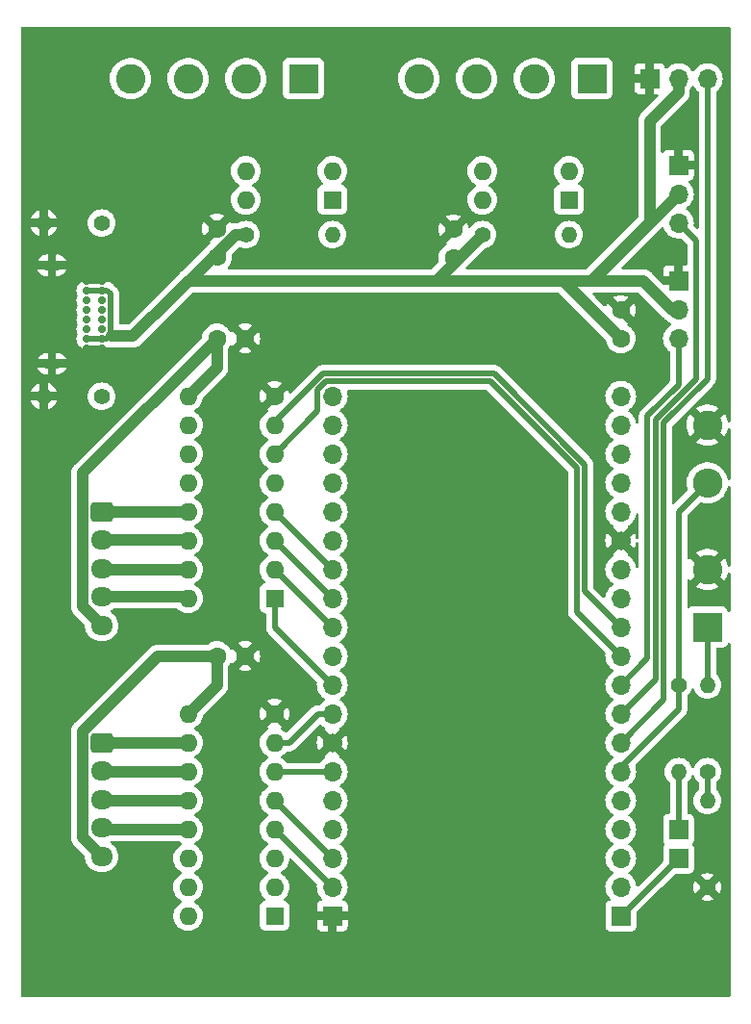
<source format=gtl>
G04 #@! TF.GenerationSoftware,KiCad,Pcbnew,(6.0.4)*
G04 #@! TF.CreationDate,2023-04-20T13:50:41+02:00*
G04 #@! TF.ProjectId,XRTL_opto,5852544c-5f6f-4707-946f-2e6b69636164,1.0*
G04 #@! TF.SameCoordinates,Original*
G04 #@! TF.FileFunction,Copper,L1,Top*
G04 #@! TF.FilePolarity,Positive*
%FSLAX46Y46*%
G04 Gerber Fmt 4.6, Leading zero omitted, Abs format (unit mm)*
G04 Created by KiCad (PCBNEW (6.0.4)) date 2023-04-20 13:50:41*
%MOMM*%
%LPD*%
G01*
G04 APERTURE LIST*
G04 Aperture macros list*
%AMRoundRect*
0 Rectangle with rounded corners*
0 $1 Rounding radius*
0 $2 $3 $4 $5 $6 $7 $8 $9 X,Y pos of 4 corners*
0 Add a 4 corners polygon primitive as box body*
4,1,4,$2,$3,$4,$5,$6,$7,$8,$9,$2,$3,0*
0 Add four circle primitives for the rounded corners*
1,1,$1+$1,$2,$3*
1,1,$1+$1,$4,$5*
1,1,$1+$1,$6,$7*
1,1,$1+$1,$8,$9*
0 Add four rect primitives between the rounded corners*
20,1,$1+$1,$2,$3,$4,$5,0*
20,1,$1+$1,$4,$5,$6,$7,0*
20,1,$1+$1,$6,$7,$8,$9,0*
20,1,$1+$1,$8,$9,$2,$3,0*%
%AMHorizOval*
0 Thick line with rounded ends*
0 $1 width*
0 $2 $3 position (X,Y) of the first rounded end (center of the circle)*
0 $4 $5 position (X,Y) of the second rounded end (center of the circle)*
0 Add line between two ends*
20,1,$1,$2,$3,$4,$5,0*
0 Add two circle primitives to create the rounded ends*
1,1,$1,$2,$3*
1,1,$1,$4,$5*%
G04 Aperture macros list end*
G04 #@! TA.AperFunction,ComponentPad*
%ADD10R,2.600000X2.600000*%
G04 #@! TD*
G04 #@! TA.AperFunction,ComponentPad*
%ADD11C,2.600000*%
G04 #@! TD*
G04 #@! TA.AperFunction,ComponentPad*
%ADD12C,1.400000*%
G04 #@! TD*
G04 #@! TA.AperFunction,ComponentPad*
%ADD13O,1.400000X1.400000*%
G04 #@! TD*
G04 #@! TA.AperFunction,ComponentPad*
%ADD14R,1.700000X1.700000*%
G04 #@! TD*
G04 #@! TA.AperFunction,ComponentPad*
%ADD15C,1.600000*%
G04 #@! TD*
G04 #@! TA.AperFunction,ComponentPad*
%ADD16R,1.600000X1.600000*%
G04 #@! TD*
G04 #@! TA.AperFunction,ComponentPad*
%ADD17O,1.600000X1.600000*%
G04 #@! TD*
G04 #@! TA.AperFunction,ComponentPad*
%ADD18HorizOval,1.600000X0.000000X0.000000X0.000000X0.000000X0*%
G04 #@! TD*
G04 #@! TA.AperFunction,ComponentPad*
%ADD19O,1.700000X1.700000*%
G04 #@! TD*
G04 #@! TA.AperFunction,ComponentPad*
%ADD20HorizOval,1.700000X0.000000X0.000000X0.000000X0.000000X0*%
G04 #@! TD*
G04 #@! TA.AperFunction,ComponentPad*
%ADD21RoundRect,0.250000X-0.725000X0.600000X-0.725000X-0.600000X0.725000X-0.600000X0.725000X0.600000X0*%
G04 #@! TD*
G04 #@! TA.AperFunction,ComponentPad*
%ADD22O,1.950000X1.700000*%
G04 #@! TD*
G04 #@! TA.AperFunction,ComponentPad*
%ADD23O,2.600000X2.600000*%
G04 #@! TD*
G04 #@! TA.AperFunction,ComponentPad*
%ADD24C,0.700000*%
G04 #@! TD*
G04 #@! TA.AperFunction,ComponentPad*
%ADD25O,1.700000X0.900000*%
G04 #@! TD*
G04 #@! TA.AperFunction,ComponentPad*
%ADD26O,2.400000X0.900000*%
G04 #@! TD*
G04 #@! TA.AperFunction,ViaPad*
%ADD27C,0.800000*%
G04 #@! TD*
G04 #@! TA.AperFunction,Conductor*
%ADD28C,0.500000*%
G04 #@! TD*
G04 #@! TA.AperFunction,Conductor*
%ADD29C,1.000000*%
G04 #@! TD*
G04 APERTURE END LIST*
D10*
X124460000Y-53340000D03*
D11*
X119380000Y-53340000D03*
X114300000Y-53340000D03*
X109220000Y-53340000D03*
D12*
X81280000Y-81280000D03*
D13*
X76200000Y-81280000D03*
D14*
X132080000Y-121920000D03*
D15*
X127000000Y-76200000D03*
X127000000Y-73700000D03*
D16*
X96520000Y-99060000D03*
D17*
X96520000Y-96520000D03*
X96520000Y-93980000D03*
X96520000Y-91440000D03*
X96520000Y-88900000D03*
X96520000Y-86360000D03*
X96520000Y-83820000D03*
D18*
X96520000Y-81280000D03*
D17*
X88900000Y-81280000D03*
X88900000Y-83820000D03*
X88900000Y-86360000D03*
X88900000Y-88900000D03*
X88900000Y-91440000D03*
X88900000Y-93980000D03*
X88900000Y-96520000D03*
X88900000Y-99060000D03*
D14*
X127000000Y-127000000D03*
D19*
X127000000Y-124460000D03*
X127000000Y-121920000D03*
X127000000Y-119380000D03*
X127000000Y-116840000D03*
X127000000Y-114300000D03*
X127000000Y-111760000D03*
X127000000Y-109220000D03*
X127000000Y-106680000D03*
X127000000Y-104140000D03*
X127000000Y-101600000D03*
X127000000Y-99060000D03*
X127000000Y-96520000D03*
D20*
X127000000Y-93980000D03*
D19*
X127000000Y-91440000D03*
X127000000Y-88900000D03*
X127000000Y-86360000D03*
X127000000Y-83820000D03*
X127000000Y-81280000D03*
D12*
X132080000Y-106680000D03*
D13*
X132080000Y-114300000D03*
D15*
X91440000Y-76200000D03*
X93940000Y-76200000D03*
D12*
X93980000Y-67056000D03*
D13*
X101600000Y-67056000D03*
D12*
X81280000Y-66040000D03*
D13*
X76200000Y-66040000D03*
D12*
X114808000Y-67056000D03*
D13*
X122428000Y-67056000D03*
D15*
X112268000Y-69088000D03*
X112268000Y-66588000D03*
D16*
X122428000Y-64008000D03*
D17*
X122428000Y-61468000D03*
X114808000Y-61468000D03*
X114808000Y-64008000D03*
D16*
X96520000Y-127000000D03*
D17*
X96520000Y-124460000D03*
X96520000Y-121920000D03*
X96520000Y-119380000D03*
X96520000Y-116840000D03*
X96520000Y-114300000D03*
X96520000Y-111760000D03*
D18*
X96520000Y-109220000D03*
D17*
X88900000Y-109220000D03*
X88900000Y-111760000D03*
X88900000Y-114300000D03*
X88900000Y-116840000D03*
X88900000Y-119380000D03*
X88900000Y-121920000D03*
X88900000Y-124460000D03*
X88900000Y-127000000D03*
D21*
X81280000Y-111760000D03*
D22*
X81280000Y-114260000D03*
X81280000Y-116760000D03*
X81280000Y-119260000D03*
X81280000Y-121760000D03*
D12*
X134620000Y-124460000D03*
D13*
X134620000Y-116840000D03*
D14*
X101600000Y-127000000D03*
D19*
X101600000Y-124460000D03*
X101600000Y-121920000D03*
X101600000Y-119380000D03*
X101600000Y-116840000D03*
X101600000Y-114300000D03*
D20*
X101600000Y-111760000D03*
D19*
X101600000Y-109220000D03*
X101600000Y-106680000D03*
X101600000Y-104140000D03*
X101600000Y-101600000D03*
X101600000Y-99060000D03*
X101600000Y-96520000D03*
X101600000Y-93980000D03*
X101600000Y-91440000D03*
X101600000Y-88900000D03*
X101600000Y-86360000D03*
X101600000Y-83820000D03*
X101600000Y-81280000D03*
D14*
X132080000Y-60960000D03*
D19*
X132080000Y-63500000D03*
X132080000Y-66040000D03*
D21*
X81280000Y-91440000D03*
D22*
X81280000Y-93940000D03*
X81280000Y-96440000D03*
X81280000Y-98940000D03*
X81280000Y-101440000D03*
D14*
X132080000Y-119380000D03*
D15*
X91440000Y-104140000D03*
X93940000Y-104140000D03*
D23*
X134620000Y-88900000D03*
D11*
X134620000Y-83820000D03*
D15*
X91440000Y-69048000D03*
X91440000Y-66548000D03*
D10*
X134620000Y-101600000D03*
D11*
X134620000Y-96520000D03*
D16*
X101600000Y-64008000D03*
D17*
X101600000Y-61468000D03*
X93980000Y-61468000D03*
X93980000Y-64008000D03*
D14*
X132080000Y-71120000D03*
D19*
X132080000Y-73660000D03*
X132080000Y-76200000D03*
D14*
X129540000Y-53340000D03*
D19*
X132080000Y-53340000D03*
X134620000Y-53340000D03*
D10*
X99060000Y-53340000D03*
D11*
X93980000Y-53340000D03*
X88900000Y-53340000D03*
X83820000Y-53340000D03*
D24*
X81280000Y-71120000D03*
X81280000Y-71970000D03*
X81280000Y-72820000D03*
X81280000Y-73670000D03*
X81280000Y-74520000D03*
X81280000Y-75370000D03*
X81280000Y-76220000D03*
X81280000Y-77070000D03*
X79930000Y-77070000D03*
X79930000Y-76220000D03*
X79930000Y-75370000D03*
X79930000Y-74520000D03*
X79930000Y-73670000D03*
X79930000Y-72820000D03*
X79930000Y-71970000D03*
X79930000Y-71120000D03*
D25*
X76920000Y-78420000D03*
D26*
X80300000Y-78420000D03*
X80300000Y-69770000D03*
D25*
X76920000Y-69770000D03*
D12*
X134620000Y-114300000D03*
D13*
X134620000Y-106680000D03*
D27*
X84328000Y-72644000D03*
X115824000Y-69596000D03*
X116840000Y-65024000D03*
X132080000Y-86360000D03*
X81280000Y-83820000D03*
X93980000Y-83820000D03*
X78105000Y-73660000D03*
X86360000Y-121920000D03*
X132080000Y-124460000D03*
X129540000Y-114808000D03*
X83820000Y-101600000D03*
X134620000Y-99060000D03*
X86360000Y-78740000D03*
X94488000Y-69088000D03*
X129540000Y-68580000D03*
X99060000Y-78740000D03*
X132080000Y-58420000D03*
X113792000Y-72644000D03*
X110236000Y-69596000D03*
X88900000Y-73660000D03*
X129540000Y-121920000D03*
X104648000Y-69596000D03*
X124968000Y-116840000D03*
X96012000Y-65532000D03*
X128905000Y-78740000D03*
X129540000Y-118872000D03*
X97028000Y-72644000D03*
X124968000Y-65532000D03*
X104140000Y-86360000D03*
X124460000Y-78740000D03*
D28*
X79930000Y-77070000D02*
X81280000Y-77070000D01*
X79930000Y-71120000D02*
X81280000Y-71120000D01*
X127000000Y-127000000D02*
X132080000Y-121920000D01*
X132080000Y-91440000D02*
X134620000Y-88900000D01*
X127000000Y-113944345D02*
X132080000Y-108864345D01*
X132080000Y-102870000D02*
X132080000Y-91440000D01*
X132080000Y-108864345D02*
X132080000Y-102870000D01*
X127000000Y-114300000D02*
X127000000Y-113944345D01*
X134620000Y-114300000D02*
X134620000Y-116840000D01*
X130048000Y-83312000D02*
X133604000Y-79756000D01*
X133604000Y-79756000D02*
X133604000Y-67564000D01*
X133604000Y-67564000D02*
X132080000Y-66040000D01*
X130048000Y-106172000D02*
X130048000Y-83312000D01*
X127000000Y-109220000D02*
X130048000Y-106172000D01*
X129348480Y-104331520D02*
X129348481Y-83022249D01*
X132080000Y-80290730D02*
X132080000Y-76200000D01*
X129348481Y-83022249D02*
X132080000Y-80290730D01*
X127000000Y-106680000D02*
X129348480Y-104331520D01*
X97790000Y-111760000D02*
X100330000Y-109220000D01*
X96520000Y-111760000D02*
X97790000Y-111760000D01*
X100330000Y-109220000D02*
X101600000Y-109220000D01*
X101600000Y-114300000D02*
X96520000Y-114300000D01*
X101600000Y-121920000D02*
X96520000Y-116840000D01*
X101600000Y-124460000D02*
X96520000Y-119380000D01*
X101600000Y-96520000D02*
X96520000Y-91440000D01*
X101600000Y-99060000D02*
X96520000Y-93980000D01*
X101600000Y-101600000D02*
X96520000Y-96520000D01*
X96520000Y-101600000D02*
X96520000Y-99060000D01*
X101600000Y-106680000D02*
X96520000Y-101600000D01*
D29*
X81360000Y-116840000D02*
X88900000Y-116840000D01*
X81400000Y-119380000D02*
X88900000Y-119380000D01*
D28*
X134620000Y-79756000D02*
X134620000Y-53340000D01*
X130747511Y-108012489D02*
X130747511Y-83628489D01*
X130747511Y-83628489D02*
X134620000Y-79756000D01*
X127000000Y-111760000D02*
X130747511Y-108012489D01*
X115830240Y-79280970D02*
X100771973Y-79280970D01*
X127000000Y-101600000D02*
X123825000Y-98425000D01*
X100771973Y-79280970D02*
X96520000Y-83532943D01*
X123825000Y-98425000D02*
X123825000Y-87275730D01*
X123825000Y-87275730D02*
X115830240Y-79280970D01*
X100300489Y-80741724D02*
X100300489Y-82579511D01*
X101061724Y-79980489D02*
X100300489Y-80741724D01*
X123125489Y-100265489D02*
X123125489Y-87565489D01*
X127000000Y-104140000D02*
X123125489Y-100265489D01*
X100300489Y-82579511D02*
X96520000Y-86360000D01*
X123125489Y-87565489D02*
X115540489Y-79980489D01*
X115540489Y-79980489D02*
X101061724Y-79980489D01*
D29*
X81280000Y-111760000D02*
X88900000Y-111760000D01*
X81320000Y-114300000D02*
X88900000Y-114300000D01*
X81280000Y-91440000D02*
X88900000Y-91440000D01*
X81280000Y-93940000D02*
X88860000Y-93940000D01*
X88900000Y-96520000D02*
X81360000Y-96520000D01*
D28*
X81774974Y-76220000D02*
X82079511Y-75915463D01*
D29*
X131520978Y-73660000D02*
X132080000Y-73660000D01*
X121920000Y-71120000D02*
X127000000Y-76200000D01*
X129540000Y-57082081D02*
X132080000Y-54542081D01*
X110744000Y-71120000D02*
X114808000Y-67056000D01*
X91440000Y-104140000D02*
X91440000Y-106680000D01*
X79605480Y-88034520D02*
X79605480Y-99765480D01*
X79605480Y-99765480D02*
X81280000Y-101440000D01*
X128980978Y-71120000D02*
X131520978Y-73660000D01*
D28*
X81280000Y-76220000D02*
X81774974Y-76220000D01*
D29*
X88988630Y-71120000D02*
X93052630Y-67056000D01*
X104140000Y-71120000D02*
X110744000Y-71120000D01*
X124390641Y-71120000D02*
X129540000Y-65970641D01*
X91440000Y-76200000D02*
X91440000Y-78740000D01*
X79605480Y-120085480D02*
X81280000Y-121760000D01*
X88900000Y-71120000D02*
X104140000Y-71120000D01*
X121920000Y-71120000D02*
X124460000Y-71120000D01*
X87630000Y-72390000D02*
X88900000Y-71120000D01*
X79605480Y-110766696D02*
X79605480Y-120085480D01*
X91440000Y-106680000D02*
X88900000Y-109220000D01*
D28*
X79930000Y-76220000D02*
X81280000Y-76220000D01*
D29*
X84034907Y-75985093D02*
X82149141Y-75985093D01*
D28*
X82079511Y-72274537D02*
X81774974Y-71970000D01*
D29*
X129540000Y-65970641D02*
X129540000Y-57082081D01*
X86232176Y-104140000D02*
X79605480Y-110766696D01*
X87630000Y-72390000D02*
X84034907Y-75985093D01*
X93052630Y-67056000D02*
X93980000Y-67056000D01*
X91440000Y-78740000D02*
X88900000Y-81280000D01*
X79605480Y-88034520D02*
X91440000Y-76200000D01*
X124460000Y-71120000D02*
X132080000Y-63500000D01*
D28*
X82079511Y-75915463D02*
X82079511Y-72274537D01*
D29*
X91440000Y-104140000D02*
X86232176Y-104140000D01*
X104140000Y-71120000D02*
X128980978Y-71120000D01*
D28*
X79930000Y-71970000D02*
X81280000Y-71970000D01*
D29*
X121920000Y-71120000D02*
X124390641Y-71120000D01*
D28*
X81774974Y-71970000D02*
X81280000Y-71970000D01*
D29*
X88900000Y-71120000D02*
X88988630Y-71120000D01*
X132080000Y-54542081D02*
X132080000Y-53340000D01*
X81280000Y-98940000D02*
X88780000Y-98940000D01*
D28*
X132080000Y-119380000D02*
X132080000Y-114300000D01*
X134620000Y-106680000D02*
X134620000Y-101600000D01*
G04 #@! TA.AperFunction,Conductor*
G36*
X136593621Y-48788502D02*
G01*
X136640114Y-48842158D01*
X136651500Y-48894500D01*
X136651500Y-83477588D01*
X136631498Y-83545709D01*
X136577842Y-83592202D01*
X136507568Y-83602306D01*
X136442988Y-83572812D01*
X136404604Y-83513086D01*
X136402607Y-83505396D01*
X136354878Y-83294467D01*
X136352154Y-83285556D01*
X136258143Y-83043806D01*
X136254132Y-83035397D01*
X136147034Y-82848014D01*
X136136869Y-82838238D01*
X136128970Y-82841360D01*
X135163142Y-83807188D01*
X135155528Y-83821132D01*
X135155659Y-83822965D01*
X135159910Y-83829580D01*
X136123077Y-84792747D01*
X136135457Y-84799507D01*
X136143798Y-84793263D01*
X136210832Y-84689047D01*
X136215275Y-84680864D01*
X136321807Y-84444370D01*
X136324997Y-84435605D01*
X136395402Y-84185972D01*
X136397262Y-84176830D01*
X136400507Y-84151322D01*
X136428946Y-84086270D01*
X136488040Y-84046920D01*
X136559027Y-84045766D01*
X136619370Y-84083173D01*
X136649909Y-84147265D01*
X136651500Y-84167223D01*
X136651500Y-88555326D01*
X136631498Y-88623447D01*
X136577842Y-88669940D01*
X136507568Y-88680044D01*
X136442988Y-88650550D01*
X136404604Y-88590824D01*
X136402607Y-88583133D01*
X136355361Y-88374331D01*
X136355360Y-88374326D01*
X136354327Y-88369763D01*
X136256902Y-88119238D01*
X136123518Y-87885864D01*
X136083774Y-87835448D01*
X136013658Y-87746507D01*
X135957105Y-87674769D01*
X135761317Y-87490591D01*
X135586560Y-87369357D01*
X135544299Y-87340039D01*
X135544296Y-87340037D01*
X135540457Y-87337374D01*
X135536264Y-87335306D01*
X135303564Y-87220551D01*
X135303561Y-87220550D01*
X135299376Y-87218486D01*
X135251745Y-87203239D01*
X135132560Y-87165088D01*
X135043370Y-87136538D01*
X135038763Y-87135788D01*
X135038760Y-87135787D01*
X134782674Y-87094081D01*
X134782675Y-87094081D01*
X134778063Y-87093330D01*
X134647719Y-87091624D01*
X134513961Y-87089873D01*
X134513958Y-87089873D01*
X134509284Y-87089812D01*
X134242937Y-87126060D01*
X133984874Y-87201278D01*
X133980621Y-87203238D01*
X133980620Y-87203239D01*
X133950634Y-87217063D01*
X133740763Y-87313815D01*
X133711089Y-87333270D01*
X133519881Y-87458631D01*
X133519876Y-87458635D01*
X133515968Y-87461197D01*
X133475268Y-87497523D01*
X133320542Y-87635622D01*
X133315426Y-87640188D01*
X133211094Y-87765634D01*
X133154067Y-87834202D01*
X133143544Y-87846854D01*
X133141121Y-87850847D01*
X133009181Y-88068277D01*
X133004096Y-88076656D01*
X133002287Y-88080970D01*
X133002285Y-88080974D01*
X132928958Y-88255840D01*
X132900148Y-88324545D01*
X132833981Y-88585077D01*
X132807050Y-88852526D01*
X132807274Y-88857192D01*
X132807274Y-88857197D01*
X132807978Y-88871851D01*
X132819947Y-89121019D01*
X132872388Y-89384656D01*
X132880214Y-89406453D01*
X132895662Y-89449480D01*
X132899855Y-89520353D01*
X132866168Y-89581151D01*
X131721106Y-90726213D01*
X131658794Y-90760239D01*
X131587979Y-90755174D01*
X131531143Y-90712627D01*
X131506332Y-90646107D01*
X131506011Y-90637118D01*
X131506011Y-85337297D01*
X133638568Y-85337297D01*
X133647281Y-85348817D01*
X133655451Y-85354808D01*
X133663354Y-85359747D01*
X133892905Y-85480519D01*
X133901454Y-85484236D01*
X134146327Y-85569749D01*
X134155336Y-85572163D01*
X134410166Y-85620544D01*
X134419423Y-85621598D01*
X134678607Y-85631783D01*
X134687921Y-85631457D01*
X134945753Y-85603220D01*
X134954930Y-85601519D01*
X135205758Y-85535481D01*
X135214574Y-85532445D01*
X135452888Y-85430058D01*
X135461157Y-85425754D01*
X135590467Y-85345734D01*
X135599881Y-85335236D01*
X135595994Y-85326324D01*
X134632812Y-84363142D01*
X134618868Y-84355528D01*
X134617035Y-84355659D01*
X134610420Y-84359910D01*
X133645226Y-85325104D01*
X133638568Y-85337297D01*
X131506011Y-85337297D01*
X131506011Y-83994860D01*
X131526013Y-83926739D01*
X131542916Y-83905765D01*
X131671470Y-83777211D01*
X132807775Y-83777211D01*
X132820220Y-84036288D01*
X132821356Y-84045543D01*
X132871961Y-84299945D01*
X132874449Y-84308917D01*
X132962095Y-84553033D01*
X132965895Y-84561568D01*
X133088658Y-84790042D01*
X133091439Y-84794407D01*
X133101823Y-84802200D01*
X133114242Y-84795428D01*
X134076858Y-83832812D01*
X134084472Y-83818868D01*
X134084341Y-83817035D01*
X134080090Y-83810420D01*
X133116304Y-82846634D01*
X133103924Y-82839874D01*
X133096403Y-82845504D01*
X133006965Y-82992892D01*
X133002736Y-83001192D01*
X132902432Y-83240389D01*
X132899471Y-83249239D01*
X132835628Y-83500625D01*
X132834006Y-83509822D01*
X132808020Y-83767885D01*
X132807775Y-83777211D01*
X131671470Y-83777211D01*
X133143756Y-82304925D01*
X133640460Y-82304925D01*
X133645035Y-82314705D01*
X134607188Y-83276858D01*
X134621132Y-83284472D01*
X134622965Y-83284341D01*
X134629580Y-83280090D01*
X135593317Y-82316353D01*
X135599701Y-82304663D01*
X135590289Y-82292552D01*
X135544045Y-82260471D01*
X135536010Y-82255738D01*
X135303376Y-82141016D01*
X135294743Y-82137528D01*
X135047703Y-82058450D01*
X135038643Y-82056274D01*
X134782630Y-82014580D01*
X134773343Y-82013768D01*
X134513992Y-82010373D01*
X134504681Y-82010943D01*
X134247682Y-82045919D01*
X134238546Y-82047860D01*
X133989543Y-82120439D01*
X133980800Y-82123707D01*
X133745254Y-82232295D01*
X133737098Y-82236815D01*
X133649595Y-82294185D01*
X133640460Y-82304925D01*
X133143756Y-82304925D01*
X135108911Y-80339770D01*
X135123323Y-80327384D01*
X135134918Y-80318851D01*
X135134923Y-80318846D01*
X135140818Y-80314508D01*
X135145557Y-80308930D01*
X135145560Y-80308927D01*
X135175035Y-80274232D01*
X135181965Y-80266716D01*
X135187660Y-80261021D01*
X135205281Y-80238749D01*
X135208072Y-80235345D01*
X135250591Y-80185297D01*
X135250592Y-80185295D01*
X135255333Y-80179715D01*
X135258661Y-80173199D01*
X135262020Y-80168162D01*
X135265194Y-80163023D01*
X135269734Y-80157284D01*
X135285978Y-80122527D01*
X135300636Y-80091163D01*
X135302569Y-80087209D01*
X135312703Y-80067363D01*
X135335769Y-80022192D01*
X135337510Y-80015076D01*
X135339604Y-80009446D01*
X135341523Y-80003679D01*
X135344621Y-79997050D01*
X135346426Y-79988375D01*
X135359482Y-79925604D01*
X135360453Y-79921315D01*
X135376473Y-79855844D01*
X135377808Y-79850390D01*
X135378500Y-79839236D01*
X135378536Y-79839238D01*
X135378775Y-79835248D01*
X135379150Y-79831050D01*
X135380640Y-79823885D01*
X135378546Y-79746479D01*
X135378500Y-79743072D01*
X135378500Y-54532632D01*
X135398502Y-54464511D01*
X135431331Y-54430054D01*
X135499860Y-54381173D01*
X135658096Y-54223489D01*
X135788453Y-54042077D01*
X135809320Y-53999857D01*
X135885136Y-53846453D01*
X135885137Y-53846451D01*
X135887430Y-53841811D01*
X135952370Y-53628069D01*
X135981529Y-53406590D01*
X135983156Y-53340000D01*
X135964852Y-53117361D01*
X135910431Y-52900702D01*
X135821354Y-52695840D01*
X135705435Y-52516656D01*
X135702822Y-52512617D01*
X135702820Y-52512614D01*
X135700014Y-52508277D01*
X135549670Y-52343051D01*
X135545619Y-52339852D01*
X135545615Y-52339848D01*
X135378414Y-52207800D01*
X135378410Y-52207798D01*
X135374359Y-52204598D01*
X135178789Y-52096638D01*
X135173920Y-52094914D01*
X135173916Y-52094912D01*
X134973087Y-52023795D01*
X134973083Y-52023794D01*
X134968212Y-52022069D01*
X134963119Y-52021162D01*
X134963116Y-52021161D01*
X134753373Y-51983800D01*
X134753367Y-51983799D01*
X134748284Y-51982894D01*
X134674452Y-51981992D01*
X134530081Y-51980228D01*
X134530079Y-51980228D01*
X134524911Y-51980165D01*
X134304091Y-52013955D01*
X134091756Y-52083357D01*
X133893607Y-52186507D01*
X133889474Y-52189610D01*
X133889471Y-52189612D01*
X133719100Y-52317530D01*
X133714965Y-52320635D01*
X133560629Y-52482138D01*
X133453201Y-52639621D01*
X133398293Y-52684621D01*
X133327768Y-52692792D01*
X133264021Y-52661538D01*
X133243324Y-52637054D01*
X133162822Y-52512617D01*
X133162820Y-52512614D01*
X133160014Y-52508277D01*
X133009670Y-52343051D01*
X133005619Y-52339852D01*
X133005615Y-52339848D01*
X132838414Y-52207800D01*
X132838410Y-52207798D01*
X132834359Y-52204598D01*
X132638789Y-52096638D01*
X132633920Y-52094914D01*
X132633916Y-52094912D01*
X132433087Y-52023795D01*
X132433083Y-52023794D01*
X132428212Y-52022069D01*
X132423119Y-52021162D01*
X132423116Y-52021161D01*
X132213373Y-51983800D01*
X132213367Y-51983799D01*
X132208284Y-51982894D01*
X132134452Y-51981992D01*
X131990081Y-51980228D01*
X131990079Y-51980228D01*
X131984911Y-51980165D01*
X131764091Y-52013955D01*
X131551756Y-52083357D01*
X131353607Y-52186507D01*
X131349474Y-52189610D01*
X131349471Y-52189612D01*
X131179100Y-52317530D01*
X131174965Y-52320635D01*
X131171393Y-52324373D01*
X131093898Y-52405466D01*
X131032374Y-52440895D01*
X130961462Y-52437438D01*
X130903676Y-52396192D01*
X130884823Y-52362644D01*
X130843324Y-52251946D01*
X130834786Y-52236351D01*
X130758285Y-52134276D01*
X130745724Y-52121715D01*
X130643649Y-52045214D01*
X130628054Y-52036676D01*
X130507606Y-51991522D01*
X130492351Y-51987895D01*
X130441486Y-51982369D01*
X130434672Y-51982000D01*
X129933115Y-51982000D01*
X129917876Y-51986475D01*
X129916671Y-51987865D01*
X129915000Y-51995548D01*
X129915000Y-54679884D01*
X129919475Y-54695123D01*
X129920865Y-54696328D01*
X129928548Y-54697999D01*
X130193658Y-54697999D01*
X130261779Y-54718001D01*
X130308272Y-54771657D01*
X130318376Y-54841931D01*
X130288882Y-54906511D01*
X130282753Y-54913094D01*
X128870621Y-56325226D01*
X128860478Y-56334328D01*
X128830975Y-56358049D01*
X128827008Y-56362777D01*
X128798709Y-56396502D01*
X128795528Y-56400150D01*
X128793885Y-56401962D01*
X128791691Y-56404156D01*
X128764358Y-56437430D01*
X128763696Y-56438228D01*
X128703846Y-56509555D01*
X128701278Y-56514225D01*
X128697897Y-56518342D01*
X128666860Y-56576226D01*
X128654023Y-56600167D01*
X128653394Y-56601326D01*
X128611538Y-56677462D01*
X128611535Y-56677470D01*
X128608567Y-56682868D01*
X128606955Y-56687950D01*
X128604438Y-56692644D01*
X128577238Y-56781612D01*
X128576918Y-56782640D01*
X128548765Y-56871387D01*
X128548171Y-56876683D01*
X128546613Y-56881779D01*
X128545990Y-56887915D01*
X128537218Y-56974268D01*
X128537089Y-56975474D01*
X128531500Y-57025308D01*
X128531500Y-57028835D01*
X128531445Y-57029820D01*
X128530998Y-57035500D01*
X128526626Y-57078543D01*
X128527206Y-57084674D01*
X128530941Y-57124190D01*
X128531500Y-57136048D01*
X128531500Y-65500716D01*
X128511498Y-65568837D01*
X128494595Y-65589811D01*
X124009812Y-70074595D01*
X123947500Y-70108621D01*
X123920717Y-70111500D01*
X121977904Y-70111500D01*
X121965171Y-70110855D01*
X121929666Y-70107248D01*
X121929661Y-70107248D01*
X121923538Y-70106626D01*
X121881259Y-70110623D01*
X121877891Y-70110941D01*
X121866033Y-70111500D01*
X113482925Y-70111500D01*
X113414804Y-70091498D01*
X113368311Y-70037842D01*
X113358207Y-69967568D01*
X113387701Y-69902988D01*
X113393830Y-69896405D01*
X115023322Y-68266913D01*
X115079806Y-68234301D01*
X115217596Y-68197380D01*
X115217599Y-68197379D01*
X115222910Y-68195956D01*
X115334548Y-68143898D01*
X115409577Y-68108912D01*
X115409580Y-68108910D01*
X115414558Y-68106589D01*
X115587776Y-67985301D01*
X115737301Y-67835776D01*
X115858589Y-67662558D01*
X115947956Y-67470910D01*
X115966663Y-67401097D01*
X116001262Y-67271970D01*
X116001262Y-67271968D01*
X116002686Y-67266655D01*
X116021116Y-67056000D01*
X121214884Y-67056000D01*
X121233314Y-67266655D01*
X121234738Y-67271968D01*
X121234738Y-67271970D01*
X121269338Y-67401097D01*
X121288044Y-67470910D01*
X121377411Y-67662558D01*
X121498699Y-67835776D01*
X121648224Y-67985301D01*
X121821442Y-68106589D01*
X121826420Y-68108910D01*
X121826423Y-68108912D01*
X121992625Y-68186413D01*
X122013090Y-68195956D01*
X122018398Y-68197378D01*
X122018400Y-68197379D01*
X122212030Y-68249262D01*
X122212032Y-68249262D01*
X122217345Y-68250686D01*
X122428000Y-68269116D01*
X122638655Y-68250686D01*
X122643968Y-68249262D01*
X122643970Y-68249262D01*
X122837600Y-68197379D01*
X122837602Y-68197378D01*
X122842910Y-68195956D01*
X122863375Y-68186413D01*
X123029577Y-68108912D01*
X123029580Y-68108910D01*
X123034558Y-68106589D01*
X123207776Y-67985301D01*
X123357301Y-67835776D01*
X123478589Y-67662558D01*
X123567956Y-67470910D01*
X123586663Y-67401097D01*
X123621262Y-67271970D01*
X123621262Y-67271968D01*
X123622686Y-67266655D01*
X123641116Y-67056000D01*
X123622686Y-66845345D01*
X123621262Y-66840030D01*
X123569379Y-66646400D01*
X123569378Y-66646398D01*
X123567956Y-66641090D01*
X123540647Y-66582525D01*
X123480912Y-66454423D01*
X123480910Y-66454420D01*
X123478589Y-66449442D01*
X123357301Y-66276224D01*
X123207776Y-66126699D01*
X123034558Y-66005411D01*
X123029580Y-66003090D01*
X123029577Y-66003088D01*
X122847892Y-65918367D01*
X122847891Y-65918366D01*
X122842910Y-65916044D01*
X122837602Y-65914622D01*
X122837600Y-65914621D01*
X122643970Y-65862738D01*
X122643968Y-65862738D01*
X122638655Y-65861314D01*
X122428000Y-65842884D01*
X122217345Y-65861314D01*
X122212032Y-65862738D01*
X122212030Y-65862738D01*
X122018400Y-65914621D01*
X122018398Y-65914622D01*
X122013090Y-65916044D01*
X122008109Y-65918366D01*
X122008108Y-65918367D01*
X121826423Y-66003088D01*
X121826420Y-66003090D01*
X121821442Y-66005411D01*
X121648224Y-66126699D01*
X121498699Y-66276224D01*
X121377411Y-66449442D01*
X121375090Y-66454420D01*
X121375088Y-66454423D01*
X121315353Y-66582525D01*
X121288044Y-66641090D01*
X121286622Y-66646398D01*
X121286621Y-66646400D01*
X121234738Y-66840030D01*
X121233314Y-66845345D01*
X121214884Y-67056000D01*
X116021116Y-67056000D01*
X116002686Y-66845345D01*
X116001262Y-66840030D01*
X115949379Y-66646400D01*
X115949378Y-66646398D01*
X115947956Y-66641090D01*
X115920647Y-66582525D01*
X115860912Y-66454423D01*
X115860910Y-66454420D01*
X115858589Y-66449442D01*
X115737301Y-66276224D01*
X115587776Y-66126699D01*
X115414558Y-66005411D01*
X115409580Y-66003090D01*
X115409577Y-66003088D01*
X115227892Y-65918367D01*
X115227891Y-65918366D01*
X115222910Y-65916044D01*
X115217602Y-65914622D01*
X115217600Y-65914621D01*
X115023970Y-65862738D01*
X115023968Y-65862738D01*
X115018655Y-65861314D01*
X114808000Y-65842884D01*
X114597345Y-65861314D01*
X114592032Y-65862738D01*
X114592030Y-65862738D01*
X114398400Y-65914621D01*
X114398398Y-65914622D01*
X114393090Y-65916044D01*
X114388109Y-65918366D01*
X114388108Y-65918367D01*
X114206423Y-66003088D01*
X114206420Y-66003090D01*
X114201442Y-66005411D01*
X114028224Y-66126699D01*
X113878699Y-66276224D01*
X113787236Y-66406848D01*
X113731779Y-66451176D01*
X113661160Y-66458485D01*
X113597799Y-66426455D01*
X113561814Y-66365253D01*
X113559936Y-66356452D01*
X113559624Y-66354684D01*
X113503236Y-66144239D01*
X113499490Y-66133947D01*
X113428562Y-65981842D01*
X113419243Y-65971259D01*
X113413264Y-65973066D01*
X111658236Y-67728094D01*
X111651476Y-67740474D01*
X111664653Y-67758076D01*
X111689464Y-67824596D01*
X111674373Y-67893970D01*
X111624171Y-67944172D01*
X111617037Y-67947779D01*
X111611251Y-67950477D01*
X111557006Y-67988460D01*
X111428211Y-68078643D01*
X111428208Y-68078645D01*
X111423700Y-68081802D01*
X111261802Y-68243700D01*
X111130477Y-68431251D01*
X111128154Y-68436233D01*
X111128151Y-68436238D01*
X111036039Y-68633775D01*
X111033716Y-68638757D01*
X111032294Y-68644065D01*
X111032293Y-68644067D01*
X110986525Y-68814876D01*
X110974457Y-68859913D01*
X110954502Y-69088000D01*
X110974457Y-69316087D01*
X110975880Y-69321398D01*
X110975882Y-69321409D01*
X110986740Y-69361930D01*
X110985051Y-69432906D01*
X110954129Y-69483637D01*
X110363171Y-70074595D01*
X110300859Y-70108621D01*
X110274076Y-70111500D01*
X92531188Y-70111500D01*
X92463067Y-70091498D01*
X92416574Y-70037842D01*
X92406470Y-69967568D01*
X92435964Y-69902988D01*
X92442093Y-69896405D01*
X92446198Y-69892300D01*
X92577523Y-69704749D01*
X92579846Y-69699767D01*
X92579849Y-69699762D01*
X92671961Y-69502225D01*
X92671961Y-69502224D01*
X92674284Y-69497243D01*
X92701730Y-69394816D01*
X92732119Y-69281402D01*
X92732119Y-69281400D01*
X92733543Y-69276087D01*
X92753498Y-69048000D01*
X92737168Y-68861347D01*
X92751157Y-68791742D01*
X92773594Y-68761270D01*
X93348451Y-68186413D01*
X93410763Y-68152387D01*
X93481578Y-68157452D01*
X93490795Y-68161313D01*
X93560103Y-68193631D01*
X93560108Y-68193633D01*
X93565090Y-68195956D01*
X93570398Y-68197378D01*
X93570400Y-68197379D01*
X93764030Y-68249262D01*
X93764032Y-68249262D01*
X93769345Y-68250686D01*
X93980000Y-68269116D01*
X94190655Y-68250686D01*
X94195968Y-68249262D01*
X94195970Y-68249262D01*
X94389600Y-68197379D01*
X94389602Y-68197378D01*
X94394910Y-68195956D01*
X94415375Y-68186413D01*
X94581577Y-68108912D01*
X94581580Y-68108910D01*
X94586558Y-68106589D01*
X94759776Y-67985301D01*
X94909301Y-67835776D01*
X95030589Y-67662558D01*
X95119956Y-67470910D01*
X95138663Y-67401097D01*
X95173262Y-67271970D01*
X95173262Y-67271968D01*
X95174686Y-67266655D01*
X95193116Y-67056000D01*
X100386884Y-67056000D01*
X100405314Y-67266655D01*
X100406738Y-67271968D01*
X100406738Y-67271970D01*
X100441338Y-67401097D01*
X100460044Y-67470910D01*
X100549411Y-67662558D01*
X100670699Y-67835776D01*
X100820224Y-67985301D01*
X100993442Y-68106589D01*
X100998420Y-68108910D01*
X100998423Y-68108912D01*
X101164625Y-68186413D01*
X101185090Y-68195956D01*
X101190398Y-68197378D01*
X101190400Y-68197379D01*
X101384030Y-68249262D01*
X101384032Y-68249262D01*
X101389345Y-68250686D01*
X101600000Y-68269116D01*
X101810655Y-68250686D01*
X101815968Y-68249262D01*
X101815970Y-68249262D01*
X102009600Y-68197379D01*
X102009602Y-68197378D01*
X102014910Y-68195956D01*
X102035375Y-68186413D01*
X102201577Y-68108912D01*
X102201580Y-68108910D01*
X102206558Y-68106589D01*
X102379776Y-67985301D01*
X102529301Y-67835776D01*
X102650589Y-67662558D01*
X102739956Y-67470910D01*
X102758663Y-67401097D01*
X102793262Y-67271970D01*
X102793262Y-67271968D01*
X102794686Y-67266655D01*
X102813116Y-67056000D01*
X102794686Y-66845345D01*
X102793262Y-66840030D01*
X102741379Y-66646400D01*
X102741378Y-66646398D01*
X102739956Y-66641090D01*
X102717753Y-66593475D01*
X110955483Y-66593475D01*
X110974472Y-66810519D01*
X110976375Y-66821312D01*
X111032764Y-67031761D01*
X111036510Y-67042053D01*
X111107438Y-67194158D01*
X111116757Y-67204741D01*
X111122736Y-67202934D01*
X111724858Y-66600812D01*
X111732472Y-66586868D01*
X111732341Y-66585035D01*
X111728090Y-66578420D01*
X111127906Y-65978236D01*
X111115526Y-65971476D01*
X111110527Y-65975218D01*
X111036510Y-66133947D01*
X111032764Y-66144239D01*
X110976375Y-66354688D01*
X110974472Y-66365481D01*
X110955483Y-66582525D01*
X110955483Y-66593475D01*
X102717753Y-66593475D01*
X102712647Y-66582525D01*
X102652912Y-66454423D01*
X102652910Y-66454420D01*
X102650589Y-66449442D01*
X102529301Y-66276224D01*
X102379776Y-66126699D01*
X102206558Y-66005411D01*
X102201580Y-66003090D01*
X102201577Y-66003088D01*
X102019892Y-65918367D01*
X102019891Y-65918366D01*
X102014910Y-65916044D01*
X102009602Y-65914622D01*
X102009600Y-65914621D01*
X101815970Y-65862738D01*
X101815968Y-65862738D01*
X101810655Y-65861314D01*
X101600000Y-65842884D01*
X101389345Y-65861314D01*
X101384032Y-65862738D01*
X101384030Y-65862738D01*
X101190400Y-65914621D01*
X101190398Y-65914622D01*
X101185090Y-65916044D01*
X101180109Y-65918366D01*
X101180108Y-65918367D01*
X100998423Y-66003088D01*
X100998420Y-66003090D01*
X100993442Y-66005411D01*
X100820224Y-66126699D01*
X100670699Y-66276224D01*
X100549411Y-66449442D01*
X100547090Y-66454420D01*
X100547088Y-66454423D01*
X100487353Y-66582525D01*
X100460044Y-66641090D01*
X100458622Y-66646398D01*
X100458621Y-66646400D01*
X100406738Y-66840030D01*
X100405314Y-66845345D01*
X100386884Y-67056000D01*
X95193116Y-67056000D01*
X95174686Y-66845345D01*
X95173262Y-66840030D01*
X95121379Y-66646400D01*
X95121378Y-66646398D01*
X95119956Y-66641090D01*
X95092647Y-66582525D01*
X95032912Y-66454423D01*
X95032910Y-66454420D01*
X95030589Y-66449442D01*
X94909301Y-66276224D01*
X94759776Y-66126699D01*
X94586558Y-66005411D01*
X94581580Y-66003090D01*
X94581577Y-66003088D01*
X94399892Y-65918367D01*
X94399891Y-65918366D01*
X94394910Y-65916044D01*
X94389602Y-65914622D01*
X94389600Y-65914621D01*
X94195970Y-65862738D01*
X94195968Y-65862738D01*
X94190655Y-65861314D01*
X93980000Y-65842884D01*
X93769345Y-65861314D01*
X93764032Y-65862738D01*
X93764030Y-65862738D01*
X93570400Y-65914621D01*
X93570398Y-65914622D01*
X93565090Y-65916044D01*
X93560109Y-65918366D01*
X93560108Y-65918367D01*
X93378427Y-66003086D01*
X93378423Y-66003088D01*
X93373442Y-66005411D01*
X93368940Y-66008563D01*
X93368937Y-66008565D01*
X93345874Y-66024714D01*
X93273604Y-66047500D01*
X93114473Y-66047500D01*
X93100866Y-66046763D01*
X93069368Y-66043341D01*
X93069363Y-66043341D01*
X93063242Y-66042676D01*
X93038301Y-66044858D01*
X93013242Y-66047050D01*
X93008416Y-66047379D01*
X93005944Y-66047500D01*
X93002861Y-66047500D01*
X92990892Y-66048674D01*
X92960124Y-66051690D01*
X92958811Y-66051812D01*
X92914546Y-66055685D01*
X92866217Y-66059913D01*
X92861098Y-66061400D01*
X92855797Y-66061920D01*
X92785628Y-66083105D01*
X92714635Y-66083645D01*
X92654619Y-66045716D01*
X92635019Y-66015733D01*
X92600563Y-65941843D01*
X92591243Y-65931259D01*
X92585264Y-65933066D01*
X90830236Y-67688094D01*
X90823476Y-67700474D01*
X90825880Y-67703686D01*
X90850690Y-67770207D01*
X90835598Y-67839581D01*
X90814106Y-67868289D01*
X90753247Y-67929148D01*
X90736423Y-67943266D01*
X90595700Y-68041802D01*
X90433802Y-68203700D01*
X90430645Y-68208208D01*
X90430643Y-68208211D01*
X90335266Y-68344424D01*
X90321148Y-68361248D01*
X88496144Y-70186252D01*
X88466203Y-70208408D01*
X88431792Y-70226705D01*
X88430637Y-70227312D01*
X88348074Y-70270108D01*
X88343911Y-70273431D01*
X88339204Y-70275934D01*
X88267082Y-70334755D01*
X88266226Y-70335446D01*
X88227027Y-70366738D01*
X88224523Y-70369242D01*
X88223805Y-70369884D01*
X88219472Y-70373585D01*
X88185938Y-70400935D01*
X88182011Y-70405682D01*
X88182009Y-70405684D01*
X88156713Y-70436262D01*
X88148723Y-70445042D01*
X86957032Y-71636734D01*
X86957027Y-71636738D01*
X86957017Y-71636748D01*
X83654078Y-74939688D01*
X83591766Y-74973714D01*
X83564983Y-74976593D01*
X82964011Y-74976593D01*
X82895890Y-74956591D01*
X82849397Y-74902935D01*
X82838011Y-74850593D01*
X82838011Y-72341600D01*
X82839444Y-72322651D01*
X82841608Y-72308423D01*
X82842709Y-72301188D01*
X82838426Y-72248527D01*
X82838011Y-72238314D01*
X82838011Y-72230244D01*
X82837589Y-72226624D01*
X82837588Y-72226606D01*
X82834719Y-72201998D01*
X82834286Y-72197623D01*
X82828965Y-72132198D01*
X82828964Y-72132195D01*
X82828371Y-72124900D01*
X82826115Y-72117936D01*
X82824924Y-72111977D01*
X82823540Y-72106122D01*
X82822693Y-72098856D01*
X82797776Y-72030210D01*
X82796359Y-72026082D01*
X82776118Y-71963601D01*
X82776117Y-71963599D01*
X82773862Y-71956638D01*
X82770066Y-71950383D01*
X82767560Y-71944909D01*
X82764841Y-71939479D01*
X82762344Y-71932600D01*
X82722320Y-71871553D01*
X82719983Y-71867849D01*
X82685020Y-71810230D01*
X82685016Y-71810225D01*
X82682106Y-71805429D01*
X82674708Y-71797053D01*
X82674734Y-71797030D01*
X82672085Y-71794040D01*
X82669377Y-71790801D01*
X82665367Y-71784685D01*
X82660060Y-71779658D01*
X82660057Y-71779654D01*
X82609128Y-71731409D01*
X82606686Y-71729031D01*
X82358744Y-71481089D01*
X82346358Y-71466677D01*
X82337825Y-71455082D01*
X82337820Y-71455077D01*
X82333482Y-71449182D01*
X82327904Y-71444443D01*
X82327901Y-71444440D01*
X82293206Y-71414965D01*
X82285690Y-71408035D01*
X82279995Y-71402340D01*
X82273854Y-71397482D01*
X82257723Y-71384719D01*
X82254319Y-71381928D01*
X82204271Y-71339409D01*
X82204269Y-71339408D01*
X82198689Y-71334667D01*
X82192173Y-71331339D01*
X82187124Y-71327972D01*
X82181995Y-71324805D01*
X82176258Y-71320266D01*
X82110099Y-71289345D01*
X82106199Y-71287439D01*
X82041166Y-71254231D01*
X82034058Y-71252492D01*
X82028415Y-71250393D01*
X82022652Y-71248476D01*
X82016024Y-71245378D01*
X81944557Y-71230513D01*
X81940273Y-71229543D01*
X81927032Y-71226303D01*
X81869364Y-71212192D01*
X81863762Y-71211844D01*
X81863759Y-71211844D01*
X81858210Y-71211500D01*
X81858212Y-71211464D01*
X81854219Y-71211225D01*
X81850027Y-71210851D01*
X81842859Y-71209360D01*
X81776649Y-71211151D01*
X81765453Y-71211454D01*
X81762046Y-71211500D01*
X81713867Y-71211500D01*
X81662618Y-71200607D01*
X81552783Y-71151705D01*
X81552781Y-71151705D01*
X81546752Y-71149020D01*
X81458492Y-71130260D01*
X81376689Y-71112872D01*
X81376685Y-71112872D01*
X81370232Y-71111500D01*
X81189768Y-71111500D01*
X81183315Y-71112872D01*
X81183311Y-71112872D01*
X81101508Y-71130260D01*
X81013248Y-71149020D01*
X81007219Y-71151704D01*
X81007217Y-71151705D01*
X80897383Y-71200607D01*
X80846134Y-71211500D01*
X80363867Y-71211500D01*
X80312618Y-71200607D01*
X80202783Y-71151705D01*
X80202781Y-71151705D01*
X80196752Y-71149020D01*
X80108492Y-71130260D01*
X80026689Y-71112872D01*
X80026685Y-71112872D01*
X80020232Y-71111500D01*
X79839768Y-71111500D01*
X79833315Y-71112872D01*
X79833311Y-71112872D01*
X79751508Y-71130260D01*
X79663248Y-71149020D01*
X79657219Y-71151704D01*
X79657217Y-71151705D01*
X79504416Y-71219737D01*
X79504414Y-71219738D01*
X79498386Y-71222422D01*
X79493045Y-71226302D01*
X79493044Y-71226303D01*
X79357731Y-71324613D01*
X79357729Y-71324615D01*
X79352387Y-71328496D01*
X79347966Y-71333406D01*
X79347965Y-71333407D01*
X79238409Y-71455082D01*
X79231633Y-71462607D01*
X79141401Y-71618893D01*
X79085635Y-71790525D01*
X79066771Y-71970000D01*
X79067461Y-71976565D01*
X79083868Y-72132659D01*
X79085635Y-72149475D01*
X79087675Y-72155753D01*
X79087675Y-72155754D01*
X79105453Y-72210468D01*
X79141401Y-72321107D01*
X79147691Y-72332001D01*
X79164428Y-72400996D01*
X79147691Y-72457998D01*
X79141401Y-72468893D01*
X79085635Y-72640525D01*
X79066771Y-72820000D01*
X79085635Y-72999475D01*
X79141401Y-73171107D01*
X79147691Y-73182001D01*
X79164428Y-73250996D01*
X79147691Y-73307998D01*
X79141401Y-73318893D01*
X79085635Y-73490525D01*
X79066771Y-73670000D01*
X79085635Y-73849475D01*
X79141401Y-74021107D01*
X79147691Y-74032001D01*
X79164428Y-74100996D01*
X79147691Y-74157998D01*
X79141401Y-74168893D01*
X79085635Y-74340525D01*
X79084945Y-74347088D01*
X79084945Y-74347089D01*
X79075602Y-74435978D01*
X79066771Y-74520000D01*
X79085635Y-74699475D01*
X79141401Y-74871107D01*
X79147691Y-74882001D01*
X79164428Y-74950996D01*
X79147691Y-75007998D01*
X79141401Y-75018893D01*
X79085635Y-75190525D01*
X79066771Y-75370000D01*
X79067461Y-75376565D01*
X79083733Y-75531375D01*
X79085635Y-75549475D01*
X79087675Y-75555753D01*
X79087675Y-75555754D01*
X79100964Y-75596653D01*
X79141401Y-75721107D01*
X79147691Y-75732001D01*
X79164428Y-75800996D01*
X79147691Y-75857998D01*
X79141401Y-75868893D01*
X79139359Y-75875178D01*
X79088805Y-76030770D01*
X79085635Y-76040525D01*
X79084945Y-76047088D01*
X79084945Y-76047089D01*
X79067461Y-76213435D01*
X79066771Y-76220000D01*
X79085635Y-76399475D01*
X79141401Y-76571107D01*
X79231633Y-76727393D01*
X79236051Y-76732300D01*
X79236052Y-76732301D01*
X79323263Y-76829159D01*
X79352387Y-76861504D01*
X79357729Y-76865385D01*
X79357731Y-76865387D01*
X79443529Y-76927723D01*
X79498385Y-76967578D01*
X79504413Y-76970262D01*
X79504415Y-76970263D01*
X79657217Y-77038295D01*
X79663248Y-77040980D01*
X79751508Y-77059740D01*
X79833311Y-77077128D01*
X79833315Y-77077128D01*
X79839768Y-77078500D01*
X80020232Y-77078500D01*
X80026685Y-77077128D01*
X80026689Y-77077128D01*
X80108492Y-77059740D01*
X80196752Y-77040980D01*
X80312618Y-76989393D01*
X80363867Y-76978500D01*
X80846133Y-76978500D01*
X80897382Y-76989393D01*
X81013248Y-77040980D01*
X81101508Y-77059740D01*
X81183311Y-77077128D01*
X81183315Y-77077128D01*
X81189768Y-77078500D01*
X81370232Y-77078500D01*
X81376685Y-77077128D01*
X81376689Y-77077128D01*
X81458492Y-77059740D01*
X81546752Y-77040980D01*
X81661100Y-76990069D01*
X81731298Y-76980609D01*
X81732491Y-76980791D01*
X81741089Y-76982099D01*
X81741093Y-76982099D01*
X81748323Y-76983199D01*
X81755615Y-76982606D01*
X81755618Y-76982606D01*
X81800992Y-76978915D01*
X81811207Y-76978500D01*
X81819267Y-76978500D01*
X81847483Y-76975211D01*
X81851842Y-76974779D01*
X81892924Y-76971437D01*
X81929339Y-76973777D01*
X81932572Y-76974464D01*
X81938447Y-76976328D01*
X82092368Y-76993593D01*
X83973064Y-76993593D01*
X83986671Y-76994330D01*
X84018169Y-76997752D01*
X84018174Y-76997752D01*
X84024295Y-76998417D01*
X84050545Y-76996120D01*
X84074295Y-76994043D01*
X84079121Y-76993714D01*
X84081593Y-76993593D01*
X84084676Y-76993593D01*
X84096645Y-76992419D01*
X84127413Y-76989403D01*
X84128726Y-76989281D01*
X84172991Y-76985408D01*
X84221320Y-76981180D01*
X84226439Y-76979693D01*
X84231740Y-76979173D01*
X84320741Y-76952302D01*
X84321874Y-76951967D01*
X84405321Y-76927723D01*
X84405325Y-76927721D01*
X84411243Y-76926002D01*
X84415975Y-76923549D01*
X84421076Y-76922009D01*
X84426519Y-76919115D01*
X84503167Y-76878362D01*
X84504333Y-76877750D01*
X84581360Y-76837822D01*
X84586833Y-76834985D01*
X84590996Y-76831662D01*
X84595703Y-76829159D01*
X84667825Y-76770338D01*
X84668681Y-76769647D01*
X84707880Y-76738355D01*
X84710384Y-76735851D01*
X84711102Y-76735209D01*
X84715435Y-76731508D01*
X84748969Y-76704158D01*
X84778195Y-76668830D01*
X84786184Y-76660051D01*
X88302963Y-73143271D01*
X88302970Y-73143265D01*
X88302973Y-73143262D01*
X89280829Y-72165405D01*
X89343141Y-72131380D01*
X89369924Y-72128500D01*
X110682157Y-72128500D01*
X110695764Y-72129237D01*
X110727262Y-72132659D01*
X110727267Y-72132659D01*
X110733388Y-72133324D01*
X110783053Y-72128979D01*
X110794034Y-72128500D01*
X121450075Y-72128500D01*
X121518196Y-72148502D01*
X121539170Y-72165405D01*
X125664882Y-76291116D01*
X125698908Y-76353428D01*
X125701308Y-76369227D01*
X125706457Y-76428087D01*
X125743095Y-76564822D01*
X125755851Y-76612425D01*
X125765716Y-76649243D01*
X125768039Y-76654224D01*
X125768039Y-76654225D01*
X125860151Y-76851762D01*
X125860154Y-76851767D01*
X125862477Y-76856749D01*
X125910872Y-76925864D01*
X125969078Y-77008990D01*
X125993802Y-77044300D01*
X126155700Y-77206198D01*
X126160208Y-77209355D01*
X126160211Y-77209357D01*
X126238389Y-77264098D01*
X126343251Y-77337523D01*
X126348233Y-77339846D01*
X126348238Y-77339849D01*
X126544765Y-77431490D01*
X126550757Y-77434284D01*
X126556065Y-77435706D01*
X126556067Y-77435707D01*
X126766598Y-77492119D01*
X126766600Y-77492119D01*
X126771913Y-77493543D01*
X127000000Y-77513498D01*
X127228087Y-77493543D01*
X127233400Y-77492119D01*
X127233402Y-77492119D01*
X127443933Y-77435707D01*
X127443935Y-77435706D01*
X127449243Y-77434284D01*
X127455235Y-77431490D01*
X127651762Y-77339849D01*
X127651767Y-77339846D01*
X127656749Y-77337523D01*
X127761611Y-77264098D01*
X127839789Y-77209357D01*
X127839792Y-77209355D01*
X127844300Y-77206198D01*
X128006198Y-77044300D01*
X128030923Y-77008990D01*
X128089128Y-76925864D01*
X128137523Y-76856749D01*
X128139846Y-76851767D01*
X128139849Y-76851762D01*
X128231961Y-76654225D01*
X128231961Y-76654224D01*
X128234284Y-76649243D01*
X128244150Y-76612425D01*
X128292119Y-76433402D01*
X128292119Y-76433400D01*
X128293543Y-76428087D01*
X128313498Y-76200000D01*
X128293543Y-75971913D01*
X128287593Y-75949707D01*
X128235707Y-75756067D01*
X128235706Y-75756065D01*
X128234284Y-75750757D01*
X128220458Y-75721107D01*
X128139849Y-75548238D01*
X128139846Y-75548233D01*
X128137523Y-75543251D01*
X128006198Y-75355700D01*
X127844300Y-75193802D01*
X127839792Y-75190645D01*
X127839789Y-75190643D01*
X127672344Y-75073397D01*
X127656749Y-75062477D01*
X127651761Y-75060151D01*
X127651758Y-75060149D01*
X127648382Y-75058575D01*
X127647145Y-75057486D01*
X127646998Y-75057401D01*
X127647015Y-75057371D01*
X127595096Y-75011658D01*
X127575635Y-74943381D01*
X127596176Y-74875421D01*
X127616841Y-74851573D01*
X127614934Y-74845264D01*
X126470802Y-73701132D01*
X127535528Y-73701132D01*
X127535659Y-73702965D01*
X127539910Y-73709580D01*
X128140094Y-74309764D01*
X128152474Y-74316524D01*
X128157473Y-74312782D01*
X128231490Y-74154053D01*
X128235236Y-74143761D01*
X128291625Y-73933312D01*
X128293528Y-73922519D01*
X128312517Y-73705475D01*
X128312517Y-73694525D01*
X128293528Y-73477481D01*
X128291625Y-73466688D01*
X128235236Y-73256239D01*
X128231490Y-73245947D01*
X128160562Y-73093842D01*
X128151243Y-73083259D01*
X128145264Y-73085066D01*
X127543142Y-73687188D01*
X127535528Y-73701132D01*
X126470802Y-73701132D01*
X125859906Y-73090236D01*
X125847526Y-73083476D01*
X125842527Y-73087218D01*
X125768510Y-73245947D01*
X125764764Y-73256240D01*
X125761592Y-73268076D01*
X125724638Y-73328697D01*
X125660777Y-73359717D01*
X125590283Y-73351286D01*
X125550791Y-73324556D01*
X124774992Y-72548757D01*
X126383259Y-72548757D01*
X126385066Y-72554736D01*
X126987188Y-73156858D01*
X127001132Y-73164472D01*
X127002965Y-73164341D01*
X127009580Y-73160090D01*
X127609764Y-72559906D01*
X127616524Y-72547526D01*
X127612782Y-72542527D01*
X127454053Y-72468510D01*
X127443761Y-72464764D01*
X127233312Y-72408375D01*
X127222519Y-72406472D01*
X127005475Y-72387483D01*
X126994525Y-72387483D01*
X126777481Y-72406472D01*
X126766688Y-72408375D01*
X126556239Y-72464764D01*
X126545947Y-72468510D01*
X126393842Y-72539438D01*
X126383259Y-72548757D01*
X124774992Y-72548757D01*
X124569830Y-72343595D01*
X124535804Y-72281283D01*
X124540869Y-72210468D01*
X124583416Y-72153632D01*
X124649936Y-72128821D01*
X124658925Y-72128500D01*
X128511053Y-72128500D01*
X128579174Y-72148502D01*
X128600148Y-72165405D01*
X130764127Y-74329384D01*
X130773229Y-74339527D01*
X130796946Y-74369025D01*
X130835424Y-74401312D01*
X130839040Y-74404467D01*
X130840866Y-74406123D01*
X130843052Y-74408309D01*
X130845432Y-74410264D01*
X130845442Y-74410273D01*
X130876246Y-74435576D01*
X130877261Y-74436418D01*
X130948452Y-74496154D01*
X130953126Y-74498723D01*
X130957239Y-74502102D01*
X130962676Y-74505017D01*
X130962677Y-74505018D01*
X131039066Y-74545977D01*
X131041171Y-74547131D01*
X131041212Y-74547154D01*
X131074804Y-74574547D01*
X131126250Y-74633938D01*
X131298126Y-74776632D01*
X131368595Y-74817811D01*
X131371445Y-74819476D01*
X131420169Y-74871114D01*
X131433240Y-74940897D01*
X131406509Y-75006669D01*
X131366055Y-75040027D01*
X131353607Y-75046507D01*
X131349474Y-75049610D01*
X131349471Y-75049612D01*
X131179100Y-75177530D01*
X131174965Y-75180635D01*
X131020629Y-75342138D01*
X131017715Y-75346410D01*
X131017714Y-75346411D01*
X131008300Y-75360211D01*
X130894743Y-75526680D01*
X130863568Y-75593842D01*
X130807411Y-75714822D01*
X130800688Y-75729305D01*
X130740989Y-75944570D01*
X130717251Y-76166695D01*
X130717548Y-76171848D01*
X130717548Y-76171851D01*
X130719910Y-76212812D01*
X130730110Y-76389715D01*
X130731247Y-76394761D01*
X130731248Y-76394767D01*
X130739935Y-76433312D01*
X130779222Y-76607639D01*
X130863266Y-76814616D01*
X130914942Y-76898944D01*
X130975492Y-76997752D01*
X130979987Y-77005088D01*
X131126250Y-77173938D01*
X131275985Y-77298250D01*
X131315620Y-77357152D01*
X131321500Y-77395194D01*
X131321500Y-79924359D01*
X131301498Y-79992480D01*
X131284595Y-80013454D01*
X128859570Y-82438479D01*
X128845158Y-82450865D01*
X128833563Y-82459398D01*
X128833558Y-82459403D01*
X128827663Y-82463741D01*
X128822924Y-82469319D01*
X128822921Y-82469322D01*
X128793446Y-82504017D01*
X128786516Y-82511533D01*
X128780821Y-82517228D01*
X128778541Y-82520110D01*
X128763200Y-82539500D01*
X128760409Y-82542904D01*
X128717890Y-82592952D01*
X128713148Y-82598534D01*
X128709820Y-82605050D01*
X128706453Y-82610099D01*
X128703286Y-82615228D01*
X128698747Y-82620965D01*
X128667826Y-82687124D01*
X128665923Y-82691018D01*
X128632712Y-82756057D01*
X128630973Y-82763165D01*
X128628874Y-82768808D01*
X128626957Y-82774571D01*
X128623859Y-82781199D01*
X128609962Y-82848014D01*
X128608995Y-82852661D01*
X128608025Y-82856945D01*
X128590673Y-82927859D01*
X128589981Y-82939013D01*
X128589945Y-82939011D01*
X128589706Y-82943004D01*
X128589332Y-82947196D01*
X128587841Y-82954364D01*
X128588039Y-82961681D01*
X128589935Y-83031770D01*
X128589981Y-83035177D01*
X128589981Y-83554423D01*
X128569979Y-83622544D01*
X128516323Y-83669037D01*
X128446049Y-83679141D01*
X128381469Y-83649647D01*
X128341777Y-83585118D01*
X128291692Y-83385723D01*
X128291691Y-83385720D01*
X128290431Y-83380702D01*
X128201354Y-83175840D01*
X128161906Y-83114862D01*
X128082822Y-82992617D01*
X128082820Y-82992614D01*
X128080014Y-82988277D01*
X127929670Y-82823051D01*
X127925619Y-82819852D01*
X127925615Y-82819848D01*
X127758414Y-82687800D01*
X127758410Y-82687798D01*
X127754359Y-82684598D01*
X127713053Y-82661796D01*
X127663084Y-82611364D01*
X127648312Y-82541921D01*
X127673428Y-82475516D01*
X127700780Y-82448909D01*
X127752501Y-82412017D01*
X127879860Y-82321173D01*
X127906943Y-82294185D01*
X127988271Y-82213140D01*
X128038096Y-82163489D01*
X128054245Y-82141016D01*
X128165435Y-81986277D01*
X128168453Y-81982077D01*
X128188628Y-81941257D01*
X128265136Y-81786453D01*
X128265137Y-81786451D01*
X128267430Y-81781811D01*
X128311157Y-81637890D01*
X128330865Y-81573023D01*
X128330865Y-81573021D01*
X128332370Y-81568069D01*
X128361529Y-81346590D01*
X128363156Y-81280000D01*
X128344852Y-81057361D01*
X128290431Y-80840702D01*
X128201354Y-80635840D01*
X128080014Y-80448277D01*
X127929670Y-80283051D01*
X127925619Y-80279852D01*
X127925615Y-80279848D01*
X127758414Y-80147800D01*
X127758410Y-80147798D01*
X127754359Y-80144598D01*
X127746110Y-80140044D01*
X127653960Y-80089175D01*
X127558789Y-80036638D01*
X127553920Y-80034914D01*
X127553916Y-80034912D01*
X127353087Y-79963795D01*
X127353083Y-79963794D01*
X127348212Y-79962069D01*
X127343119Y-79961162D01*
X127343116Y-79961161D01*
X127133373Y-79923800D01*
X127133367Y-79923799D01*
X127128284Y-79922894D01*
X127054452Y-79921992D01*
X126910081Y-79920228D01*
X126910079Y-79920228D01*
X126904911Y-79920165D01*
X126684091Y-79953955D01*
X126471756Y-80023357D01*
X126273607Y-80126507D01*
X126269474Y-80129610D01*
X126269471Y-80129612D01*
X126124114Y-80238749D01*
X126094965Y-80260635D01*
X125940629Y-80422138D01*
X125814743Y-80606680D01*
X125783753Y-80673442D01*
X125753016Y-80739661D01*
X125720688Y-80809305D01*
X125660989Y-81024570D01*
X125637251Y-81246695D01*
X125637548Y-81251848D01*
X125637548Y-81251851D01*
X125643011Y-81346590D01*
X125650110Y-81469715D01*
X125651247Y-81474761D01*
X125651248Y-81474767D01*
X125659935Y-81513312D01*
X125699222Y-81687639D01*
X125737461Y-81781811D01*
X125779832Y-81886158D01*
X125783266Y-81894616D01*
X125785965Y-81899020D01*
X125886863Y-82063671D01*
X125899987Y-82085088D01*
X126046250Y-82253938D01*
X126218126Y-82396632D01*
X126285163Y-82435805D01*
X126291445Y-82439476D01*
X126340169Y-82491114D01*
X126353240Y-82560897D01*
X126326509Y-82626669D01*
X126286055Y-82660027D01*
X126273607Y-82666507D01*
X126269474Y-82669610D01*
X126269471Y-82669612D01*
X126120851Y-82781199D01*
X126094965Y-82800635D01*
X126091393Y-82804373D01*
X125968031Y-82933464D01*
X125940629Y-82962138D01*
X125937715Y-82966410D01*
X125937714Y-82966411D01*
X125928300Y-82980211D01*
X125814743Y-83146680D01*
X125720688Y-83349305D01*
X125660989Y-83564570D01*
X125637251Y-83786695D01*
X125637548Y-83791848D01*
X125637548Y-83791851D01*
X125642861Y-83883999D01*
X125650110Y-84009715D01*
X125651247Y-84014761D01*
X125651248Y-84014767D01*
X125671119Y-84102939D01*
X125699222Y-84227639D01*
X125783266Y-84434616D01*
X125899987Y-84625088D01*
X126046250Y-84793938D01*
X126218126Y-84936632D01*
X126285163Y-84975805D01*
X126291445Y-84979476D01*
X126340169Y-85031114D01*
X126353240Y-85100897D01*
X126326509Y-85166669D01*
X126286055Y-85200027D01*
X126273607Y-85206507D01*
X126269474Y-85209610D01*
X126269471Y-85209612D01*
X126099100Y-85337530D01*
X126094965Y-85340635D01*
X126091393Y-85344373D01*
X125957737Y-85484236D01*
X125940629Y-85502138D01*
X125937715Y-85506410D01*
X125937714Y-85506411D01*
X125928300Y-85520211D01*
X125814743Y-85686680D01*
X125720688Y-85889305D01*
X125660989Y-86104570D01*
X125637251Y-86326695D01*
X125637548Y-86331848D01*
X125637548Y-86331851D01*
X125643011Y-86426590D01*
X125650110Y-86549715D01*
X125651247Y-86554761D01*
X125651248Y-86554767D01*
X125664532Y-86613711D01*
X125699222Y-86767639D01*
X125783266Y-86974616D01*
X125785965Y-86979020D01*
X125882492Y-87136538D01*
X125899987Y-87165088D01*
X126046250Y-87333938D01*
X126218126Y-87476632D01*
X126285163Y-87515805D01*
X126291445Y-87519476D01*
X126340169Y-87571114D01*
X126353240Y-87640897D01*
X126326509Y-87706669D01*
X126286055Y-87740027D01*
X126273607Y-87746507D01*
X126269474Y-87749610D01*
X126269471Y-87749612D01*
X126099100Y-87877530D01*
X126094965Y-87880635D01*
X126091393Y-87884373D01*
X126002163Y-87977747D01*
X125940629Y-88042138D01*
X125937715Y-88046410D01*
X125937714Y-88046411D01*
X125928300Y-88060211D01*
X125814743Y-88226680D01*
X125799003Y-88260590D01*
X125727166Y-88415350D01*
X125720688Y-88429305D01*
X125660989Y-88644570D01*
X125637251Y-88866695D01*
X125637548Y-88871848D01*
X125637548Y-88871851D01*
X125643011Y-88966590D01*
X125650110Y-89089715D01*
X125651247Y-89094761D01*
X125651248Y-89094767D01*
X125664532Y-89153711D01*
X125699222Y-89307639D01*
X125783266Y-89514616D01*
X125899987Y-89705088D01*
X126046250Y-89873938D01*
X126218126Y-90016632D01*
X126285163Y-90055805D01*
X126291445Y-90059476D01*
X126340169Y-90111114D01*
X126353240Y-90180897D01*
X126326509Y-90246669D01*
X126286055Y-90280027D01*
X126273607Y-90286507D01*
X126269474Y-90289610D01*
X126269471Y-90289612D01*
X126107134Y-90411498D01*
X126094965Y-90420635D01*
X125940629Y-90582138D01*
X125937715Y-90586410D01*
X125937714Y-90586411D01*
X125930152Y-90597497D01*
X125814743Y-90766680D01*
X125799003Y-90800590D01*
X125736622Y-90934979D01*
X125720688Y-90969305D01*
X125660989Y-91184570D01*
X125637251Y-91406695D01*
X125637548Y-91411848D01*
X125637548Y-91411851D01*
X125643011Y-91506590D01*
X125650110Y-91629715D01*
X125651247Y-91634761D01*
X125651248Y-91634767D01*
X125666623Y-91702990D01*
X125699222Y-91847639D01*
X125783266Y-92054616D01*
X125899987Y-92245088D01*
X126046250Y-92413938D01*
X126218126Y-92556632D01*
X126285163Y-92595805D01*
X126307718Y-92608985D01*
X126356441Y-92660624D01*
X126369512Y-92730407D01*
X126350583Y-92776979D01*
X126347178Y-92791263D01*
X126350193Y-92799863D01*
X126987188Y-93436858D01*
X127001132Y-93444472D01*
X127002965Y-93444341D01*
X127009580Y-93440090D01*
X127644990Y-92804680D01*
X127652604Y-92790736D01*
X127652469Y-92788840D01*
X127630944Y-92731130D01*
X127646036Y-92661756D01*
X127692111Y-92613909D01*
X127693344Y-92613174D01*
X127697994Y-92610896D01*
X127879860Y-92481173D01*
X127911788Y-92449357D01*
X128034435Y-92327137D01*
X128038096Y-92323489D01*
X128069498Y-92279789D01*
X128165435Y-92146277D01*
X128168453Y-92142077D01*
X128188628Y-92101257D01*
X128265136Y-91946453D01*
X128265137Y-91946451D01*
X128267430Y-91941811D01*
X128332370Y-91728069D01*
X128339059Y-91677264D01*
X128367782Y-91612338D01*
X128427048Y-91573246D01*
X128498039Y-91572402D01*
X128558218Y-91610073D01*
X128588476Y-91674299D01*
X128589981Y-91693712D01*
X128589980Y-93716474D01*
X128569978Y-93784595D01*
X128516322Y-93831088D01*
X128446048Y-93841191D01*
X128381468Y-93811698D01*
X128341776Y-93747170D01*
X128291214Y-93545875D01*
X128287894Y-93536124D01*
X128202973Y-93340816D01*
X128199589Y-93334505D01*
X128189594Y-93325898D01*
X128180029Y-93330301D01*
X127543142Y-93967188D01*
X127535528Y-93981132D01*
X127535659Y-93982965D01*
X127539910Y-93989580D01*
X128176421Y-94626091D01*
X128188801Y-94632851D01*
X128194234Y-94628784D01*
X128264670Y-94486267D01*
X128268469Y-94476672D01*
X128330376Y-94272915D01*
X128332555Y-94262833D01*
X128339058Y-94213437D01*
X128367780Y-94148510D01*
X128427044Y-94109417D01*
X128498036Y-94108572D01*
X128558215Y-94146241D01*
X128588475Y-94210466D01*
X128589980Y-94229882D01*
X128589980Y-96254420D01*
X128569978Y-96322541D01*
X128516322Y-96369034D01*
X128446048Y-96379138D01*
X128381468Y-96349644D01*
X128341776Y-96285115D01*
X128331878Y-96245709D01*
X128290431Y-96080702D01*
X128201354Y-95875840D01*
X128161906Y-95814862D01*
X128082822Y-95692617D01*
X128082820Y-95692614D01*
X128080014Y-95688277D01*
X127929670Y-95523051D01*
X127925619Y-95519852D01*
X127925615Y-95519848D01*
X127758414Y-95387800D01*
X127758410Y-95387798D01*
X127754359Y-95384598D01*
X127749835Y-95382100D01*
X127749831Y-95382098D01*
X127697153Y-95353018D01*
X127647183Y-95302586D01*
X127632411Y-95233143D01*
X127647472Y-95193322D01*
X127653758Y-95169547D01*
X127651149Y-95161479D01*
X127012812Y-94523142D01*
X126998868Y-94515528D01*
X126997035Y-94515659D01*
X126990420Y-94519910D01*
X126354743Y-95155587D01*
X126347143Y-95169504D01*
X126369978Y-95230725D01*
X126354887Y-95300099D01*
X126302481Y-95351476D01*
X126273607Y-95366507D01*
X126269474Y-95369610D01*
X126269471Y-95369612D01*
X126107134Y-95491498D01*
X126094965Y-95500635D01*
X125940629Y-95662138D01*
X125937715Y-95666410D01*
X125937714Y-95666411D01*
X125928300Y-95680211D01*
X125814743Y-95846680D01*
X125720688Y-96049305D01*
X125660989Y-96264570D01*
X125637251Y-96486695D01*
X125637548Y-96491848D01*
X125637548Y-96491851D01*
X125649108Y-96692341D01*
X125650110Y-96709715D01*
X125651247Y-96714761D01*
X125651248Y-96714767D01*
X125671119Y-96802938D01*
X125699222Y-96927639D01*
X125783266Y-97134616D01*
X125899987Y-97325088D01*
X126046250Y-97493938D01*
X126218126Y-97636632D01*
X126285163Y-97675805D01*
X126291445Y-97679476D01*
X126340169Y-97731114D01*
X126353240Y-97800897D01*
X126326509Y-97866669D01*
X126286055Y-97900027D01*
X126273607Y-97906507D01*
X126269474Y-97909610D01*
X126269471Y-97909612D01*
X126099100Y-98037530D01*
X126094965Y-98040635D01*
X126091393Y-98044373D01*
X125957737Y-98184236D01*
X125940629Y-98202138D01*
X125937715Y-98206410D01*
X125937714Y-98206411D01*
X125928300Y-98220211D01*
X125814743Y-98386680D01*
X125720688Y-98589305D01*
X125660989Y-98804570D01*
X125660440Y-98809707D01*
X125651947Y-98889178D01*
X125624819Y-98954788D01*
X125566527Y-98995316D01*
X125495577Y-98997895D01*
X125437565Y-98964884D01*
X124620405Y-98147724D01*
X124586379Y-98085412D01*
X124583500Y-98058629D01*
X124583500Y-93951863D01*
X125638050Y-93951863D01*
X125650309Y-94164477D01*
X125651745Y-94174697D01*
X125698565Y-94382446D01*
X125701644Y-94392274D01*
X125781770Y-94589602D01*
X125786415Y-94598798D01*
X125801441Y-94623318D01*
X125811897Y-94632778D01*
X125820676Y-94628994D01*
X126456858Y-93992812D01*
X126464472Y-93978868D01*
X126464341Y-93977035D01*
X126460090Y-93970420D01*
X125822100Y-93332430D01*
X125809720Y-93325670D01*
X125804753Y-93329389D01*
X125723339Y-93504783D01*
X125719775Y-93514470D01*
X125662864Y-93719681D01*
X125660933Y-93729800D01*
X125638302Y-93941574D01*
X125638050Y-93951863D01*
X124583500Y-93951863D01*
X124583500Y-87342800D01*
X124584933Y-87323850D01*
X124587099Y-87309615D01*
X124587099Y-87309611D01*
X124588199Y-87302381D01*
X124583915Y-87249712D01*
X124583500Y-87239497D01*
X124583500Y-87231437D01*
X124580791Y-87208197D01*
X124580211Y-87203223D01*
X124579778Y-87198848D01*
X124574454Y-87133391D01*
X124574453Y-87133388D01*
X124573860Y-87126093D01*
X124571604Y-87119129D01*
X124570413Y-87113170D01*
X124569029Y-87107315D01*
X124568182Y-87100049D01*
X124543265Y-87031403D01*
X124541848Y-87027275D01*
X124521607Y-86964794D01*
X124521606Y-86964792D01*
X124519351Y-86957831D01*
X124515555Y-86951576D01*
X124513049Y-86946102D01*
X124510330Y-86940672D01*
X124507833Y-86933793D01*
X124467814Y-86872754D01*
X124465467Y-86869035D01*
X124427595Y-86806623D01*
X124420197Y-86798246D01*
X124420224Y-86798222D01*
X124417571Y-86795230D01*
X124414868Y-86791997D01*
X124410856Y-86785878D01*
X124354617Y-86732602D01*
X124352175Y-86730224D01*
X116414010Y-78792059D01*
X116401624Y-78777647D01*
X116393091Y-78766052D01*
X116393086Y-78766047D01*
X116388748Y-78760152D01*
X116383170Y-78755413D01*
X116383167Y-78755410D01*
X116348472Y-78725935D01*
X116340956Y-78719005D01*
X116335261Y-78713310D01*
X116315772Y-78697891D01*
X116312989Y-78695689D01*
X116309585Y-78692898D01*
X116259537Y-78650379D01*
X116259535Y-78650378D01*
X116253955Y-78645637D01*
X116247439Y-78642309D01*
X116242390Y-78638942D01*
X116237261Y-78635775D01*
X116231524Y-78631236D01*
X116165365Y-78600315D01*
X116161465Y-78598409D01*
X116096432Y-78565201D01*
X116089324Y-78563462D01*
X116083681Y-78561363D01*
X116077918Y-78559446D01*
X116071290Y-78556348D01*
X115999823Y-78541483D01*
X115995539Y-78540513D01*
X115924630Y-78523162D01*
X115919028Y-78522814D01*
X115919025Y-78522814D01*
X115913476Y-78522470D01*
X115913478Y-78522434D01*
X115909485Y-78522195D01*
X115905293Y-78521821D01*
X115898125Y-78520330D01*
X115834360Y-78522055D01*
X115820719Y-78522424D01*
X115817312Y-78522470D01*
X100839043Y-78522470D01*
X100820093Y-78521037D01*
X100805858Y-78518871D01*
X100805854Y-78518871D01*
X100798624Y-78517771D01*
X100791332Y-78518364D01*
X100791329Y-78518364D01*
X100745955Y-78522055D01*
X100735740Y-78522470D01*
X100727680Y-78522470D01*
X100724046Y-78522894D01*
X100724040Y-78522894D01*
X100711015Y-78524413D01*
X100699453Y-78525761D01*
X100695105Y-78526191D01*
X100622337Y-78532110D01*
X100615376Y-78534365D01*
X100609436Y-78535552D01*
X100603561Y-78536941D01*
X100596292Y-78537788D01*
X100527643Y-78562706D01*
X100523515Y-78564123D01*
X100461037Y-78584363D01*
X100461035Y-78584364D01*
X100454074Y-78586619D01*
X100447819Y-78590415D01*
X100442345Y-78592921D01*
X100436915Y-78595640D01*
X100430036Y-78598137D01*
X100423916Y-78602150D01*
X100423915Y-78602150D01*
X100368997Y-78638156D01*
X100365293Y-78640493D01*
X100302866Y-78678375D01*
X100294489Y-78685773D01*
X100294465Y-78685746D01*
X100291473Y-78688399D01*
X100288240Y-78691102D01*
X100282121Y-78695114D01*
X100252924Y-78725935D01*
X100228845Y-78751353D01*
X100226467Y-78753795D01*
X97991714Y-80988548D01*
X97929402Y-81022574D01*
X97858587Y-81017509D01*
X97801751Y-80974962D01*
X97780912Y-80932064D01*
X97755236Y-80836239D01*
X97751490Y-80825947D01*
X97680562Y-80673842D01*
X97671243Y-80663259D01*
X97665264Y-80665066D01*
X95910236Y-82420094D01*
X95903476Y-82432474D01*
X95907919Y-82438409D01*
X95908899Y-82438996D01*
X95908659Y-82439397D01*
X95911011Y-82442540D01*
X95956334Y-82482447D01*
X95975795Y-82550724D01*
X95955253Y-82618684D01*
X95903049Y-82663919D01*
X95868238Y-82680151D01*
X95868233Y-82680154D01*
X95863251Y-82682477D01*
X95853817Y-82689083D01*
X95680211Y-82810643D01*
X95680208Y-82810645D01*
X95675700Y-82813802D01*
X95513802Y-82975700D01*
X95510645Y-82980208D01*
X95510643Y-82980211D01*
X95455902Y-83058389D01*
X95382477Y-83163251D01*
X95380154Y-83168233D01*
X95380151Y-83168238D01*
X95321290Y-83294467D01*
X95285716Y-83370757D01*
X95284294Y-83376065D01*
X95284293Y-83376067D01*
X95232407Y-83569707D01*
X95226457Y-83591913D01*
X95206502Y-83820000D01*
X95226457Y-84048087D01*
X95227881Y-84053400D01*
X95227881Y-84053402D01*
X95275851Y-84232425D01*
X95285716Y-84269243D01*
X95288039Y-84274224D01*
X95288039Y-84274225D01*
X95380151Y-84471762D01*
X95380154Y-84471767D01*
X95382477Y-84476749D01*
X95385634Y-84481257D01*
X95489078Y-84628990D01*
X95513802Y-84664300D01*
X95675700Y-84826198D01*
X95680208Y-84829355D01*
X95680211Y-84829357D01*
X95720445Y-84857529D01*
X95863251Y-84957523D01*
X95868233Y-84959846D01*
X95868238Y-84959849D01*
X95902457Y-84975805D01*
X95955742Y-85022722D01*
X95975203Y-85090999D01*
X95954661Y-85158959D01*
X95902457Y-85204195D01*
X95868238Y-85220151D01*
X95868233Y-85220154D01*
X95863251Y-85222477D01*
X95758389Y-85295902D01*
X95680211Y-85350643D01*
X95680208Y-85350645D01*
X95675700Y-85353802D01*
X95513802Y-85515700D01*
X95510645Y-85520208D01*
X95510643Y-85520211D01*
X95499951Y-85535481D01*
X95382477Y-85703251D01*
X95380154Y-85708233D01*
X95380151Y-85708238D01*
X95297908Y-85884610D01*
X95285716Y-85910757D01*
X95284294Y-85916065D01*
X95284293Y-85916067D01*
X95232407Y-86109707D01*
X95226457Y-86131913D01*
X95206502Y-86360000D01*
X95226457Y-86588087D01*
X95227881Y-86593400D01*
X95227881Y-86593402D01*
X95281811Y-86794668D01*
X95285716Y-86809243D01*
X95288039Y-86814224D01*
X95288039Y-86814225D01*
X95380151Y-87011762D01*
X95380154Y-87011767D01*
X95382477Y-87016749D01*
X95449992Y-87113170D01*
X95489078Y-87168990D01*
X95513802Y-87204300D01*
X95675700Y-87366198D01*
X95680208Y-87369355D01*
X95680211Y-87369357D01*
X95710068Y-87390263D01*
X95863251Y-87497523D01*
X95868233Y-87499846D01*
X95868238Y-87499849D01*
X95902457Y-87515805D01*
X95955742Y-87562722D01*
X95975203Y-87630999D01*
X95954661Y-87698959D01*
X95902457Y-87744195D01*
X95868238Y-87760151D01*
X95868233Y-87760154D01*
X95863251Y-87762477D01*
X95784018Y-87817957D01*
X95680211Y-87890643D01*
X95680208Y-87890645D01*
X95675700Y-87893802D01*
X95513802Y-88055700D01*
X95510645Y-88060208D01*
X95510643Y-88060211D01*
X95501928Y-88072658D01*
X95382477Y-88243251D01*
X95380154Y-88248233D01*
X95380151Y-88248238D01*
X95344569Y-88324545D01*
X95285716Y-88450757D01*
X95284294Y-88456065D01*
X95284293Y-88456067D01*
X95232407Y-88649707D01*
X95226457Y-88671913D01*
X95206502Y-88900000D01*
X95226457Y-89128087D01*
X95227881Y-89133400D01*
X95227881Y-89133402D01*
X95275851Y-89312425D01*
X95285716Y-89349243D01*
X95288039Y-89354224D01*
X95288039Y-89354225D01*
X95380151Y-89551762D01*
X95380154Y-89551767D01*
X95382477Y-89556749D01*
X95385634Y-89561257D01*
X95489078Y-89708990D01*
X95513802Y-89744300D01*
X95675700Y-89906198D01*
X95680208Y-89909355D01*
X95680211Y-89909357D01*
X95720445Y-89937529D01*
X95863251Y-90037523D01*
X95868233Y-90039846D01*
X95868238Y-90039849D01*
X95902457Y-90055805D01*
X95955742Y-90102722D01*
X95975203Y-90170999D01*
X95954661Y-90238959D01*
X95902457Y-90284195D01*
X95868238Y-90300151D01*
X95868233Y-90300154D01*
X95863251Y-90302477D01*
X95780416Y-90360479D01*
X95680211Y-90430643D01*
X95680208Y-90430645D01*
X95675700Y-90433802D01*
X95513802Y-90595700D01*
X95510645Y-90600208D01*
X95510643Y-90600211D01*
X95475616Y-90650235D01*
X95382477Y-90783251D01*
X95380154Y-90788233D01*
X95380151Y-90788238D01*
X95307995Y-90942979D01*
X95285716Y-90990757D01*
X95284294Y-90996065D01*
X95284293Y-90996067D01*
X95232407Y-91189707D01*
X95226457Y-91211913D01*
X95206502Y-91440000D01*
X95226457Y-91668087D01*
X95227881Y-91673400D01*
X95227881Y-91673402D01*
X95275851Y-91852425D01*
X95285716Y-91889243D01*
X95288039Y-91894224D01*
X95288039Y-91894225D01*
X95380151Y-92091762D01*
X95380154Y-92091767D01*
X95382477Y-92096749D01*
X95385634Y-92101257D01*
X95489078Y-92248990D01*
X95513802Y-92284300D01*
X95675700Y-92446198D01*
X95680208Y-92449355D01*
X95680211Y-92449357D01*
X95720445Y-92477529D01*
X95863251Y-92577523D01*
X95868233Y-92579846D01*
X95868238Y-92579849D01*
X95902457Y-92595805D01*
X95955742Y-92642722D01*
X95975203Y-92710999D01*
X95954661Y-92778959D01*
X95902457Y-92824195D01*
X95868238Y-92840151D01*
X95868233Y-92840154D01*
X95863251Y-92842477D01*
X95764679Y-92911498D01*
X95680211Y-92970643D01*
X95680208Y-92970645D01*
X95675700Y-92973802D01*
X95513802Y-93135700D01*
X95510645Y-93140208D01*
X95510643Y-93140211D01*
X95455902Y-93218389D01*
X95382477Y-93323251D01*
X95380154Y-93328233D01*
X95380151Y-93328238D01*
X95327994Y-93440090D01*
X95285716Y-93530757D01*
X95284294Y-93536065D01*
X95284293Y-93536067D01*
X95232407Y-93729707D01*
X95226457Y-93751913D01*
X95206502Y-93980000D01*
X95226457Y-94208087D01*
X95227881Y-94213400D01*
X95227881Y-94213402D01*
X95241155Y-94262939D01*
X95285716Y-94429243D01*
X95288039Y-94434224D01*
X95288039Y-94434225D01*
X95380151Y-94631762D01*
X95380154Y-94631767D01*
X95382477Y-94636749D01*
X95436975Y-94714580D01*
X95466170Y-94756274D01*
X95513802Y-94824300D01*
X95675700Y-94986198D01*
X95680208Y-94989355D01*
X95680211Y-94989357D01*
X95720445Y-95017529D01*
X95863251Y-95117523D01*
X95868233Y-95119846D01*
X95868238Y-95119849D01*
X95902457Y-95135805D01*
X95955742Y-95182722D01*
X95975203Y-95250999D01*
X95954661Y-95318959D01*
X95902457Y-95364195D01*
X95868238Y-95380151D01*
X95868233Y-95380154D01*
X95863251Y-95382477D01*
X95758389Y-95455902D01*
X95680211Y-95510643D01*
X95680208Y-95510645D01*
X95675700Y-95513802D01*
X95513802Y-95675700D01*
X95510645Y-95680208D01*
X95510643Y-95680211D01*
X95455902Y-95758389D01*
X95382477Y-95863251D01*
X95380154Y-95868233D01*
X95380151Y-95868238D01*
X95321290Y-95994467D01*
X95285716Y-96070757D01*
X95284294Y-96076065D01*
X95284293Y-96076067D01*
X95227881Y-96286598D01*
X95226457Y-96291913D01*
X95206502Y-96520000D01*
X95226457Y-96748087D01*
X95227881Y-96753400D01*
X95227881Y-96753402D01*
X95275851Y-96932425D01*
X95285716Y-96969243D01*
X95288039Y-96974224D01*
X95288039Y-96974225D01*
X95380151Y-97171762D01*
X95380154Y-97171767D01*
X95382477Y-97176749D01*
X95385634Y-97181257D01*
X95489078Y-97328990D01*
X95513802Y-97364300D01*
X95675700Y-97526198D01*
X95680211Y-97529357D01*
X95684424Y-97532892D01*
X95683473Y-97534026D01*
X95723471Y-97584071D01*
X95730776Y-97654690D01*
X95698742Y-97718049D01*
X95637538Y-97754030D01*
X95620483Y-97757082D01*
X95609684Y-97758255D01*
X95473295Y-97809385D01*
X95356739Y-97896739D01*
X95269385Y-98013295D01*
X95218255Y-98149684D01*
X95211500Y-98211866D01*
X95211500Y-99908134D01*
X95218255Y-99970316D01*
X95269385Y-100106705D01*
X95356739Y-100223261D01*
X95473295Y-100310615D01*
X95609684Y-100361745D01*
X95636914Y-100364703D01*
X95649108Y-100366028D01*
X95714670Y-100393270D01*
X95755096Y-100451634D01*
X95761500Y-100491291D01*
X95761500Y-101532930D01*
X95760067Y-101551880D01*
X95756801Y-101573349D01*
X95757394Y-101580641D01*
X95757394Y-101580644D01*
X95761085Y-101626018D01*
X95761500Y-101636233D01*
X95761500Y-101644293D01*
X95761925Y-101647937D01*
X95764789Y-101672507D01*
X95765222Y-101676882D01*
X95771140Y-101749637D01*
X95773396Y-101756601D01*
X95774587Y-101762560D01*
X95775971Y-101768415D01*
X95776818Y-101775681D01*
X95801735Y-101844327D01*
X95803152Y-101848455D01*
X95825649Y-101917899D01*
X95829445Y-101924154D01*
X95831951Y-101929628D01*
X95834670Y-101935058D01*
X95837167Y-101941937D01*
X95841180Y-101948057D01*
X95841180Y-101948058D01*
X95877186Y-102002976D01*
X95879523Y-102006680D01*
X95917405Y-102069107D01*
X95921121Y-102073315D01*
X95921122Y-102073316D01*
X95924803Y-102077484D01*
X95924776Y-102077508D01*
X95927429Y-102080500D01*
X95930132Y-102083733D01*
X95934144Y-102089852D01*
X95939456Y-102094884D01*
X95990383Y-102143128D01*
X95992825Y-102145506D01*
X100219449Y-106372130D01*
X100253475Y-106434442D01*
X100255641Y-106474613D01*
X100237251Y-106646695D01*
X100237548Y-106651848D01*
X100237548Y-106651851D01*
X100243011Y-106746590D01*
X100250110Y-106869715D01*
X100251247Y-106874761D01*
X100251248Y-106874767D01*
X100273392Y-106973023D01*
X100299222Y-107087639D01*
X100337461Y-107181811D01*
X100362524Y-107243533D01*
X100383266Y-107294616D01*
X100401099Y-107323717D01*
X100486863Y-107463671D01*
X100499987Y-107485088D01*
X100646250Y-107653938D01*
X100818126Y-107796632D01*
X100860476Y-107821379D01*
X100891445Y-107839476D01*
X100940169Y-107891114D01*
X100953240Y-107960897D01*
X100926509Y-108026669D01*
X100886055Y-108060027D01*
X100873607Y-108066507D01*
X100869474Y-108069610D01*
X100869471Y-108069612D01*
X100848132Y-108085634D01*
X100694965Y-108200635D01*
X100540629Y-108362138D01*
X100510363Y-108406507D01*
X100455455Y-108451507D01*
X100406277Y-108461500D01*
X100397063Y-108461500D01*
X100378114Y-108460067D01*
X100377907Y-108460036D01*
X100356651Y-108456802D01*
X100349359Y-108457395D01*
X100349356Y-108457395D01*
X100303991Y-108461085D01*
X100293777Y-108461500D01*
X100285707Y-108461500D01*
X100282087Y-108461922D01*
X100282069Y-108461923D01*
X100257461Y-108464792D01*
X100253100Y-108465224D01*
X100227981Y-108467267D01*
X100187661Y-108470546D01*
X100187658Y-108470547D01*
X100180363Y-108471140D01*
X100173399Y-108473396D01*
X100167440Y-108474587D01*
X100161585Y-108475971D01*
X100154319Y-108476818D01*
X100085673Y-108501735D01*
X100081545Y-108503152D01*
X100019064Y-108523393D01*
X100019062Y-108523394D01*
X100012101Y-108525649D01*
X100005846Y-108529445D01*
X100000372Y-108531951D01*
X99994942Y-108534670D01*
X99988063Y-108537167D01*
X99927016Y-108577191D01*
X99923327Y-108579518D01*
X99906853Y-108589515D01*
X99865693Y-108614491D01*
X99865688Y-108614495D01*
X99860892Y-108617405D01*
X99852516Y-108624803D01*
X99852493Y-108624777D01*
X99849503Y-108627426D01*
X99846264Y-108630134D01*
X99840148Y-108634144D01*
X99835121Y-108639451D01*
X99835117Y-108639454D01*
X99786872Y-108690383D01*
X99784494Y-108692825D01*
X97633002Y-110844317D01*
X97570692Y-110878341D01*
X97499877Y-110873277D01*
X97454814Y-110844316D01*
X97364300Y-110753802D01*
X97359792Y-110750645D01*
X97359789Y-110750643D01*
X97259584Y-110680479D01*
X97176749Y-110622477D01*
X97171767Y-110620154D01*
X97171762Y-110620151D01*
X97136951Y-110603919D01*
X97083666Y-110557002D01*
X97064205Y-110488725D01*
X97084747Y-110420765D01*
X97114623Y-110394876D01*
X97112561Y-110392534D01*
X97136741Y-110371243D01*
X97134934Y-110365264D01*
X96532812Y-109763142D01*
X96518868Y-109755528D01*
X96517035Y-109755659D01*
X96510420Y-109759910D01*
X95910236Y-110360094D01*
X95903476Y-110372474D01*
X95907919Y-110378409D01*
X95908899Y-110378996D01*
X95908659Y-110379397D01*
X95911011Y-110382540D01*
X95956334Y-110422447D01*
X95975795Y-110490724D01*
X95955253Y-110558684D01*
X95903049Y-110603919D01*
X95868238Y-110620151D01*
X95868233Y-110620154D01*
X95863251Y-110622477D01*
X95780416Y-110680479D01*
X95680211Y-110750643D01*
X95680208Y-110750645D01*
X95675700Y-110753802D01*
X95513802Y-110915700D01*
X95510645Y-110920208D01*
X95510643Y-110920211D01*
X95455902Y-110998389D01*
X95382477Y-111103251D01*
X95380154Y-111108233D01*
X95380151Y-111108238D01*
X95327994Y-111220090D01*
X95285716Y-111310757D01*
X95284294Y-111316065D01*
X95284293Y-111316067D01*
X95232407Y-111509707D01*
X95226457Y-111531913D01*
X95206502Y-111760000D01*
X95226457Y-111988087D01*
X95227881Y-111993400D01*
X95227881Y-111993402D01*
X95275851Y-112172425D01*
X95285716Y-112209243D01*
X95288039Y-112214224D01*
X95288039Y-112214225D01*
X95380151Y-112411762D01*
X95380154Y-112411767D01*
X95382477Y-112416749D01*
X95451421Y-112515211D01*
X95489078Y-112568990D01*
X95513802Y-112604300D01*
X95675700Y-112766198D01*
X95680208Y-112769355D01*
X95680211Y-112769357D01*
X95754432Y-112821327D01*
X95863251Y-112897523D01*
X95868233Y-112899846D01*
X95868238Y-112899849D01*
X95902457Y-112915805D01*
X95955742Y-112962722D01*
X95975203Y-113030999D01*
X95954661Y-113098959D01*
X95902457Y-113144195D01*
X95868238Y-113160151D01*
X95868233Y-113160154D01*
X95863251Y-113162477D01*
X95758389Y-113235902D01*
X95680211Y-113290643D01*
X95680208Y-113290645D01*
X95675700Y-113293802D01*
X95513802Y-113455700D01*
X95510645Y-113460208D01*
X95510643Y-113460211D01*
X95492233Y-113486504D01*
X95382477Y-113643251D01*
X95380154Y-113648233D01*
X95380151Y-113648238D01*
X95324662Y-113767236D01*
X95285716Y-113850757D01*
X95284294Y-113856065D01*
X95284293Y-113856067D01*
X95232407Y-114049707D01*
X95226457Y-114071913D01*
X95206502Y-114300000D01*
X95226457Y-114528087D01*
X95227881Y-114533400D01*
X95227881Y-114533402D01*
X95275851Y-114712425D01*
X95285716Y-114749243D01*
X95288039Y-114754224D01*
X95288039Y-114754225D01*
X95380151Y-114951762D01*
X95380154Y-114951767D01*
X95382477Y-114956749D01*
X95385634Y-114961257D01*
X95489078Y-115108990D01*
X95513802Y-115144300D01*
X95675700Y-115306198D01*
X95680208Y-115309355D01*
X95680211Y-115309357D01*
X95720445Y-115337529D01*
X95863251Y-115437523D01*
X95868233Y-115439846D01*
X95868238Y-115439849D01*
X95902457Y-115455805D01*
X95955742Y-115502722D01*
X95975203Y-115570999D01*
X95954661Y-115638959D01*
X95902457Y-115684195D01*
X95868238Y-115700151D01*
X95868233Y-115700154D01*
X95863251Y-115702477D01*
X95758389Y-115775902D01*
X95680211Y-115830643D01*
X95680208Y-115830645D01*
X95675700Y-115833802D01*
X95513802Y-115995700D01*
X95510645Y-116000208D01*
X95510643Y-116000211D01*
X95471349Y-116056329D01*
X95382477Y-116183251D01*
X95380154Y-116188233D01*
X95380151Y-116188238D01*
X95356750Y-116238423D01*
X95285716Y-116390757D01*
X95284294Y-116396065D01*
X95284293Y-116396067D01*
X95232407Y-116589707D01*
X95226457Y-116611913D01*
X95206502Y-116840000D01*
X95226457Y-117068087D01*
X95227881Y-117073400D01*
X95227881Y-117073402D01*
X95275851Y-117252425D01*
X95285716Y-117289243D01*
X95288039Y-117294224D01*
X95288039Y-117294225D01*
X95380151Y-117491762D01*
X95380154Y-117491767D01*
X95382477Y-117496749D01*
X95385634Y-117501257D01*
X95489078Y-117648990D01*
X95513802Y-117684300D01*
X95675700Y-117846198D01*
X95680208Y-117849355D01*
X95680211Y-117849357D01*
X95720445Y-117877529D01*
X95863251Y-117977523D01*
X95868233Y-117979846D01*
X95868238Y-117979849D01*
X95902457Y-117995805D01*
X95955742Y-118042722D01*
X95975203Y-118110999D01*
X95954661Y-118178959D01*
X95902457Y-118224195D01*
X95868238Y-118240151D01*
X95868233Y-118240154D01*
X95863251Y-118242477D01*
X95815220Y-118276109D01*
X95680211Y-118370643D01*
X95680208Y-118370645D01*
X95675700Y-118373802D01*
X95513802Y-118535700D01*
X95510645Y-118540208D01*
X95510643Y-118540211D01*
X95455902Y-118618389D01*
X95382477Y-118723251D01*
X95380154Y-118728233D01*
X95380151Y-118728238D01*
X95297908Y-118904610D01*
X95285716Y-118930757D01*
X95284294Y-118936065D01*
X95284293Y-118936067D01*
X95232407Y-119129707D01*
X95226457Y-119151913D01*
X95206502Y-119380000D01*
X95226457Y-119608087D01*
X95227881Y-119613400D01*
X95227881Y-119613402D01*
X95275851Y-119792425D01*
X95285716Y-119829243D01*
X95288039Y-119834224D01*
X95288039Y-119834225D01*
X95380151Y-120031762D01*
X95380154Y-120031767D01*
X95382477Y-120036749D01*
X95410968Y-120077438D01*
X95489078Y-120188990D01*
X95513802Y-120224300D01*
X95675700Y-120386198D01*
X95680208Y-120389355D01*
X95680211Y-120389357D01*
X95720445Y-120417529D01*
X95863251Y-120517523D01*
X95868233Y-120519846D01*
X95868238Y-120519849D01*
X95902457Y-120535805D01*
X95955742Y-120582722D01*
X95975203Y-120650999D01*
X95954661Y-120718959D01*
X95902457Y-120764195D01*
X95868238Y-120780151D01*
X95868233Y-120780154D01*
X95863251Y-120782477D01*
X95758389Y-120855902D01*
X95680211Y-120910643D01*
X95680208Y-120910645D01*
X95675700Y-120913802D01*
X95513802Y-121075700D01*
X95510645Y-121080208D01*
X95510643Y-121080211D01*
X95462325Y-121149217D01*
X95382477Y-121263251D01*
X95380154Y-121268233D01*
X95380151Y-121268238D01*
X95331101Y-121373428D01*
X95285716Y-121470757D01*
X95284294Y-121476065D01*
X95284293Y-121476067D01*
X95232407Y-121669707D01*
X95226457Y-121691913D01*
X95206502Y-121920000D01*
X95226457Y-122148087D01*
X95227881Y-122153400D01*
X95227881Y-122153402D01*
X95275851Y-122332425D01*
X95285716Y-122369243D01*
X95288039Y-122374224D01*
X95288039Y-122374225D01*
X95380151Y-122571762D01*
X95380154Y-122571767D01*
X95382477Y-122576749D01*
X95385634Y-122581257D01*
X95489078Y-122728990D01*
X95513802Y-122764300D01*
X95675700Y-122926198D01*
X95680208Y-122929355D01*
X95680211Y-122929357D01*
X95707303Y-122948327D01*
X95863251Y-123057523D01*
X95868233Y-123059846D01*
X95868238Y-123059849D01*
X95902457Y-123075805D01*
X95955742Y-123122722D01*
X95975203Y-123190999D01*
X95954661Y-123258959D01*
X95902457Y-123304195D01*
X95868238Y-123320151D01*
X95868233Y-123320154D01*
X95863251Y-123322477D01*
X95788688Y-123374687D01*
X95680211Y-123450643D01*
X95680208Y-123450645D01*
X95675700Y-123453802D01*
X95513802Y-123615700D01*
X95510645Y-123620208D01*
X95510643Y-123620211D01*
X95455902Y-123698389D01*
X95382477Y-123803251D01*
X95380154Y-123808233D01*
X95380151Y-123808238D01*
X95323797Y-123929091D01*
X95285716Y-124010757D01*
X95284294Y-124016065D01*
X95284293Y-124016067D01*
X95232407Y-124209707D01*
X95226457Y-124231913D01*
X95206502Y-124460000D01*
X95226457Y-124688087D01*
X95227881Y-124693400D01*
X95227881Y-124693402D01*
X95275851Y-124872425D01*
X95285716Y-124909243D01*
X95288039Y-124914224D01*
X95288039Y-124914225D01*
X95380151Y-125111762D01*
X95380154Y-125111767D01*
X95382477Y-125116749D01*
X95385634Y-125121257D01*
X95489078Y-125268990D01*
X95513802Y-125304300D01*
X95675700Y-125466198D01*
X95680211Y-125469357D01*
X95684424Y-125472892D01*
X95683473Y-125474026D01*
X95723471Y-125524071D01*
X95730776Y-125594690D01*
X95698742Y-125658049D01*
X95637538Y-125694030D01*
X95620483Y-125697082D01*
X95609684Y-125698255D01*
X95473295Y-125749385D01*
X95356739Y-125836739D01*
X95269385Y-125953295D01*
X95218255Y-126089684D01*
X95211500Y-126151866D01*
X95211500Y-127848134D01*
X95218255Y-127910316D01*
X95269385Y-128046705D01*
X95356739Y-128163261D01*
X95473295Y-128250615D01*
X95609684Y-128301745D01*
X95671866Y-128308500D01*
X97368134Y-128308500D01*
X97430316Y-128301745D01*
X97566705Y-128250615D01*
X97683261Y-128163261D01*
X97770615Y-128046705D01*
X97821745Y-127910316D01*
X97823445Y-127894669D01*
X100242001Y-127894669D01*
X100242371Y-127901490D01*
X100247895Y-127952352D01*
X100251521Y-127967604D01*
X100296676Y-128088054D01*
X100305214Y-128103649D01*
X100381715Y-128205724D01*
X100394276Y-128218285D01*
X100496351Y-128294786D01*
X100511946Y-128303324D01*
X100632394Y-128348478D01*
X100647649Y-128352105D01*
X100698514Y-128357631D01*
X100705328Y-128358000D01*
X101206885Y-128358000D01*
X101222124Y-128353525D01*
X101223329Y-128352135D01*
X101225000Y-128344452D01*
X101225000Y-128339884D01*
X101975000Y-128339884D01*
X101979475Y-128355123D01*
X101980865Y-128356328D01*
X101988548Y-128357999D01*
X102494669Y-128357999D01*
X102501490Y-128357629D01*
X102552352Y-128352105D01*
X102567604Y-128348479D01*
X102688054Y-128303324D01*
X102703649Y-128294786D01*
X102805724Y-128218285D01*
X102818285Y-128205724D01*
X102894786Y-128103649D01*
X102903324Y-128088054D01*
X102948478Y-127967606D01*
X102952105Y-127952351D01*
X102957631Y-127901486D01*
X102958000Y-127894672D01*
X102958000Y-127393115D01*
X102953525Y-127377876D01*
X102952135Y-127376671D01*
X102944452Y-127375000D01*
X101993115Y-127375000D01*
X101977876Y-127379475D01*
X101976671Y-127380865D01*
X101975000Y-127388548D01*
X101975000Y-128339884D01*
X101225000Y-128339884D01*
X101225000Y-127393115D01*
X101220525Y-127377876D01*
X101219135Y-127376671D01*
X101211452Y-127375000D01*
X100260116Y-127375000D01*
X100244877Y-127379475D01*
X100243672Y-127380865D01*
X100242001Y-127388548D01*
X100242001Y-127894669D01*
X97823445Y-127894669D01*
X97828500Y-127848134D01*
X97828500Y-126151866D01*
X97821745Y-126089684D01*
X97770615Y-125953295D01*
X97683261Y-125836739D01*
X97566705Y-125749385D01*
X97430316Y-125698255D01*
X97419526Y-125697083D01*
X97417394Y-125696197D01*
X97414778Y-125695575D01*
X97414879Y-125695152D01*
X97353965Y-125669845D01*
X97313537Y-125611483D01*
X97311078Y-125540529D01*
X97347371Y-125479510D01*
X97356031Y-125472511D01*
X97359793Y-125469354D01*
X97364300Y-125466198D01*
X97526198Y-125304300D01*
X97550923Y-125268990D01*
X97654366Y-125121257D01*
X97657523Y-125116749D01*
X97659846Y-125111767D01*
X97659849Y-125111762D01*
X97751961Y-124914225D01*
X97751961Y-124914224D01*
X97754284Y-124909243D01*
X97764150Y-124872425D01*
X97812119Y-124693402D01*
X97812119Y-124693400D01*
X97813543Y-124688087D01*
X97833498Y-124460000D01*
X97813543Y-124231913D01*
X97807593Y-124209707D01*
X97755707Y-124016067D01*
X97755706Y-124016065D01*
X97754284Y-124010757D01*
X97716203Y-123929091D01*
X97659849Y-123808238D01*
X97659846Y-123808233D01*
X97657523Y-123803251D01*
X97584098Y-123698389D01*
X97529357Y-123620211D01*
X97529355Y-123620208D01*
X97526198Y-123615700D01*
X97364300Y-123453802D01*
X97359792Y-123450645D01*
X97359789Y-123450643D01*
X97251312Y-123374687D01*
X97176749Y-123322477D01*
X97171767Y-123320154D01*
X97171762Y-123320151D01*
X97137543Y-123304195D01*
X97084258Y-123257278D01*
X97064797Y-123189001D01*
X97085339Y-123121041D01*
X97137543Y-123075805D01*
X97171762Y-123059849D01*
X97171767Y-123059846D01*
X97176749Y-123057523D01*
X97332697Y-122948327D01*
X97359789Y-122929357D01*
X97359792Y-122929355D01*
X97364300Y-122926198D01*
X97526198Y-122764300D01*
X97550923Y-122728990D01*
X97654366Y-122581257D01*
X97657523Y-122576749D01*
X97659846Y-122571767D01*
X97659849Y-122571762D01*
X97751961Y-122374225D01*
X97751961Y-122374224D01*
X97754284Y-122369243D01*
X97764150Y-122332425D01*
X97812119Y-122153402D01*
X97812119Y-122153400D01*
X97813543Y-122148087D01*
X97822323Y-122047733D01*
X97848187Y-121981615D01*
X97905690Y-121939976D01*
X97976577Y-121936035D01*
X98036939Y-121969620D01*
X100219449Y-124152130D01*
X100253475Y-124214442D01*
X100255641Y-124254613D01*
X100237251Y-124426695D01*
X100237548Y-124431848D01*
X100237548Y-124431851D01*
X100243011Y-124526590D01*
X100250110Y-124649715D01*
X100251247Y-124654761D01*
X100251248Y-124654767D01*
X100259955Y-124693402D01*
X100299222Y-124867639D01*
X100383266Y-125074616D01*
X100499987Y-125265088D01*
X100646250Y-125433938D01*
X100650225Y-125437238D01*
X100650231Y-125437244D01*
X100655425Y-125441556D01*
X100695059Y-125500460D01*
X100696555Y-125571441D01*
X100659439Y-125631962D01*
X100619168Y-125656480D01*
X100511946Y-125696676D01*
X100496351Y-125705214D01*
X100394276Y-125781715D01*
X100381715Y-125794276D01*
X100305214Y-125896351D01*
X100296676Y-125911946D01*
X100251522Y-126032394D01*
X100247895Y-126047649D01*
X100242369Y-126098514D01*
X100242000Y-126105328D01*
X100242000Y-126606885D01*
X100246475Y-126622124D01*
X100247865Y-126623329D01*
X100255548Y-126625000D01*
X102939884Y-126625000D01*
X102955123Y-126620525D01*
X102956328Y-126619135D01*
X102957999Y-126611452D01*
X102957999Y-126105331D01*
X102957629Y-126098510D01*
X102952105Y-126047648D01*
X102948479Y-126032396D01*
X102903324Y-125911946D01*
X102894786Y-125896351D01*
X102818285Y-125794276D01*
X102805724Y-125781715D01*
X102703649Y-125705214D01*
X102688054Y-125696676D01*
X102577813Y-125655348D01*
X102521049Y-125612706D01*
X102496349Y-125546145D01*
X102511557Y-125476796D01*
X102533104Y-125448115D01*
X102634430Y-125347144D01*
X102634440Y-125347132D01*
X102638096Y-125343489D01*
X102669498Y-125299789D01*
X102765435Y-125166277D01*
X102768453Y-125162077D01*
X102788628Y-125121257D01*
X102865136Y-124966453D01*
X102865137Y-124966451D01*
X102867430Y-124961811D01*
X102932370Y-124748069D01*
X102961529Y-124526590D01*
X102963156Y-124460000D01*
X102944852Y-124237361D01*
X102890431Y-124020702D01*
X102801354Y-123815840D01*
X102680014Y-123628277D01*
X102529670Y-123463051D01*
X102525619Y-123459852D01*
X102525615Y-123459848D01*
X102358414Y-123327800D01*
X102358410Y-123327798D01*
X102354359Y-123324598D01*
X102313053Y-123301796D01*
X102263084Y-123251364D01*
X102248312Y-123181921D01*
X102273428Y-123115516D01*
X102300780Y-123088909D01*
X102364009Y-123043808D01*
X102479860Y-122961173D01*
X102511788Y-122929357D01*
X102623400Y-122818134D01*
X102638096Y-122803489D01*
X102669498Y-122759789D01*
X102765435Y-122626277D01*
X102768453Y-122622077D01*
X102788628Y-122581257D01*
X102865136Y-122426453D01*
X102865137Y-122426451D01*
X102867430Y-122421811D01*
X102912658Y-122272949D01*
X102930865Y-122213023D01*
X102930865Y-122213021D01*
X102932370Y-122208069D01*
X102961529Y-121986590D01*
X102963156Y-121920000D01*
X102944852Y-121697361D01*
X102890431Y-121480702D01*
X102801354Y-121275840D01*
X102680014Y-121088277D01*
X102529670Y-120923051D01*
X102525619Y-120919852D01*
X102525615Y-120919848D01*
X102358414Y-120787800D01*
X102358410Y-120787798D01*
X102354359Y-120784598D01*
X102313053Y-120761796D01*
X102263084Y-120711364D01*
X102248312Y-120641921D01*
X102273428Y-120575516D01*
X102300780Y-120548909D01*
X102364737Y-120503289D01*
X102479860Y-120421173D01*
X102511788Y-120389357D01*
X102613290Y-120288208D01*
X102638096Y-120263489D01*
X102669498Y-120219789D01*
X102765435Y-120086277D01*
X102768453Y-120082077D01*
X102788628Y-120041257D01*
X102865136Y-119886453D01*
X102865137Y-119886451D01*
X102867430Y-119881811D01*
X102932370Y-119668069D01*
X102961529Y-119446590D01*
X102963156Y-119380000D01*
X102944852Y-119157361D01*
X102890431Y-118940702D01*
X102801354Y-118735840D01*
X102680014Y-118548277D01*
X102529670Y-118383051D01*
X102525619Y-118379852D01*
X102525615Y-118379848D01*
X102358414Y-118247800D01*
X102358410Y-118247798D01*
X102354359Y-118244598D01*
X102313053Y-118221796D01*
X102263084Y-118171364D01*
X102248312Y-118101921D01*
X102273428Y-118035516D01*
X102300780Y-118008909D01*
X102364271Y-117963621D01*
X102479860Y-117881173D01*
X102511788Y-117849357D01*
X102561209Y-117800107D01*
X102638096Y-117723489D01*
X102669498Y-117679789D01*
X102765435Y-117546277D01*
X102768453Y-117542077D01*
X102788628Y-117501257D01*
X102865136Y-117346453D01*
X102865137Y-117346451D01*
X102867430Y-117341811D01*
X102932370Y-117128069D01*
X102961529Y-116906590D01*
X102963156Y-116840000D01*
X102944852Y-116617361D01*
X102890431Y-116400702D01*
X102801354Y-116195840D01*
X102680014Y-116008277D01*
X102529670Y-115843051D01*
X102525619Y-115839852D01*
X102525615Y-115839848D01*
X102358414Y-115707800D01*
X102358410Y-115707798D01*
X102354359Y-115704598D01*
X102313053Y-115681796D01*
X102263084Y-115631364D01*
X102248312Y-115561921D01*
X102273428Y-115495516D01*
X102300780Y-115468909D01*
X102352991Y-115431667D01*
X102479860Y-115341173D01*
X102511788Y-115309357D01*
X102634435Y-115187137D01*
X102638096Y-115183489D01*
X102669498Y-115139789D01*
X102765435Y-115006277D01*
X102768453Y-115002077D01*
X102788628Y-114961257D01*
X102865136Y-114806453D01*
X102865137Y-114806451D01*
X102867430Y-114801811D01*
X102932370Y-114588069D01*
X102961529Y-114366590D01*
X102963156Y-114300000D01*
X102944852Y-114077361D01*
X102890431Y-113860702D01*
X102801354Y-113655840D01*
X102727384Y-113541500D01*
X102682822Y-113472617D01*
X102682820Y-113472614D01*
X102680014Y-113468277D01*
X102529670Y-113303051D01*
X102525619Y-113299852D01*
X102525615Y-113299848D01*
X102358414Y-113167800D01*
X102358410Y-113167798D01*
X102354359Y-113164598D01*
X102349835Y-113162100D01*
X102349831Y-113162098D01*
X102297153Y-113133018D01*
X102247183Y-113082586D01*
X102232411Y-113013143D01*
X102247472Y-112973322D01*
X102253758Y-112949547D01*
X102251149Y-112941479D01*
X101612812Y-112303142D01*
X101598868Y-112295528D01*
X101597035Y-112295659D01*
X101590420Y-112299910D01*
X100954743Y-112935587D01*
X100947143Y-112949504D01*
X100969978Y-113010725D01*
X100954887Y-113080099D01*
X100902481Y-113131476D01*
X100873607Y-113146507D01*
X100869474Y-113149610D01*
X100869471Y-113149612D01*
X100707134Y-113271498D01*
X100694965Y-113280635D01*
X100540629Y-113442138D01*
X100510363Y-113486507D01*
X100455455Y-113531507D01*
X100406277Y-113541500D01*
X97651867Y-113541500D01*
X97583746Y-113521498D01*
X97548655Y-113487772D01*
X97526198Y-113455700D01*
X97364300Y-113293802D01*
X97359792Y-113290645D01*
X97359789Y-113290643D01*
X97281611Y-113235902D01*
X97176749Y-113162477D01*
X97171767Y-113160154D01*
X97171762Y-113160151D01*
X97137543Y-113144195D01*
X97084258Y-113097278D01*
X97064797Y-113029001D01*
X97085339Y-112961041D01*
X97137543Y-112915805D01*
X97171762Y-112899849D01*
X97171767Y-112899846D01*
X97176749Y-112897523D01*
X97285568Y-112821327D01*
X97359789Y-112769357D01*
X97359792Y-112769355D01*
X97364300Y-112766198D01*
X97526198Y-112604300D01*
X97548655Y-112572229D01*
X97604110Y-112527901D01*
X97651867Y-112518500D01*
X97722930Y-112518500D01*
X97741880Y-112519933D01*
X97756115Y-112522099D01*
X97756119Y-112522099D01*
X97763349Y-112523199D01*
X97770641Y-112522606D01*
X97770644Y-112522606D01*
X97816018Y-112518915D01*
X97826233Y-112518500D01*
X97834293Y-112518500D01*
X97847583Y-112516951D01*
X97862507Y-112515211D01*
X97866882Y-112514778D01*
X97932339Y-112509454D01*
X97932342Y-112509453D01*
X97939637Y-112508860D01*
X97946601Y-112506604D01*
X97952560Y-112505413D01*
X97958415Y-112504029D01*
X97965681Y-112503182D01*
X98034327Y-112478265D01*
X98038455Y-112476848D01*
X98100936Y-112456607D01*
X98100938Y-112456606D01*
X98107899Y-112454351D01*
X98114154Y-112450555D01*
X98119628Y-112448049D01*
X98125058Y-112445330D01*
X98131937Y-112442833D01*
X98164846Y-112421257D01*
X98192976Y-112402814D01*
X98196680Y-112400477D01*
X98259107Y-112362595D01*
X98267484Y-112355197D01*
X98267508Y-112355224D01*
X98270500Y-112352571D01*
X98273733Y-112349868D01*
X98279852Y-112345856D01*
X98333128Y-112289617D01*
X98335506Y-112287175D01*
X98890818Y-111731863D01*
X100238050Y-111731863D01*
X100250309Y-111944477D01*
X100251745Y-111954697D01*
X100298565Y-112162446D01*
X100301644Y-112172274D01*
X100381770Y-112369602D01*
X100386415Y-112378798D01*
X100401441Y-112403318D01*
X100411897Y-112412778D01*
X100420676Y-112408994D01*
X101056858Y-111772812D01*
X101063236Y-111761132D01*
X102135528Y-111761132D01*
X102135659Y-111762965D01*
X102139910Y-111769580D01*
X102776421Y-112406091D01*
X102788801Y-112412851D01*
X102794234Y-112408784D01*
X102864670Y-112266267D01*
X102868469Y-112256672D01*
X102930376Y-112052915D01*
X102932555Y-112042834D01*
X102960590Y-111829887D01*
X102961109Y-111823212D01*
X102962572Y-111763364D01*
X102962378Y-111756646D01*
X102944781Y-111542604D01*
X102943096Y-111532424D01*
X102891214Y-111325875D01*
X102887894Y-111316124D01*
X102802973Y-111120816D01*
X102799589Y-111114505D01*
X102789594Y-111105898D01*
X102780029Y-111110301D01*
X102143142Y-111747188D01*
X102135528Y-111761132D01*
X101063236Y-111761132D01*
X101064472Y-111758868D01*
X101064341Y-111757035D01*
X101060090Y-111750420D01*
X100422100Y-111112430D01*
X100409720Y-111105670D01*
X100404753Y-111109389D01*
X100323339Y-111284783D01*
X100319775Y-111294470D01*
X100262864Y-111499681D01*
X100260933Y-111509800D01*
X100238302Y-111721574D01*
X100238050Y-111731863D01*
X98890818Y-111731863D01*
X100449581Y-110173100D01*
X100511893Y-110139074D01*
X100582708Y-110144139D01*
X100633910Y-110179694D01*
X100642860Y-110190026D01*
X100642869Y-110190034D01*
X100646250Y-110193938D01*
X100818126Y-110336632D01*
X100897736Y-110383152D01*
X100907718Y-110388985D01*
X100956441Y-110440624D01*
X100969512Y-110510407D01*
X100950583Y-110556979D01*
X100947178Y-110571263D01*
X100950193Y-110579863D01*
X101587188Y-111216858D01*
X101601132Y-111224472D01*
X101602965Y-111224341D01*
X101609580Y-111220090D01*
X102244990Y-110584680D01*
X102252604Y-110570736D01*
X102252469Y-110568840D01*
X102230944Y-110511130D01*
X102246036Y-110441756D01*
X102292111Y-110393909D01*
X102293344Y-110393174D01*
X102297994Y-110390896D01*
X102479860Y-110261173D01*
X102511788Y-110229357D01*
X102618621Y-110122896D01*
X102638096Y-110103489D01*
X102651551Y-110084765D01*
X102765435Y-109926277D01*
X102768453Y-109922077D01*
X102788628Y-109881257D01*
X102865136Y-109726453D01*
X102865137Y-109726451D01*
X102867430Y-109721811D01*
X102932370Y-109508069D01*
X102961529Y-109286590D01*
X102961776Y-109276495D01*
X102963074Y-109223365D01*
X102963074Y-109223361D01*
X102963156Y-109220000D01*
X102944852Y-108997361D01*
X102890431Y-108780702D01*
X102801354Y-108575840D01*
X102736290Y-108475267D01*
X102682822Y-108392617D01*
X102682820Y-108392614D01*
X102680014Y-108388277D01*
X102529670Y-108223051D01*
X102525619Y-108219852D01*
X102525615Y-108219848D01*
X102358414Y-108087800D01*
X102358410Y-108087798D01*
X102354359Y-108084598D01*
X102313053Y-108061796D01*
X102263084Y-108011364D01*
X102248312Y-107941921D01*
X102273428Y-107875516D01*
X102300780Y-107848909D01*
X102344627Y-107817633D01*
X102479860Y-107721173D01*
X102486819Y-107714239D01*
X102586760Y-107614646D01*
X102638096Y-107563489D01*
X102697594Y-107480689D01*
X102765435Y-107386277D01*
X102768453Y-107382077D01*
X102778407Y-107361938D01*
X102865136Y-107186453D01*
X102865137Y-107186451D01*
X102867430Y-107181811D01*
X102932370Y-106968069D01*
X102961529Y-106746590D01*
X102961611Y-106743240D01*
X102963074Y-106683365D01*
X102963074Y-106683361D01*
X102963156Y-106680000D01*
X102944852Y-106457361D01*
X102890431Y-106240702D01*
X102801354Y-106035840D01*
X102710062Y-105894724D01*
X102682822Y-105852617D01*
X102682820Y-105852614D01*
X102680014Y-105848277D01*
X102529670Y-105683051D01*
X102525619Y-105679852D01*
X102525615Y-105679848D01*
X102358414Y-105547800D01*
X102358410Y-105547798D01*
X102354359Y-105544598D01*
X102313053Y-105521796D01*
X102263084Y-105471364D01*
X102248312Y-105401921D01*
X102273428Y-105335516D01*
X102300780Y-105308909D01*
X102349020Y-105274500D01*
X102479860Y-105181173D01*
X102492576Y-105168502D01*
X102634435Y-105027137D01*
X102638096Y-105023489D01*
X102697594Y-104940689D01*
X102765435Y-104846277D01*
X102768453Y-104842077D01*
X102788628Y-104801257D01*
X102865136Y-104646453D01*
X102865137Y-104646451D01*
X102867430Y-104641811D01*
X102932370Y-104428069D01*
X102961529Y-104206590D01*
X102963156Y-104140000D01*
X102944852Y-103917361D01*
X102890431Y-103700702D01*
X102801354Y-103495840D01*
X102744851Y-103408500D01*
X102682822Y-103312617D01*
X102682820Y-103312614D01*
X102680014Y-103308277D01*
X102529670Y-103143051D01*
X102525619Y-103139852D01*
X102525615Y-103139848D01*
X102358414Y-103007800D01*
X102358410Y-103007798D01*
X102354359Y-103004598D01*
X102313053Y-102981796D01*
X102263084Y-102931364D01*
X102248312Y-102861921D01*
X102273428Y-102795516D01*
X102300780Y-102768909D01*
X102364009Y-102723808D01*
X102479860Y-102641173D01*
X102638096Y-102483489D01*
X102697594Y-102400689D01*
X102765435Y-102306277D01*
X102768453Y-102302077D01*
X102799748Y-102238757D01*
X102865136Y-102106453D01*
X102865137Y-102106451D01*
X102867430Y-102101811D01*
X102914144Y-101948058D01*
X102930865Y-101893023D01*
X102930865Y-101893021D01*
X102932370Y-101888069D01*
X102961529Y-101666590D01*
X102963156Y-101600000D01*
X102944852Y-101377361D01*
X102890431Y-101160702D01*
X102801354Y-100955840D01*
X102680014Y-100768277D01*
X102529670Y-100603051D01*
X102525619Y-100599852D01*
X102525615Y-100599848D01*
X102358414Y-100467800D01*
X102358410Y-100467798D01*
X102354359Y-100464598D01*
X102313053Y-100441796D01*
X102263084Y-100391364D01*
X102248312Y-100321921D01*
X102273428Y-100255516D01*
X102300780Y-100228909D01*
X102372519Y-100177738D01*
X102479860Y-100101173D01*
X102511788Y-100069357D01*
X102596033Y-99985405D01*
X102638096Y-99943489D01*
X102642947Y-99936739D01*
X102765435Y-99766277D01*
X102768453Y-99762077D01*
X102788628Y-99721257D01*
X102865136Y-99566453D01*
X102865137Y-99566451D01*
X102867430Y-99561811D01*
X102932370Y-99348069D01*
X102961529Y-99126590D01*
X102962405Y-99090757D01*
X102963074Y-99063365D01*
X102963074Y-99063361D01*
X102963156Y-99060000D01*
X102944852Y-98837361D01*
X102890431Y-98620702D01*
X102801354Y-98415840D01*
X102728497Y-98303220D01*
X102682822Y-98232617D01*
X102682820Y-98232614D01*
X102680014Y-98228277D01*
X102529670Y-98063051D01*
X102525619Y-98059852D01*
X102525615Y-98059848D01*
X102358414Y-97927800D01*
X102358410Y-97927798D01*
X102354359Y-97924598D01*
X102313053Y-97901796D01*
X102263084Y-97851364D01*
X102248312Y-97781921D01*
X102273428Y-97715516D01*
X102300780Y-97688909D01*
X102349207Y-97654366D01*
X102479860Y-97561173D01*
X102511788Y-97529357D01*
X102634435Y-97407137D01*
X102638096Y-97403489D01*
X102669498Y-97359789D01*
X102765435Y-97226277D01*
X102768453Y-97222077D01*
X102788628Y-97181257D01*
X102865136Y-97026453D01*
X102865137Y-97026451D01*
X102867430Y-97021811D01*
X102932370Y-96808069D01*
X102961529Y-96586590D01*
X102963156Y-96520000D01*
X102944852Y-96297361D01*
X102890431Y-96080702D01*
X102801354Y-95875840D01*
X102761906Y-95814862D01*
X102682822Y-95692617D01*
X102682820Y-95692614D01*
X102680014Y-95688277D01*
X102529670Y-95523051D01*
X102525619Y-95519852D01*
X102525615Y-95519848D01*
X102358414Y-95387800D01*
X102358410Y-95387798D01*
X102354359Y-95384598D01*
X102313053Y-95361796D01*
X102263084Y-95311364D01*
X102248312Y-95241921D01*
X102273428Y-95175516D01*
X102300780Y-95148909D01*
X102352991Y-95111667D01*
X102479860Y-95021173D01*
X102506943Y-94994185D01*
X102634435Y-94867137D01*
X102638096Y-94863489D01*
X102654245Y-94841016D01*
X102765435Y-94686277D01*
X102768453Y-94682077D01*
X102788628Y-94641257D01*
X102865136Y-94486453D01*
X102865137Y-94486451D01*
X102867430Y-94481811D01*
X102932370Y-94268069D01*
X102961529Y-94046590D01*
X102963156Y-93980000D01*
X102944852Y-93757361D01*
X102890431Y-93540702D01*
X102801354Y-93335840D01*
X102680014Y-93148277D01*
X102529670Y-92983051D01*
X102525619Y-92979852D01*
X102525615Y-92979848D01*
X102358414Y-92847800D01*
X102358410Y-92847798D01*
X102354359Y-92844598D01*
X102313053Y-92821796D01*
X102263084Y-92771364D01*
X102248312Y-92701921D01*
X102273428Y-92635516D01*
X102300780Y-92608909D01*
X102349207Y-92574366D01*
X102479860Y-92481173D01*
X102511788Y-92449357D01*
X102634435Y-92327137D01*
X102638096Y-92323489D01*
X102669498Y-92279789D01*
X102765435Y-92146277D01*
X102768453Y-92142077D01*
X102788628Y-92101257D01*
X102865136Y-91946453D01*
X102865137Y-91946451D01*
X102867430Y-91941811D01*
X102932370Y-91728069D01*
X102961529Y-91506590D01*
X102963156Y-91440000D01*
X102944852Y-91217361D01*
X102890431Y-91000702D01*
X102801354Y-90795840D01*
X102707158Y-90650235D01*
X102682822Y-90612617D01*
X102682820Y-90612614D01*
X102680014Y-90608277D01*
X102529670Y-90443051D01*
X102525619Y-90439852D01*
X102525615Y-90439848D01*
X102358414Y-90307800D01*
X102358410Y-90307798D01*
X102354359Y-90304598D01*
X102313053Y-90281796D01*
X102263084Y-90231364D01*
X102248312Y-90161921D01*
X102273428Y-90095516D01*
X102300780Y-90068909D01*
X102349207Y-90034366D01*
X102479860Y-89941173D01*
X102511788Y-89909357D01*
X102634435Y-89787137D01*
X102638096Y-89783489D01*
X102669498Y-89739789D01*
X102765435Y-89606277D01*
X102768453Y-89602077D01*
X102788628Y-89561257D01*
X102865136Y-89406453D01*
X102865137Y-89406451D01*
X102867430Y-89401811D01*
X102932370Y-89188069D01*
X102961529Y-88966590D01*
X102963156Y-88900000D01*
X102944852Y-88677361D01*
X102890431Y-88460702D01*
X102801354Y-88255840D01*
X102710356Y-88115179D01*
X102682822Y-88072617D01*
X102682820Y-88072614D01*
X102680014Y-88068277D01*
X102529670Y-87903051D01*
X102525619Y-87899852D01*
X102525615Y-87899848D01*
X102358414Y-87767800D01*
X102358410Y-87767798D01*
X102354359Y-87764598D01*
X102313053Y-87741796D01*
X102263084Y-87691364D01*
X102248312Y-87621921D01*
X102273428Y-87555516D01*
X102300780Y-87528909D01*
X102358240Y-87487923D01*
X102479860Y-87401173D01*
X102511788Y-87369357D01*
X102570862Y-87310488D01*
X102638096Y-87243489D01*
X102656063Y-87218486D01*
X102765435Y-87066277D01*
X102768453Y-87062077D01*
X102788628Y-87021257D01*
X102865136Y-86866453D01*
X102865137Y-86866451D01*
X102867430Y-86861811D01*
X102932370Y-86648069D01*
X102961529Y-86426590D01*
X102963156Y-86360000D01*
X102944852Y-86137361D01*
X102890431Y-85920702D01*
X102801354Y-85715840D01*
X102728497Y-85603220D01*
X102682822Y-85532617D01*
X102682820Y-85532614D01*
X102680014Y-85528277D01*
X102529670Y-85363051D01*
X102525619Y-85359852D01*
X102525615Y-85359848D01*
X102358414Y-85227800D01*
X102358410Y-85227798D01*
X102354359Y-85224598D01*
X102313053Y-85201796D01*
X102263084Y-85151364D01*
X102248312Y-85081921D01*
X102273428Y-85015516D01*
X102300780Y-84988909D01*
X102349207Y-84954366D01*
X102479860Y-84861173D01*
X102511788Y-84829357D01*
X102634435Y-84707137D01*
X102638096Y-84703489D01*
X102669498Y-84659789D01*
X102765435Y-84526277D01*
X102768453Y-84522077D01*
X102788628Y-84481257D01*
X102865136Y-84326453D01*
X102865137Y-84326451D01*
X102867430Y-84321811D01*
X102932370Y-84108069D01*
X102961529Y-83886590D01*
X102963156Y-83820000D01*
X102944852Y-83597361D01*
X102890431Y-83380702D01*
X102801354Y-83175840D01*
X102761906Y-83114862D01*
X102682822Y-82992617D01*
X102682820Y-82992614D01*
X102680014Y-82988277D01*
X102529670Y-82823051D01*
X102525619Y-82819852D01*
X102525615Y-82819848D01*
X102358414Y-82687800D01*
X102358410Y-82687798D01*
X102354359Y-82684598D01*
X102313053Y-82661796D01*
X102263084Y-82611364D01*
X102248312Y-82541921D01*
X102273428Y-82475516D01*
X102300780Y-82448909D01*
X102352501Y-82412017D01*
X102479860Y-82321173D01*
X102506943Y-82294185D01*
X102588271Y-82213140D01*
X102638096Y-82163489D01*
X102654245Y-82141016D01*
X102765435Y-81986277D01*
X102768453Y-81982077D01*
X102788628Y-81941257D01*
X102865136Y-81786453D01*
X102865137Y-81786451D01*
X102867430Y-81781811D01*
X102911157Y-81637890D01*
X102930865Y-81573023D01*
X102930865Y-81573021D01*
X102932370Y-81568069D01*
X102961529Y-81346590D01*
X102963156Y-81280000D01*
X102944852Y-81057361D01*
X102943591Y-81052339D01*
X102904242Y-80895684D01*
X102907046Y-80824743D01*
X102947759Y-80766580D01*
X103013455Y-80739661D01*
X103026446Y-80738989D01*
X115174118Y-80738989D01*
X115242239Y-80758991D01*
X115263213Y-80775894D01*
X122330084Y-87842765D01*
X122364110Y-87905077D01*
X122366989Y-87931860D01*
X122366989Y-100198419D01*
X122365556Y-100217369D01*
X122364660Y-100223261D01*
X122362290Y-100238838D01*
X122362883Y-100246130D01*
X122362883Y-100246133D01*
X122366574Y-100291507D01*
X122366989Y-100301722D01*
X122366989Y-100309782D01*
X122367414Y-100313426D01*
X122370278Y-100337996D01*
X122370711Y-100342371D01*
X122375303Y-100398819D01*
X122376629Y-100415126D01*
X122378885Y-100422090D01*
X122380076Y-100428049D01*
X122381460Y-100433904D01*
X122382307Y-100441170D01*
X122407224Y-100509816D01*
X122408641Y-100513944D01*
X122431138Y-100583388D01*
X122434934Y-100589643D01*
X122437440Y-100595117D01*
X122440159Y-100600547D01*
X122442656Y-100607426D01*
X122446669Y-100613546D01*
X122446669Y-100613547D01*
X122482675Y-100668465D01*
X122485012Y-100672169D01*
X122522894Y-100734596D01*
X122526610Y-100738804D01*
X122526611Y-100738805D01*
X122530292Y-100742973D01*
X122530265Y-100742997D01*
X122532918Y-100745989D01*
X122535621Y-100749222D01*
X122539633Y-100755341D01*
X122557870Y-100772617D01*
X122595872Y-100808617D01*
X122598314Y-100810995D01*
X125619449Y-103832130D01*
X125653475Y-103894442D01*
X125655641Y-103934613D01*
X125637251Y-104106695D01*
X125637548Y-104111848D01*
X125637548Y-104111851D01*
X125643011Y-104206590D01*
X125650110Y-104329715D01*
X125651247Y-104334761D01*
X125651248Y-104334767D01*
X125659935Y-104373312D01*
X125699222Y-104547639D01*
X125783266Y-104754616D01*
X125899987Y-104945088D01*
X126046250Y-105113938D01*
X126218126Y-105256632D01*
X126288017Y-105297473D01*
X126291445Y-105299476D01*
X126340169Y-105351114D01*
X126353240Y-105420897D01*
X126326509Y-105486669D01*
X126286055Y-105520027D01*
X126273607Y-105526507D01*
X126269474Y-105529610D01*
X126269471Y-105529612D01*
X126099100Y-105657530D01*
X126094965Y-105660635D01*
X125940629Y-105822138D01*
X125814743Y-106006680D01*
X125720688Y-106209305D01*
X125660989Y-106424570D01*
X125637251Y-106646695D01*
X125637548Y-106651848D01*
X125637548Y-106651851D01*
X125643011Y-106746590D01*
X125650110Y-106869715D01*
X125651247Y-106874761D01*
X125651248Y-106874767D01*
X125673392Y-106973023D01*
X125699222Y-107087639D01*
X125737461Y-107181811D01*
X125762524Y-107243533D01*
X125783266Y-107294616D01*
X125801099Y-107323717D01*
X125886863Y-107463671D01*
X125899987Y-107485088D01*
X126046250Y-107653938D01*
X126218126Y-107796632D01*
X126260476Y-107821379D01*
X126291445Y-107839476D01*
X126340169Y-107891114D01*
X126353240Y-107960897D01*
X126326509Y-108026669D01*
X126286055Y-108060027D01*
X126273607Y-108066507D01*
X126269474Y-108069610D01*
X126269471Y-108069612D01*
X126248132Y-108085634D01*
X126094965Y-108200635D01*
X125940629Y-108362138D01*
X125937720Y-108366403D01*
X125937714Y-108366411D01*
X125863458Y-108475267D01*
X125814743Y-108546680D01*
X125783568Y-108613842D01*
X125747475Y-108691598D01*
X125720688Y-108749305D01*
X125660989Y-108964570D01*
X125637251Y-109186695D01*
X125637548Y-109191848D01*
X125637548Y-109191851D01*
X125647933Y-109371962D01*
X125650110Y-109409715D01*
X125651247Y-109414761D01*
X125651248Y-109414767D01*
X125658764Y-109448115D01*
X125699222Y-109627639D01*
X125737461Y-109721811D01*
X125779832Y-109826158D01*
X125783266Y-109834616D01*
X125785965Y-109839020D01*
X125890644Y-110009841D01*
X125899987Y-110025088D01*
X126046250Y-110193938D01*
X126218126Y-110336632D01*
X126279618Y-110372565D01*
X126291445Y-110379476D01*
X126340169Y-110431114D01*
X126353240Y-110500897D01*
X126326509Y-110566669D01*
X126286055Y-110600027D01*
X126273607Y-110606507D01*
X126269474Y-110609610D01*
X126269471Y-110609612D01*
X126107134Y-110731498D01*
X126094965Y-110740635D01*
X125940629Y-110902138D01*
X125937715Y-110906410D01*
X125937714Y-110906411D01*
X125928300Y-110920211D01*
X125814743Y-111086680D01*
X125720688Y-111289305D01*
X125660989Y-111504570D01*
X125637251Y-111726695D01*
X125637548Y-111731848D01*
X125637548Y-111731851D01*
X125639910Y-111772812D01*
X125650110Y-111949715D01*
X125651247Y-111954761D01*
X125651248Y-111954767D01*
X125673367Y-112052915D01*
X125699222Y-112167639D01*
X125748752Y-112289617D01*
X125776876Y-112358878D01*
X125783266Y-112374616D01*
X125799808Y-112401610D01*
X125865895Y-112509454D01*
X125899987Y-112565088D01*
X126046250Y-112733938D01*
X126218126Y-112876632D01*
X126285163Y-112915805D01*
X126291445Y-112919476D01*
X126340169Y-112971114D01*
X126353240Y-113040897D01*
X126326509Y-113106669D01*
X126286055Y-113140027D01*
X126273607Y-113146507D01*
X126269474Y-113149610D01*
X126269471Y-113149612D01*
X126107134Y-113271498D01*
X126094965Y-113280635D01*
X125940629Y-113442138D01*
X125937720Y-113446403D01*
X125937714Y-113446411D01*
X125909501Y-113487770D01*
X125814743Y-113626680D01*
X125720688Y-113829305D01*
X125660989Y-114044570D01*
X125637251Y-114266695D01*
X125637548Y-114271848D01*
X125637548Y-114271851D01*
X125643011Y-114366590D01*
X125650110Y-114489715D01*
X125651247Y-114494761D01*
X125651248Y-114494767D01*
X125673392Y-114593023D01*
X125699222Y-114707639D01*
X125783266Y-114914616D01*
X125785965Y-114919020D01*
X125886863Y-115083671D01*
X125899987Y-115105088D01*
X126046250Y-115273938D01*
X126218126Y-115416632D01*
X126277474Y-115451312D01*
X126291445Y-115459476D01*
X126340169Y-115511114D01*
X126353240Y-115580897D01*
X126326509Y-115646669D01*
X126286055Y-115680027D01*
X126273607Y-115686507D01*
X126269474Y-115689610D01*
X126269471Y-115689612D01*
X126107134Y-115811498D01*
X126094965Y-115820635D01*
X125940629Y-115982138D01*
X125937715Y-115986410D01*
X125937714Y-115986411D01*
X125928300Y-116000211D01*
X125814743Y-116166680D01*
X125720688Y-116369305D01*
X125660989Y-116584570D01*
X125637251Y-116806695D01*
X125637548Y-116811848D01*
X125637548Y-116811851D01*
X125643011Y-116906590D01*
X125650110Y-117029715D01*
X125651247Y-117034761D01*
X125651248Y-117034767D01*
X125659955Y-117073402D01*
X125699222Y-117247639D01*
X125783266Y-117454616D01*
X125785965Y-117459020D01*
X125886863Y-117623671D01*
X125899987Y-117645088D01*
X126046250Y-117813938D01*
X126218126Y-117956632D01*
X126260476Y-117981379D01*
X126291445Y-117999476D01*
X126340169Y-118051114D01*
X126353240Y-118120897D01*
X126326509Y-118186669D01*
X126286055Y-118220027D01*
X126273607Y-118226507D01*
X126269474Y-118229610D01*
X126269471Y-118229612D01*
X126107134Y-118351498D01*
X126094965Y-118360635D01*
X125940629Y-118522138D01*
X125937715Y-118526410D01*
X125937714Y-118526411D01*
X125928300Y-118540211D01*
X125814743Y-118706680D01*
X125720688Y-118909305D01*
X125660989Y-119124570D01*
X125637251Y-119346695D01*
X125637548Y-119351848D01*
X125637548Y-119351851D01*
X125643011Y-119446590D01*
X125650110Y-119569715D01*
X125651247Y-119574761D01*
X125651248Y-119574767D01*
X125659955Y-119613402D01*
X125699222Y-119787639D01*
X125783266Y-119994616D01*
X125811848Y-120041257D01*
X125896440Y-120179299D01*
X125899987Y-120185088D01*
X126046250Y-120353938D01*
X126218126Y-120496632D01*
X126285163Y-120535805D01*
X126291445Y-120539476D01*
X126340169Y-120591114D01*
X126353240Y-120660897D01*
X126326509Y-120726669D01*
X126286055Y-120760027D01*
X126273607Y-120766507D01*
X126269474Y-120769610D01*
X126269471Y-120769612D01*
X126180049Y-120836752D01*
X126094965Y-120900635D01*
X125940629Y-121062138D01*
X125937715Y-121066410D01*
X125937714Y-121066411D01*
X125928300Y-121080211D01*
X125814743Y-121246680D01*
X125720688Y-121449305D01*
X125660989Y-121664570D01*
X125637251Y-121886695D01*
X125637548Y-121891848D01*
X125637548Y-121891851D01*
X125643011Y-121986590D01*
X125650110Y-122109715D01*
X125651247Y-122114761D01*
X125651248Y-122114767D01*
X125660710Y-122156752D01*
X125699222Y-122327639D01*
X125737461Y-122421811D01*
X125762202Y-122482740D01*
X125783266Y-122534616D01*
X125899987Y-122725088D01*
X125903367Y-122728990D01*
X125910691Y-122737445D01*
X126046250Y-122893938D01*
X126218126Y-123036632D01*
X126282957Y-123074516D01*
X126291445Y-123079476D01*
X126340169Y-123131114D01*
X126353240Y-123200897D01*
X126326509Y-123266669D01*
X126286055Y-123300027D01*
X126273607Y-123306507D01*
X126269474Y-123309610D01*
X126269471Y-123309612D01*
X126099100Y-123437530D01*
X126094965Y-123440635D01*
X125940629Y-123602138D01*
X125937715Y-123606410D01*
X125937714Y-123606411D01*
X125928300Y-123620211D01*
X125814743Y-123786680D01*
X125720688Y-123989305D01*
X125660989Y-124204570D01*
X125637251Y-124426695D01*
X125637548Y-124431848D01*
X125637548Y-124431851D01*
X125643011Y-124526590D01*
X125650110Y-124649715D01*
X125651247Y-124654761D01*
X125651248Y-124654767D01*
X125659955Y-124693402D01*
X125699222Y-124867639D01*
X125783266Y-125074616D01*
X125899987Y-125265088D01*
X126046250Y-125433938D01*
X126050230Y-125437242D01*
X126054981Y-125441187D01*
X126094616Y-125500090D01*
X126096113Y-125571071D01*
X126058997Y-125631593D01*
X126018725Y-125656112D01*
X125975984Y-125672135D01*
X125903295Y-125699385D01*
X125786739Y-125786739D01*
X125699385Y-125903295D01*
X125648255Y-126039684D01*
X125641500Y-126101866D01*
X125641500Y-127898134D01*
X125648255Y-127960316D01*
X125699385Y-128096705D01*
X125786739Y-128213261D01*
X125903295Y-128300615D01*
X126039684Y-128351745D01*
X126101866Y-128358500D01*
X127898134Y-128358500D01*
X127960316Y-128351745D01*
X128096705Y-128300615D01*
X128213261Y-128213261D01*
X128300615Y-128096705D01*
X128351745Y-127960316D01*
X128358500Y-127898134D01*
X128358500Y-126766371D01*
X128378502Y-126698250D01*
X128395405Y-126677276D01*
X129535456Y-125537225D01*
X134078725Y-125537225D01*
X134082467Y-125542224D01*
X134200277Y-125597159D01*
X134210573Y-125600907D01*
X134404122Y-125652769D01*
X134414909Y-125654671D01*
X134614525Y-125672135D01*
X134625475Y-125672135D01*
X134825091Y-125654671D01*
X134835878Y-125652769D01*
X135029427Y-125600907D01*
X135039723Y-125597159D01*
X135150909Y-125545313D01*
X135161492Y-125535995D01*
X135159684Y-125530014D01*
X134632812Y-125003142D01*
X134618868Y-124995528D01*
X134617035Y-124995659D01*
X134610420Y-124999910D01*
X134085485Y-125524845D01*
X134078725Y-125537225D01*
X129535456Y-125537225D01*
X130607206Y-124465475D01*
X133407865Y-124465475D01*
X133425329Y-124665091D01*
X133427231Y-124675878D01*
X133479093Y-124869427D01*
X133482841Y-124879723D01*
X133534687Y-124990909D01*
X133544005Y-125001492D01*
X133549986Y-124999684D01*
X134076858Y-124472812D01*
X134083236Y-124461132D01*
X135155528Y-124461132D01*
X135155659Y-124462965D01*
X135159910Y-124469580D01*
X135684845Y-124994515D01*
X135697225Y-125001275D01*
X135702224Y-124997533D01*
X135757159Y-124879723D01*
X135760907Y-124869427D01*
X135812769Y-124675878D01*
X135814671Y-124665091D01*
X135832135Y-124465475D01*
X135832135Y-124454525D01*
X135814671Y-124254909D01*
X135812769Y-124244122D01*
X135760907Y-124050573D01*
X135757159Y-124040277D01*
X135705313Y-123929091D01*
X135695995Y-123918508D01*
X135690014Y-123920316D01*
X135163142Y-124447188D01*
X135155528Y-124461132D01*
X134083236Y-124461132D01*
X134084472Y-124458868D01*
X134084341Y-124457035D01*
X134080090Y-124450420D01*
X133555155Y-123925485D01*
X133542775Y-123918725D01*
X133537776Y-123922467D01*
X133482841Y-124040277D01*
X133479093Y-124050573D01*
X133427231Y-124244122D01*
X133425329Y-124254909D01*
X133407865Y-124454525D01*
X133407865Y-124465475D01*
X130607206Y-124465475D01*
X131688676Y-123384005D01*
X134078508Y-123384005D01*
X134080316Y-123389986D01*
X134607188Y-123916858D01*
X134621132Y-123924472D01*
X134622965Y-123924341D01*
X134629580Y-123920090D01*
X135154515Y-123395155D01*
X135161275Y-123382775D01*
X135157533Y-123377776D01*
X135039723Y-123322841D01*
X135029427Y-123319093D01*
X134835878Y-123267231D01*
X134825091Y-123265329D01*
X134625475Y-123247865D01*
X134614525Y-123247865D01*
X134414909Y-123265329D01*
X134404122Y-123267231D01*
X134210573Y-123319093D01*
X134200277Y-123322841D01*
X134089091Y-123374687D01*
X134078508Y-123384005D01*
X131688676Y-123384005D01*
X131757276Y-123315405D01*
X131819588Y-123281379D01*
X131846371Y-123278500D01*
X132978134Y-123278500D01*
X133040316Y-123271745D01*
X133176705Y-123220615D01*
X133293261Y-123133261D01*
X133380615Y-123016705D01*
X133431745Y-122880316D01*
X133438500Y-122818134D01*
X133438500Y-121021866D01*
X133431745Y-120959684D01*
X133380615Y-120823295D01*
X133307370Y-120725564D01*
X133282522Y-120659059D01*
X133297575Y-120589676D01*
X133307370Y-120574435D01*
X133380615Y-120476705D01*
X133431745Y-120340316D01*
X133438500Y-120278134D01*
X133438500Y-118481866D01*
X133431745Y-118419684D01*
X133380615Y-118283295D01*
X133293261Y-118166739D01*
X133176705Y-118079385D01*
X133040316Y-118028255D01*
X132978134Y-118021500D01*
X132964500Y-118021500D01*
X132896379Y-118001498D01*
X132849886Y-117947842D01*
X132838500Y-117895500D01*
X132838500Y-115302767D01*
X132858502Y-115234646D01*
X132875405Y-115213672D01*
X133009301Y-115079776D01*
X133130589Y-114906558D01*
X133179434Y-114801811D01*
X133217633Y-114719892D01*
X133217634Y-114719891D01*
X133219956Y-114714910D01*
X133228293Y-114683796D01*
X133265245Y-114623173D01*
X133329106Y-114592152D01*
X133399600Y-114600580D01*
X133454347Y-114645783D01*
X133471707Y-114683796D01*
X133480044Y-114714910D01*
X133482366Y-114719891D01*
X133482367Y-114719892D01*
X133520567Y-114801811D01*
X133569411Y-114906558D01*
X133690699Y-115079776D01*
X133824595Y-115213672D01*
X133858621Y-115275984D01*
X133861500Y-115302767D01*
X133861500Y-115837233D01*
X133841498Y-115905354D01*
X133824595Y-115926328D01*
X133690699Y-116060224D01*
X133569411Y-116233442D01*
X133567090Y-116238420D01*
X133567088Y-116238423D01*
X133491416Y-116400702D01*
X133480044Y-116425090D01*
X133478622Y-116430398D01*
X133478621Y-116430400D01*
X133427142Y-116622522D01*
X133425314Y-116629345D01*
X133406884Y-116840000D01*
X133425314Y-117050655D01*
X133426738Y-117055968D01*
X133426738Y-117055970D01*
X133428517Y-117062607D01*
X133480044Y-117254910D01*
X133482366Y-117259891D01*
X133482367Y-117259892D01*
X133520567Y-117341811D01*
X133569411Y-117446558D01*
X133690699Y-117619776D01*
X133840224Y-117769301D01*
X134013442Y-117890589D01*
X134018420Y-117892910D01*
X134018423Y-117892912D01*
X134193102Y-117974366D01*
X134205090Y-117979956D01*
X134210398Y-117981378D01*
X134210400Y-117981379D01*
X134404030Y-118033262D01*
X134404032Y-118033262D01*
X134409345Y-118034686D01*
X134620000Y-118053116D01*
X134830655Y-118034686D01*
X134835968Y-118033262D01*
X134835970Y-118033262D01*
X135029600Y-117981379D01*
X135029602Y-117981378D01*
X135034910Y-117979956D01*
X135046898Y-117974366D01*
X135221577Y-117892912D01*
X135221580Y-117892910D01*
X135226558Y-117890589D01*
X135399776Y-117769301D01*
X135549301Y-117619776D01*
X135670589Y-117446558D01*
X135719434Y-117341811D01*
X135757633Y-117259892D01*
X135757634Y-117259891D01*
X135759956Y-117254910D01*
X135811484Y-117062607D01*
X135813262Y-117055970D01*
X135813262Y-117055968D01*
X135814686Y-117050655D01*
X135833116Y-116840000D01*
X135814686Y-116629345D01*
X135812858Y-116622522D01*
X135761379Y-116430400D01*
X135761378Y-116430398D01*
X135759956Y-116425090D01*
X135748584Y-116400702D01*
X135672912Y-116238423D01*
X135672910Y-116238420D01*
X135670589Y-116233442D01*
X135549301Y-116060224D01*
X135415405Y-115926328D01*
X135381379Y-115864016D01*
X135378500Y-115837233D01*
X135378500Y-115302767D01*
X135398502Y-115234646D01*
X135415405Y-115213672D01*
X135549301Y-115079776D01*
X135670589Y-114906558D01*
X135719434Y-114801811D01*
X135757633Y-114719892D01*
X135757634Y-114719891D01*
X135759956Y-114714910D01*
X135811484Y-114522607D01*
X135813262Y-114515970D01*
X135813262Y-114515968D01*
X135814686Y-114510655D01*
X135833116Y-114300000D01*
X135814686Y-114089345D01*
X135812858Y-114082522D01*
X135761379Y-113890400D01*
X135761378Y-113890398D01*
X135759956Y-113885090D01*
X135748584Y-113860702D01*
X135672912Y-113698423D01*
X135672910Y-113698420D01*
X135670589Y-113693442D01*
X135549301Y-113520224D01*
X135399776Y-113370699D01*
X135226558Y-113249411D01*
X135221580Y-113247090D01*
X135221577Y-113247088D01*
X135039892Y-113162367D01*
X135039891Y-113162366D01*
X135034910Y-113160044D01*
X135029602Y-113158622D01*
X135029600Y-113158621D01*
X134835970Y-113106738D01*
X134835968Y-113106738D01*
X134830655Y-113105314D01*
X134620000Y-113086884D01*
X134409345Y-113105314D01*
X134404032Y-113106738D01*
X134404030Y-113106738D01*
X134210400Y-113158621D01*
X134210398Y-113158622D01*
X134205090Y-113160044D01*
X134200109Y-113162366D01*
X134200108Y-113162367D01*
X134018423Y-113247088D01*
X134018420Y-113247090D01*
X134013442Y-113249411D01*
X133840224Y-113370699D01*
X133690699Y-113520224D01*
X133569411Y-113693442D01*
X133567090Y-113698420D01*
X133567088Y-113698423D01*
X133491416Y-113860702D01*
X133480044Y-113885090D01*
X133478622Y-113890398D01*
X133478621Y-113890400D01*
X133471707Y-113916204D01*
X133434755Y-113976827D01*
X133370894Y-114007848D01*
X133300400Y-113999420D01*
X133245653Y-113954217D01*
X133228293Y-113916204D01*
X133221379Y-113890400D01*
X133221378Y-113890398D01*
X133219956Y-113885090D01*
X133208584Y-113860702D01*
X133132912Y-113698423D01*
X133132910Y-113698420D01*
X133130589Y-113693442D01*
X133009301Y-113520224D01*
X132859776Y-113370699D01*
X132686558Y-113249411D01*
X132681580Y-113247090D01*
X132681577Y-113247088D01*
X132499892Y-113162367D01*
X132499891Y-113162366D01*
X132494910Y-113160044D01*
X132489602Y-113158622D01*
X132489600Y-113158621D01*
X132295970Y-113106738D01*
X132295968Y-113106738D01*
X132290655Y-113105314D01*
X132080000Y-113086884D01*
X131869345Y-113105314D01*
X131864032Y-113106738D01*
X131864030Y-113106738D01*
X131670400Y-113158621D01*
X131670398Y-113158622D01*
X131665090Y-113160044D01*
X131660109Y-113162366D01*
X131660108Y-113162367D01*
X131478423Y-113247088D01*
X131478420Y-113247090D01*
X131473442Y-113249411D01*
X131300224Y-113370699D01*
X131150699Y-113520224D01*
X131029411Y-113693442D01*
X131027090Y-113698420D01*
X131027088Y-113698423D01*
X130951416Y-113860702D01*
X130940044Y-113885090D01*
X130938622Y-113890398D01*
X130938621Y-113890400D01*
X130887142Y-114082522D01*
X130885314Y-114089345D01*
X130866884Y-114300000D01*
X130885314Y-114510655D01*
X130886738Y-114515968D01*
X130886738Y-114515970D01*
X130888517Y-114522607D01*
X130940044Y-114714910D01*
X130942366Y-114719891D01*
X130942367Y-114719892D01*
X130980567Y-114801811D01*
X131029411Y-114906558D01*
X131150699Y-115079776D01*
X131284595Y-115213672D01*
X131318621Y-115275984D01*
X131321500Y-115302767D01*
X131321500Y-117895500D01*
X131301498Y-117963621D01*
X131247842Y-118010114D01*
X131195500Y-118021500D01*
X131181866Y-118021500D01*
X131119684Y-118028255D01*
X130983295Y-118079385D01*
X130866739Y-118166739D01*
X130779385Y-118283295D01*
X130728255Y-118419684D01*
X130721500Y-118481866D01*
X130721500Y-120278134D01*
X130728255Y-120340316D01*
X130779385Y-120476705D01*
X130852630Y-120574435D01*
X130877478Y-120640941D01*
X130862425Y-120710324D01*
X130852632Y-120725562D01*
X130779385Y-120823295D01*
X130728255Y-120959684D01*
X130721500Y-121021866D01*
X130721500Y-122153629D01*
X130701498Y-122221750D01*
X130684595Y-122242724D01*
X128563448Y-124363871D01*
X128501136Y-124397897D01*
X128430321Y-124392832D01*
X128373485Y-124350285D01*
X128348777Y-124285101D01*
X128345276Y-124242521D01*
X128344852Y-124237361D01*
X128290431Y-124020702D01*
X128201354Y-123815840D01*
X128080014Y-123628277D01*
X127929670Y-123463051D01*
X127925619Y-123459852D01*
X127925615Y-123459848D01*
X127758414Y-123327800D01*
X127758410Y-123327798D01*
X127754359Y-123324598D01*
X127713053Y-123301796D01*
X127663084Y-123251364D01*
X127648312Y-123181921D01*
X127673428Y-123115516D01*
X127700780Y-123088909D01*
X127764009Y-123043808D01*
X127879860Y-122961173D01*
X127911788Y-122929357D01*
X128023400Y-122818134D01*
X128038096Y-122803489D01*
X128069498Y-122759789D01*
X128165435Y-122626277D01*
X128168453Y-122622077D01*
X128188628Y-122581257D01*
X128265136Y-122426453D01*
X128265137Y-122426451D01*
X128267430Y-122421811D01*
X128312658Y-122272949D01*
X128330865Y-122213023D01*
X128330865Y-122213021D01*
X128332370Y-122208069D01*
X128361529Y-121986590D01*
X128363156Y-121920000D01*
X128344852Y-121697361D01*
X128290431Y-121480702D01*
X128201354Y-121275840D01*
X128080014Y-121088277D01*
X127929670Y-120923051D01*
X127925619Y-120919852D01*
X127925615Y-120919848D01*
X127758414Y-120787800D01*
X127758410Y-120787798D01*
X127754359Y-120784598D01*
X127713053Y-120761796D01*
X127663084Y-120711364D01*
X127648312Y-120641921D01*
X127673428Y-120575516D01*
X127700780Y-120548909D01*
X127764737Y-120503289D01*
X127879860Y-120421173D01*
X127911788Y-120389357D01*
X128013290Y-120288208D01*
X128038096Y-120263489D01*
X128069498Y-120219789D01*
X128165435Y-120086277D01*
X128168453Y-120082077D01*
X128188628Y-120041257D01*
X128265136Y-119886453D01*
X128265137Y-119886451D01*
X128267430Y-119881811D01*
X128332370Y-119668069D01*
X128361529Y-119446590D01*
X128363156Y-119380000D01*
X128344852Y-119157361D01*
X128290431Y-118940702D01*
X128201354Y-118735840D01*
X128080014Y-118548277D01*
X127929670Y-118383051D01*
X127925619Y-118379852D01*
X127925615Y-118379848D01*
X127758414Y-118247800D01*
X127758410Y-118247798D01*
X127754359Y-118244598D01*
X127713053Y-118221796D01*
X127663084Y-118171364D01*
X127648312Y-118101921D01*
X127673428Y-118035516D01*
X127700780Y-118008909D01*
X127764271Y-117963621D01*
X127879860Y-117881173D01*
X127911788Y-117849357D01*
X127961209Y-117800107D01*
X128038096Y-117723489D01*
X128069498Y-117679789D01*
X128165435Y-117546277D01*
X128168453Y-117542077D01*
X128188628Y-117501257D01*
X128265136Y-117346453D01*
X128265137Y-117346451D01*
X128267430Y-117341811D01*
X128332370Y-117128069D01*
X128361529Y-116906590D01*
X128363156Y-116840000D01*
X128344852Y-116617361D01*
X128290431Y-116400702D01*
X128201354Y-116195840D01*
X128080014Y-116008277D01*
X127929670Y-115843051D01*
X127925619Y-115839852D01*
X127925615Y-115839848D01*
X127758414Y-115707800D01*
X127758410Y-115707798D01*
X127754359Y-115704598D01*
X127713053Y-115681796D01*
X127663084Y-115631364D01*
X127648312Y-115561921D01*
X127673428Y-115495516D01*
X127700780Y-115468909D01*
X127752991Y-115431667D01*
X127879860Y-115341173D01*
X127911788Y-115309357D01*
X128034435Y-115187137D01*
X128038096Y-115183489D01*
X128069498Y-115139789D01*
X128165435Y-115006277D01*
X128168453Y-115002077D01*
X128188628Y-114961257D01*
X128265136Y-114806453D01*
X128265137Y-114806451D01*
X128267430Y-114801811D01*
X128332370Y-114588069D01*
X128361529Y-114366590D01*
X128363156Y-114300000D01*
X128344852Y-114077361D01*
X128290431Y-113860702D01*
X128283999Y-113845911D01*
X128275178Y-113775469D01*
X128310453Y-113706573D01*
X132568911Y-109448115D01*
X132583323Y-109435729D01*
X132594918Y-109427196D01*
X132594923Y-109427191D01*
X132600818Y-109422853D01*
X132605557Y-109417275D01*
X132605560Y-109417272D01*
X132635035Y-109382577D01*
X132641965Y-109375061D01*
X132647660Y-109369366D01*
X132665281Y-109347094D01*
X132668072Y-109343690D01*
X132710591Y-109293642D01*
X132710592Y-109293640D01*
X132715333Y-109288060D01*
X132718661Y-109281544D01*
X132722028Y-109276495D01*
X132725195Y-109271366D01*
X132729734Y-109265629D01*
X132760655Y-109199470D01*
X132762561Y-109195570D01*
X132784384Y-109152832D01*
X132795769Y-109130537D01*
X132797508Y-109123429D01*
X132799607Y-109117786D01*
X132801524Y-109112023D01*
X132804622Y-109105395D01*
X132819487Y-109033928D01*
X132820457Y-109029644D01*
X132828349Y-108997393D01*
X132837808Y-108958735D01*
X132838500Y-108947581D01*
X132838536Y-108947583D01*
X132838775Y-108943590D01*
X132839149Y-108939398D01*
X132840640Y-108932230D01*
X132838546Y-108854824D01*
X132838500Y-108851417D01*
X132838500Y-107682767D01*
X132858502Y-107614646D01*
X132875405Y-107593672D01*
X133009301Y-107459776D01*
X133130589Y-107286558D01*
X133146459Y-107252526D01*
X133217633Y-107099892D01*
X133217634Y-107099891D01*
X133219956Y-107094910D01*
X133224247Y-107078898D01*
X133228293Y-107063796D01*
X133265245Y-107003173D01*
X133329106Y-106972152D01*
X133399600Y-106980580D01*
X133454347Y-107025783D01*
X133471707Y-107063796D01*
X133475754Y-107078898D01*
X133480044Y-107094910D01*
X133482366Y-107099891D01*
X133482367Y-107099892D01*
X133553542Y-107252526D01*
X133569411Y-107286558D01*
X133690699Y-107459776D01*
X133840224Y-107609301D01*
X134013442Y-107730589D01*
X134018420Y-107732910D01*
X134018423Y-107732912D01*
X134200108Y-107817633D01*
X134205090Y-107819956D01*
X134210398Y-107821378D01*
X134210400Y-107821379D01*
X134404030Y-107873262D01*
X134404032Y-107873262D01*
X134409345Y-107874686D01*
X134620000Y-107893116D01*
X134830655Y-107874686D01*
X134835968Y-107873262D01*
X134835970Y-107873262D01*
X135029600Y-107821379D01*
X135029602Y-107821378D01*
X135034910Y-107819956D01*
X135039892Y-107817633D01*
X135221577Y-107732912D01*
X135221580Y-107732910D01*
X135226558Y-107730589D01*
X135399776Y-107609301D01*
X135549301Y-107459776D01*
X135670589Y-107286558D01*
X135686459Y-107252526D01*
X135757633Y-107099892D01*
X135757634Y-107099891D01*
X135759956Y-107094910D01*
X135764247Y-107078898D01*
X135813262Y-106895970D01*
X135813262Y-106895968D01*
X135814686Y-106890655D01*
X135833116Y-106680000D01*
X135814686Y-106469345D01*
X135759956Y-106265090D01*
X135670589Y-106073442D01*
X135549301Y-105900224D01*
X135415405Y-105766328D01*
X135381379Y-105704016D01*
X135378500Y-105677233D01*
X135378500Y-103534500D01*
X135398502Y-103466379D01*
X135452158Y-103419886D01*
X135504500Y-103408500D01*
X135968134Y-103408500D01*
X136030316Y-103401745D01*
X136166705Y-103350615D01*
X136283261Y-103263261D01*
X136370615Y-103146705D01*
X136376361Y-103131379D01*
X136407518Y-103048267D01*
X136450159Y-102991502D01*
X136516721Y-102966802D01*
X136586070Y-102982009D01*
X136636188Y-103032295D01*
X136651500Y-103092496D01*
X136651500Y-133985500D01*
X136631498Y-134053621D01*
X136577842Y-134100114D01*
X136525500Y-134111500D01*
X74294500Y-134111500D01*
X74226379Y-134091498D01*
X74179886Y-134037842D01*
X74168500Y-133985500D01*
X74168500Y-110763158D01*
X78592106Y-110763158D01*
X78592686Y-110769289D01*
X78596421Y-110808805D01*
X78596980Y-110820663D01*
X78596980Y-120023637D01*
X78596243Y-120037244D01*
X78592156Y-120074868D01*
X78592693Y-120081003D01*
X78596530Y-120124868D01*
X78596859Y-120129694D01*
X78596980Y-120132166D01*
X78596980Y-120135249D01*
X78597281Y-120138317D01*
X78601170Y-120177986D01*
X78601292Y-120179299D01*
X78609393Y-120271893D01*
X78610880Y-120277012D01*
X78611400Y-120282313D01*
X78638271Y-120371314D01*
X78638606Y-120372447D01*
X78653634Y-120424171D01*
X78664571Y-120461816D01*
X78667024Y-120466548D01*
X78668564Y-120471649D01*
X78671458Y-120477092D01*
X78712211Y-120553740D01*
X78712823Y-120554906D01*
X78748640Y-120624002D01*
X78755588Y-120637406D01*
X78758911Y-120641569D01*
X78761414Y-120646276D01*
X78820235Y-120718398D01*
X78820926Y-120719254D01*
X78852218Y-120758453D01*
X78854722Y-120760957D01*
X78855364Y-120761675D01*
X78859065Y-120766008D01*
X78886415Y-120799542D01*
X78921747Y-120828771D01*
X78930517Y-120836752D01*
X79357017Y-121263251D01*
X79758280Y-121664514D01*
X79792305Y-121726827D01*
X79795096Y-121748881D01*
X79801751Y-121926158D01*
X79849093Y-122151791D01*
X79851051Y-122156750D01*
X79851052Y-122156752D01*
X79916548Y-122322596D01*
X79933776Y-122366221D01*
X80053377Y-122563317D01*
X80056874Y-122567347D01*
X80143438Y-122667103D01*
X80204477Y-122737445D01*
X80237229Y-122764300D01*
X80378627Y-122880240D01*
X80378633Y-122880244D01*
X80382755Y-122883624D01*
X80387391Y-122886263D01*
X80387394Y-122886265D01*
X80518989Y-122961173D01*
X80583114Y-122997675D01*
X80799825Y-123076337D01*
X80805074Y-123077286D01*
X80805077Y-123077287D01*
X81022608Y-123116623D01*
X81022615Y-123116624D01*
X81026692Y-123117361D01*
X81044414Y-123118197D01*
X81049356Y-123118430D01*
X81049363Y-123118430D01*
X81050844Y-123118500D01*
X81462890Y-123118500D01*
X81529809Y-123112822D01*
X81629409Y-123104371D01*
X81629413Y-123104370D01*
X81634720Y-123103920D01*
X81639875Y-123102582D01*
X81639881Y-123102581D01*
X81852703Y-123047343D01*
X81852707Y-123047342D01*
X81857872Y-123046001D01*
X81862738Y-123043809D01*
X81862741Y-123043808D01*
X82046184Y-122961173D01*
X82068075Y-122951312D01*
X82259319Y-122822559D01*
X82275486Y-122807137D01*
X82422278Y-122667103D01*
X82426135Y-122663424D01*
X82563754Y-122478458D01*
X82668240Y-122272949D01*
X82704321Y-122156752D01*
X82735024Y-122057871D01*
X82736607Y-122052773D01*
X82752079Y-121936035D01*
X82766198Y-121829511D01*
X82766198Y-121829506D01*
X82766898Y-121824226D01*
X82764070Y-121748883D01*
X82760584Y-121656037D01*
X82758249Y-121593842D01*
X82710907Y-121368209D01*
X82708948Y-121363248D01*
X82628185Y-121158744D01*
X82628184Y-121158742D01*
X82626224Y-121153779D01*
X82586477Y-121088277D01*
X82509390Y-120961243D01*
X82506623Y-120956683D01*
X82398907Y-120832551D01*
X82359023Y-120786588D01*
X82359021Y-120786586D01*
X82355523Y-120782555D01*
X82277962Y-120718959D01*
X82181373Y-120639760D01*
X82181367Y-120639756D01*
X82177245Y-120636376D01*
X82172609Y-120633737D01*
X82172606Y-120633735D01*
X82155507Y-120624002D01*
X82106201Y-120572920D01*
X82092339Y-120503289D01*
X82118322Y-120437218D01*
X82175902Y-120395684D01*
X82217839Y-120388500D01*
X88019260Y-120388500D01*
X88091531Y-120411287D01*
X88243251Y-120517523D01*
X88248233Y-120519846D01*
X88248238Y-120519849D01*
X88282457Y-120535805D01*
X88335742Y-120582722D01*
X88355203Y-120650999D01*
X88334661Y-120718959D01*
X88282457Y-120764195D01*
X88248238Y-120780151D01*
X88248233Y-120780154D01*
X88243251Y-120782477D01*
X88138389Y-120855902D01*
X88060211Y-120910643D01*
X88060208Y-120910645D01*
X88055700Y-120913802D01*
X87893802Y-121075700D01*
X87890645Y-121080208D01*
X87890643Y-121080211D01*
X87842325Y-121149217D01*
X87762477Y-121263251D01*
X87760154Y-121268233D01*
X87760151Y-121268238D01*
X87711101Y-121373428D01*
X87665716Y-121470757D01*
X87664294Y-121476065D01*
X87664293Y-121476067D01*
X87612407Y-121669707D01*
X87606457Y-121691913D01*
X87586502Y-121920000D01*
X87606457Y-122148087D01*
X87607881Y-122153400D01*
X87607881Y-122153402D01*
X87655851Y-122332425D01*
X87665716Y-122369243D01*
X87668039Y-122374224D01*
X87668039Y-122374225D01*
X87760151Y-122571762D01*
X87760154Y-122571767D01*
X87762477Y-122576749D01*
X87765634Y-122581257D01*
X87869078Y-122728990D01*
X87893802Y-122764300D01*
X88055700Y-122926198D01*
X88060208Y-122929355D01*
X88060211Y-122929357D01*
X88087303Y-122948327D01*
X88243251Y-123057523D01*
X88248233Y-123059846D01*
X88248238Y-123059849D01*
X88282457Y-123075805D01*
X88335742Y-123122722D01*
X88355203Y-123190999D01*
X88334661Y-123258959D01*
X88282457Y-123304195D01*
X88248238Y-123320151D01*
X88248233Y-123320154D01*
X88243251Y-123322477D01*
X88168688Y-123374687D01*
X88060211Y-123450643D01*
X88060208Y-123450645D01*
X88055700Y-123453802D01*
X87893802Y-123615700D01*
X87890645Y-123620208D01*
X87890643Y-123620211D01*
X87835902Y-123698389D01*
X87762477Y-123803251D01*
X87760154Y-123808233D01*
X87760151Y-123808238D01*
X87703797Y-123929091D01*
X87665716Y-124010757D01*
X87664294Y-124016065D01*
X87664293Y-124016067D01*
X87612407Y-124209707D01*
X87606457Y-124231913D01*
X87586502Y-124460000D01*
X87606457Y-124688087D01*
X87607881Y-124693400D01*
X87607881Y-124693402D01*
X87655851Y-124872425D01*
X87665716Y-124909243D01*
X87668039Y-124914224D01*
X87668039Y-124914225D01*
X87760151Y-125111762D01*
X87760154Y-125111767D01*
X87762477Y-125116749D01*
X87765634Y-125121257D01*
X87869078Y-125268990D01*
X87893802Y-125304300D01*
X88055700Y-125466198D01*
X88060208Y-125469355D01*
X88060211Y-125469357D01*
X88104631Y-125500460D01*
X88243251Y-125597523D01*
X88248233Y-125599846D01*
X88248238Y-125599849D01*
X88282457Y-125615805D01*
X88335742Y-125662722D01*
X88355203Y-125730999D01*
X88334661Y-125798959D01*
X88282457Y-125844195D01*
X88248238Y-125860151D01*
X88248233Y-125860154D01*
X88243251Y-125862477D01*
X88195220Y-125896109D01*
X88060211Y-125990643D01*
X88060208Y-125990645D01*
X88055700Y-125993802D01*
X87893802Y-126155700D01*
X87762477Y-126343251D01*
X87760154Y-126348233D01*
X87760151Y-126348238D01*
X87668039Y-126545775D01*
X87665716Y-126550757D01*
X87664294Y-126556065D01*
X87664293Y-126556067D01*
X87631815Y-126677276D01*
X87606457Y-126771913D01*
X87586502Y-127000000D01*
X87606457Y-127228087D01*
X87607881Y-127233400D01*
X87607881Y-127233402D01*
X87647022Y-127379475D01*
X87665716Y-127449243D01*
X87668039Y-127454224D01*
X87668039Y-127454225D01*
X87760151Y-127651762D01*
X87760154Y-127651767D01*
X87762477Y-127656749D01*
X87893802Y-127844300D01*
X88055700Y-128006198D01*
X88060208Y-128009355D01*
X88060211Y-128009357D01*
X88101542Y-128038297D01*
X88243251Y-128137523D01*
X88248233Y-128139846D01*
X88248238Y-128139849D01*
X88417212Y-128218642D01*
X88450757Y-128234284D01*
X88456065Y-128235706D01*
X88456067Y-128235707D01*
X88666598Y-128292119D01*
X88666600Y-128292119D01*
X88671913Y-128293543D01*
X88900000Y-128313498D01*
X89128087Y-128293543D01*
X89133400Y-128292119D01*
X89133402Y-128292119D01*
X89343933Y-128235707D01*
X89343935Y-128235706D01*
X89349243Y-128234284D01*
X89382788Y-128218642D01*
X89551762Y-128139849D01*
X89551767Y-128139846D01*
X89556749Y-128137523D01*
X89698458Y-128038297D01*
X89739789Y-128009357D01*
X89739792Y-128009355D01*
X89744300Y-128006198D01*
X89906198Y-127844300D01*
X90037523Y-127656749D01*
X90039846Y-127651767D01*
X90039849Y-127651762D01*
X90131961Y-127454225D01*
X90131961Y-127454224D01*
X90134284Y-127449243D01*
X90152979Y-127379475D01*
X90192119Y-127233402D01*
X90192119Y-127233400D01*
X90193543Y-127228087D01*
X90213498Y-127000000D01*
X90193543Y-126771913D01*
X90168185Y-126677276D01*
X90135707Y-126556067D01*
X90135706Y-126556065D01*
X90134284Y-126550757D01*
X90131961Y-126545775D01*
X90039849Y-126348238D01*
X90039846Y-126348233D01*
X90037523Y-126343251D01*
X89906198Y-126155700D01*
X89744300Y-125993802D01*
X89739792Y-125990645D01*
X89739789Y-125990643D01*
X89604780Y-125896109D01*
X89556749Y-125862477D01*
X89551767Y-125860154D01*
X89551762Y-125860151D01*
X89517543Y-125844195D01*
X89464258Y-125797278D01*
X89444797Y-125729001D01*
X89465339Y-125661041D01*
X89517543Y-125615805D01*
X89551762Y-125599849D01*
X89551767Y-125599846D01*
X89556749Y-125597523D01*
X89695369Y-125500460D01*
X89739789Y-125469357D01*
X89739792Y-125469355D01*
X89744300Y-125466198D01*
X89906198Y-125304300D01*
X89930923Y-125268990D01*
X90034366Y-125121257D01*
X90037523Y-125116749D01*
X90039846Y-125111767D01*
X90039849Y-125111762D01*
X90131961Y-124914225D01*
X90131961Y-124914224D01*
X90134284Y-124909243D01*
X90144150Y-124872425D01*
X90192119Y-124693402D01*
X90192119Y-124693400D01*
X90193543Y-124688087D01*
X90213498Y-124460000D01*
X90193543Y-124231913D01*
X90187593Y-124209707D01*
X90135707Y-124016067D01*
X90135706Y-124016065D01*
X90134284Y-124010757D01*
X90096203Y-123929091D01*
X90039849Y-123808238D01*
X90039846Y-123808233D01*
X90037523Y-123803251D01*
X89964098Y-123698389D01*
X89909357Y-123620211D01*
X89909355Y-123620208D01*
X89906198Y-123615700D01*
X89744300Y-123453802D01*
X89739792Y-123450645D01*
X89739789Y-123450643D01*
X89631312Y-123374687D01*
X89556749Y-123322477D01*
X89551767Y-123320154D01*
X89551762Y-123320151D01*
X89517543Y-123304195D01*
X89464258Y-123257278D01*
X89444797Y-123189001D01*
X89465339Y-123121041D01*
X89517543Y-123075805D01*
X89551762Y-123059849D01*
X89551767Y-123059846D01*
X89556749Y-123057523D01*
X89712697Y-122948327D01*
X89739789Y-122929357D01*
X89739792Y-122929355D01*
X89744300Y-122926198D01*
X89906198Y-122764300D01*
X89930923Y-122728990D01*
X90034366Y-122581257D01*
X90037523Y-122576749D01*
X90039846Y-122571767D01*
X90039849Y-122571762D01*
X90131961Y-122374225D01*
X90131961Y-122374224D01*
X90134284Y-122369243D01*
X90144150Y-122332425D01*
X90192119Y-122153402D01*
X90192119Y-122153400D01*
X90193543Y-122148087D01*
X90213498Y-121920000D01*
X90193543Y-121691913D01*
X90187593Y-121669707D01*
X90135707Y-121476067D01*
X90135706Y-121476065D01*
X90134284Y-121470757D01*
X90088899Y-121373428D01*
X90039849Y-121268238D01*
X90039846Y-121268233D01*
X90037523Y-121263251D01*
X89957675Y-121149217D01*
X89909357Y-121080211D01*
X89909355Y-121080208D01*
X89906198Y-121075700D01*
X89744300Y-120913802D01*
X89739792Y-120910645D01*
X89739789Y-120910643D01*
X89661611Y-120855902D01*
X89556749Y-120782477D01*
X89551767Y-120780154D01*
X89551762Y-120780151D01*
X89517543Y-120764195D01*
X89464258Y-120717278D01*
X89444797Y-120649001D01*
X89465339Y-120581041D01*
X89517543Y-120535805D01*
X89551762Y-120519849D01*
X89551767Y-120519846D01*
X89556749Y-120517523D01*
X89699555Y-120417529D01*
X89739789Y-120389357D01*
X89739792Y-120389355D01*
X89744300Y-120386198D01*
X89906198Y-120224300D01*
X89930923Y-120188990D01*
X90009032Y-120077438D01*
X90037523Y-120036749D01*
X90039846Y-120031767D01*
X90039849Y-120031762D01*
X90131961Y-119834225D01*
X90131961Y-119834224D01*
X90134284Y-119829243D01*
X90144150Y-119792425D01*
X90192119Y-119613402D01*
X90192119Y-119613400D01*
X90193543Y-119608087D01*
X90213498Y-119380000D01*
X90193543Y-119151913D01*
X90187593Y-119129707D01*
X90135707Y-118936067D01*
X90135706Y-118936065D01*
X90134284Y-118930757D01*
X90122092Y-118904610D01*
X90039849Y-118728238D01*
X90039846Y-118728233D01*
X90037523Y-118723251D01*
X89964098Y-118618389D01*
X89909357Y-118540211D01*
X89909355Y-118540208D01*
X89906198Y-118535700D01*
X89744300Y-118373802D01*
X89739792Y-118370645D01*
X89739789Y-118370643D01*
X89604780Y-118276109D01*
X89556749Y-118242477D01*
X89551767Y-118240154D01*
X89551762Y-118240151D01*
X89517543Y-118224195D01*
X89464258Y-118177278D01*
X89444797Y-118109001D01*
X89465339Y-118041041D01*
X89517543Y-117995805D01*
X89551762Y-117979849D01*
X89551767Y-117979846D01*
X89556749Y-117977523D01*
X89699555Y-117877529D01*
X89739789Y-117849357D01*
X89739792Y-117849355D01*
X89744300Y-117846198D01*
X89906198Y-117684300D01*
X89930923Y-117648990D01*
X90034366Y-117501257D01*
X90037523Y-117496749D01*
X90039846Y-117491767D01*
X90039849Y-117491762D01*
X90131961Y-117294225D01*
X90131961Y-117294224D01*
X90134284Y-117289243D01*
X90144150Y-117252425D01*
X90192119Y-117073402D01*
X90192119Y-117073400D01*
X90193543Y-117068087D01*
X90213498Y-116840000D01*
X90193543Y-116611913D01*
X90187593Y-116589707D01*
X90135707Y-116396067D01*
X90135706Y-116396065D01*
X90134284Y-116390757D01*
X90063250Y-116238423D01*
X90039849Y-116188238D01*
X90039846Y-116188233D01*
X90037523Y-116183251D01*
X89948651Y-116056329D01*
X89909357Y-116000211D01*
X89909355Y-116000208D01*
X89906198Y-115995700D01*
X89744300Y-115833802D01*
X89739792Y-115830645D01*
X89739789Y-115830643D01*
X89661611Y-115775902D01*
X89556749Y-115702477D01*
X89551767Y-115700154D01*
X89551762Y-115700151D01*
X89517543Y-115684195D01*
X89464258Y-115637278D01*
X89444797Y-115569001D01*
X89465339Y-115501041D01*
X89517543Y-115455805D01*
X89551762Y-115439849D01*
X89551767Y-115439846D01*
X89556749Y-115437523D01*
X89699555Y-115337529D01*
X89739789Y-115309357D01*
X89739792Y-115309355D01*
X89744300Y-115306198D01*
X89906198Y-115144300D01*
X89930923Y-115108990D01*
X90034366Y-114961257D01*
X90037523Y-114956749D01*
X90039846Y-114951767D01*
X90039849Y-114951762D01*
X90131961Y-114754225D01*
X90131961Y-114754224D01*
X90134284Y-114749243D01*
X90144150Y-114712425D01*
X90192119Y-114533402D01*
X90192119Y-114533400D01*
X90193543Y-114528087D01*
X90213498Y-114300000D01*
X90193543Y-114071913D01*
X90187593Y-114049707D01*
X90135707Y-113856067D01*
X90135706Y-113856065D01*
X90134284Y-113850757D01*
X90095338Y-113767236D01*
X90039849Y-113648238D01*
X90039846Y-113648233D01*
X90037523Y-113643251D01*
X89927767Y-113486504D01*
X89909357Y-113460211D01*
X89909355Y-113460208D01*
X89906198Y-113455700D01*
X89744300Y-113293802D01*
X89739792Y-113290645D01*
X89739789Y-113290643D01*
X89661611Y-113235902D01*
X89556749Y-113162477D01*
X89551767Y-113160154D01*
X89551762Y-113160151D01*
X89517543Y-113144195D01*
X89464258Y-113097278D01*
X89444797Y-113029001D01*
X89465339Y-112961041D01*
X89517543Y-112915805D01*
X89551762Y-112899849D01*
X89551767Y-112899846D01*
X89556749Y-112897523D01*
X89665568Y-112821327D01*
X89739789Y-112769357D01*
X89739792Y-112769355D01*
X89744300Y-112766198D01*
X89906198Y-112604300D01*
X89930923Y-112568990D01*
X89968579Y-112515211D01*
X90037523Y-112416749D01*
X90039846Y-112411767D01*
X90039849Y-112411762D01*
X90131961Y-112214225D01*
X90131961Y-112214224D01*
X90134284Y-112209243D01*
X90144150Y-112172425D01*
X90192119Y-111993402D01*
X90192119Y-111993400D01*
X90193543Y-111988087D01*
X90213498Y-111760000D01*
X90193543Y-111531913D01*
X90187593Y-111509707D01*
X90135707Y-111316067D01*
X90135706Y-111316065D01*
X90134284Y-111310757D01*
X90092006Y-111220090D01*
X90039849Y-111108238D01*
X90039846Y-111108233D01*
X90037523Y-111103251D01*
X89964098Y-110998389D01*
X89909357Y-110920211D01*
X89909355Y-110920208D01*
X89906198Y-110915700D01*
X89744300Y-110753802D01*
X89739792Y-110750645D01*
X89739789Y-110750643D01*
X89639584Y-110680479D01*
X89556749Y-110622477D01*
X89551767Y-110620154D01*
X89551762Y-110620151D01*
X89517543Y-110604195D01*
X89464258Y-110557278D01*
X89444797Y-110489001D01*
X89465339Y-110421041D01*
X89517543Y-110375805D01*
X89551762Y-110359849D01*
X89551767Y-110359846D01*
X89556749Y-110357523D01*
X89699555Y-110257529D01*
X89739789Y-110229357D01*
X89739792Y-110229355D01*
X89744300Y-110226198D01*
X89906198Y-110064300D01*
X89930923Y-110028990D01*
X90034366Y-109881257D01*
X90037523Y-109876749D01*
X90039846Y-109871767D01*
X90039849Y-109871762D01*
X90131961Y-109674225D01*
X90131961Y-109674224D01*
X90134284Y-109669243D01*
X90144150Y-109632425D01*
X90178845Y-109502939D01*
X90193543Y-109448087D01*
X90198692Y-109389231D01*
X90224555Y-109323113D01*
X90235118Y-109311117D01*
X90320760Y-109225475D01*
X95207483Y-109225475D01*
X95226472Y-109442519D01*
X95228375Y-109453312D01*
X95284764Y-109663761D01*
X95288510Y-109674053D01*
X95359438Y-109826158D01*
X95368757Y-109836741D01*
X95374736Y-109834934D01*
X95976858Y-109232812D01*
X95983236Y-109221132D01*
X97055528Y-109221132D01*
X97055659Y-109222965D01*
X97059910Y-109229580D01*
X97660094Y-109829764D01*
X97672474Y-109836524D01*
X97677473Y-109832782D01*
X97751490Y-109674053D01*
X97755236Y-109663761D01*
X97811625Y-109453312D01*
X97813528Y-109442519D01*
X97832517Y-109225475D01*
X97832517Y-109214525D01*
X97813528Y-108997481D01*
X97811625Y-108986688D01*
X97755236Y-108776239D01*
X97751490Y-108765947D01*
X97680562Y-108613842D01*
X97671243Y-108603259D01*
X97665264Y-108605066D01*
X97063142Y-109207188D01*
X97055528Y-109221132D01*
X95983236Y-109221132D01*
X95984472Y-109218868D01*
X95984341Y-109217035D01*
X95980090Y-109210420D01*
X95379906Y-108610236D01*
X95367526Y-108603476D01*
X95362527Y-108607218D01*
X95288510Y-108765947D01*
X95284764Y-108776239D01*
X95228375Y-108986688D01*
X95226472Y-108997481D01*
X95207483Y-109214525D01*
X95207483Y-109225475D01*
X90320760Y-109225475D01*
X91477478Y-108068757D01*
X95903259Y-108068757D01*
X95905066Y-108074736D01*
X96507188Y-108676858D01*
X96521132Y-108684472D01*
X96522965Y-108684341D01*
X96529580Y-108680090D01*
X97129764Y-108079906D01*
X97136524Y-108067526D01*
X97132782Y-108062527D01*
X96974053Y-107988510D01*
X96963761Y-107984764D01*
X96753312Y-107928375D01*
X96742519Y-107926472D01*
X96525475Y-107907483D01*
X96514525Y-107907483D01*
X96297481Y-107926472D01*
X96286688Y-107928375D01*
X96076239Y-107984764D01*
X96065947Y-107988510D01*
X95913842Y-108059438D01*
X95903259Y-108068757D01*
X91477478Y-108068757D01*
X92109384Y-107436851D01*
X92119527Y-107427749D01*
X92144218Y-107407897D01*
X92149025Y-107404032D01*
X92181312Y-107365554D01*
X92184467Y-107361938D01*
X92186123Y-107360112D01*
X92188309Y-107357926D01*
X92190264Y-107355546D01*
X92190273Y-107355536D01*
X92215576Y-107324732D01*
X92216418Y-107323717D01*
X92272194Y-107257245D01*
X92276154Y-107252526D01*
X92278723Y-107247852D01*
X92282102Y-107243739D01*
X92325975Y-107161915D01*
X92326584Y-107160793D01*
X92368464Y-107084614D01*
X92368465Y-107084612D01*
X92371433Y-107079213D01*
X92373045Y-107074131D01*
X92375562Y-107069437D01*
X92402762Y-106980469D01*
X92403108Y-106979358D01*
X92406690Y-106968069D01*
X92431235Y-106890694D01*
X92431829Y-106885398D01*
X92433387Y-106880302D01*
X92442790Y-106787743D01*
X92442911Y-106786607D01*
X92448500Y-106736773D01*
X92448500Y-106733246D01*
X92448555Y-106732261D01*
X92449002Y-106726581D01*
X92453374Y-106683538D01*
X92449059Y-106637891D01*
X92448500Y-106626033D01*
X92448500Y-105292474D01*
X93323476Y-105292474D01*
X93327218Y-105297473D01*
X93485947Y-105371490D01*
X93496239Y-105375236D01*
X93706688Y-105431625D01*
X93717481Y-105433528D01*
X93934525Y-105452517D01*
X93945475Y-105452517D01*
X94162519Y-105433528D01*
X94173312Y-105431625D01*
X94383761Y-105375236D01*
X94394053Y-105371490D01*
X94546158Y-105300562D01*
X94556741Y-105291243D01*
X94554934Y-105285264D01*
X93952812Y-104683142D01*
X93938868Y-104675528D01*
X93937035Y-104675659D01*
X93930420Y-104679910D01*
X93330236Y-105280094D01*
X93323476Y-105292474D01*
X92448500Y-105292474D01*
X92448500Y-105020740D01*
X92471287Y-104948469D01*
X92574366Y-104801257D01*
X92577523Y-104796749D01*
X92579847Y-104791764D01*
X92579851Y-104791758D01*
X92581425Y-104788382D01*
X92582514Y-104787145D01*
X92582599Y-104786998D01*
X92582629Y-104787015D01*
X92628342Y-104735096D01*
X92696619Y-104715635D01*
X92764579Y-104736176D01*
X92788427Y-104756841D01*
X92794736Y-104754934D01*
X93396858Y-104152812D01*
X93403236Y-104141132D01*
X94475528Y-104141132D01*
X94475659Y-104142965D01*
X94479910Y-104149580D01*
X95080094Y-104749764D01*
X95092474Y-104756524D01*
X95097473Y-104752782D01*
X95171490Y-104594053D01*
X95175236Y-104583761D01*
X95231625Y-104373312D01*
X95233528Y-104362519D01*
X95252517Y-104145475D01*
X95252517Y-104134525D01*
X95233528Y-103917481D01*
X95231625Y-103906688D01*
X95175236Y-103696239D01*
X95171490Y-103685947D01*
X95100562Y-103533842D01*
X95091243Y-103523259D01*
X95085264Y-103525066D01*
X94483142Y-104127188D01*
X94475528Y-104141132D01*
X93403236Y-104141132D01*
X93404472Y-104138868D01*
X93404341Y-104137035D01*
X93400090Y-104130420D01*
X92799906Y-103530236D01*
X92787526Y-103523476D01*
X92769924Y-103536653D01*
X92703404Y-103561464D01*
X92634030Y-103546373D01*
X92583828Y-103496171D01*
X92580219Y-103489033D01*
X92579848Y-103488237D01*
X92577523Y-103483251D01*
X92467212Y-103325711D01*
X92449357Y-103300211D01*
X92449355Y-103300208D01*
X92446198Y-103295700D01*
X92284300Y-103133802D01*
X92279792Y-103130645D01*
X92279789Y-103130643D01*
X92185068Y-103064319D01*
X92096749Y-103002477D01*
X92091767Y-103000154D01*
X92091762Y-103000151D01*
X92067327Y-102988757D01*
X93323259Y-102988757D01*
X93325066Y-102994736D01*
X93927188Y-103596858D01*
X93941132Y-103604472D01*
X93942965Y-103604341D01*
X93949580Y-103600090D01*
X94549764Y-102999906D01*
X94556524Y-102987526D01*
X94552782Y-102982527D01*
X94394053Y-102908510D01*
X94383761Y-102904764D01*
X94173312Y-102848375D01*
X94162519Y-102846472D01*
X93945475Y-102827483D01*
X93934525Y-102827483D01*
X93717481Y-102846472D01*
X93706688Y-102848375D01*
X93496239Y-102904764D01*
X93485947Y-102908510D01*
X93333842Y-102979438D01*
X93323259Y-102988757D01*
X92067327Y-102988757D01*
X91894225Y-102908039D01*
X91894224Y-102908039D01*
X91889243Y-102905716D01*
X91883935Y-102904294D01*
X91883933Y-102904293D01*
X91673402Y-102847881D01*
X91673400Y-102847881D01*
X91668087Y-102846457D01*
X91440000Y-102826502D01*
X91211913Y-102846457D01*
X91206600Y-102847881D01*
X91206598Y-102847881D01*
X90996067Y-102904293D01*
X90996065Y-102904294D01*
X90990757Y-102905716D01*
X90985776Y-102908039D01*
X90985775Y-102908039D01*
X90788238Y-103000151D01*
X90788233Y-103000154D01*
X90783251Y-103002477D01*
X90694932Y-103064319D01*
X90631531Y-103108713D01*
X90559260Y-103131500D01*
X86294016Y-103131500D01*
X86280408Y-103130763D01*
X86248912Y-103127341D01*
X86248908Y-103127341D01*
X86242787Y-103126676D01*
X86224787Y-103128251D01*
X86192785Y-103131050D01*
X86187960Y-103131379D01*
X86185489Y-103131500D01*
X86182407Y-103131500D01*
X86159939Y-103133703D01*
X86139665Y-103135691D01*
X86138350Y-103135813D01*
X86106089Y-103138636D01*
X86045763Y-103143913D01*
X86040644Y-103145400D01*
X86035343Y-103145920D01*
X85946370Y-103172782D01*
X85945230Y-103173120D01*
X85855839Y-103199091D01*
X85851105Y-103201545D01*
X85846007Y-103203084D01*
X85840563Y-103205978D01*
X85840562Y-103205979D01*
X85764007Y-103246684D01*
X85762839Y-103247298D01*
X85695626Y-103282138D01*
X85680250Y-103290108D01*
X85676087Y-103293431D01*
X85671380Y-103295934D01*
X85599258Y-103354755D01*
X85598402Y-103355446D01*
X85559203Y-103386738D01*
X85556699Y-103389242D01*
X85555981Y-103389884D01*
X85551648Y-103393585D01*
X85518114Y-103420935D01*
X85514187Y-103425682D01*
X85514185Y-103425684D01*
X85488889Y-103456262D01*
X85480899Y-103465042D01*
X78936101Y-110009841D01*
X78925958Y-110018943D01*
X78896455Y-110042664D01*
X78878300Y-110064300D01*
X78864189Y-110081117D01*
X78861008Y-110084765D01*
X78859365Y-110086577D01*
X78857171Y-110088771D01*
X78829838Y-110122045D01*
X78829176Y-110122843D01*
X78769326Y-110194170D01*
X78766758Y-110198840D01*
X78763377Y-110202957D01*
X78749222Y-110229357D01*
X78719503Y-110284782D01*
X78718874Y-110285941D01*
X78677018Y-110362077D01*
X78677015Y-110362085D01*
X78674047Y-110367483D01*
X78672435Y-110372565D01*
X78669918Y-110377259D01*
X78642718Y-110466227D01*
X78642398Y-110467255D01*
X78614245Y-110556002D01*
X78613651Y-110561298D01*
X78612093Y-110566394D01*
X78606076Y-110625634D01*
X78602698Y-110658883D01*
X78602569Y-110660089D01*
X78596980Y-110709923D01*
X78596980Y-110713450D01*
X78596925Y-110714435D01*
X78596478Y-110720115D01*
X78592106Y-110763158D01*
X74168500Y-110763158D01*
X74168500Y-88030982D01*
X78592106Y-88030982D01*
X78595632Y-88068277D01*
X78596421Y-88076629D01*
X78596980Y-88088487D01*
X78596980Y-99703637D01*
X78596243Y-99717244D01*
X78593093Y-99746246D01*
X78592156Y-99754868D01*
X78592693Y-99761003D01*
X78596530Y-99804868D01*
X78596859Y-99809694D01*
X78596980Y-99812166D01*
X78596980Y-99815249D01*
X78597281Y-99818317D01*
X78601170Y-99857986D01*
X78601292Y-99859299D01*
X78609393Y-99951893D01*
X78610880Y-99957012D01*
X78611400Y-99962313D01*
X78638271Y-100051314D01*
X78638606Y-100052447D01*
X78662789Y-100135681D01*
X78664571Y-100141816D01*
X78667024Y-100146548D01*
X78668564Y-100151649D01*
X78671458Y-100157092D01*
X78712211Y-100233740D01*
X78712823Y-100234906D01*
X78744340Y-100295707D01*
X78755588Y-100317406D01*
X78758911Y-100321569D01*
X78761414Y-100326276D01*
X78820235Y-100398398D01*
X78820926Y-100399254D01*
X78852218Y-100438453D01*
X78854722Y-100440957D01*
X78855364Y-100441675D01*
X78859065Y-100446008D01*
X78886415Y-100479542D01*
X78921747Y-100508771D01*
X78930517Y-100516752D01*
X79758280Y-101344514D01*
X79792305Y-101406827D01*
X79795096Y-101428881D01*
X79801751Y-101606158D01*
X79849093Y-101831791D01*
X79851051Y-101836750D01*
X79851052Y-101836752D01*
X79917423Y-102004812D01*
X79933776Y-102046221D01*
X79936543Y-102050780D01*
X79936544Y-102050783D01*
X79952747Y-102077484D01*
X80053377Y-102243317D01*
X80056874Y-102247347D01*
X80143438Y-102347103D01*
X80204477Y-102417445D01*
X80208608Y-102420832D01*
X80378627Y-102560240D01*
X80378633Y-102560244D01*
X80382755Y-102563624D01*
X80387391Y-102566263D01*
X80387394Y-102566265D01*
X80518989Y-102641173D01*
X80583114Y-102677675D01*
X80799825Y-102756337D01*
X80805074Y-102757286D01*
X80805077Y-102757287D01*
X81022608Y-102796623D01*
X81022615Y-102796624D01*
X81026692Y-102797361D01*
X81044414Y-102798197D01*
X81049356Y-102798430D01*
X81049363Y-102798430D01*
X81050844Y-102798500D01*
X81462890Y-102798500D01*
X81529809Y-102792822D01*
X81629409Y-102784371D01*
X81629413Y-102784370D01*
X81634720Y-102783920D01*
X81639875Y-102782582D01*
X81639881Y-102782581D01*
X81852703Y-102727343D01*
X81852707Y-102727342D01*
X81857872Y-102726001D01*
X81862738Y-102723809D01*
X81862741Y-102723808D01*
X82046184Y-102641173D01*
X82068075Y-102631312D01*
X82259319Y-102502559D01*
X82275486Y-102487137D01*
X82422278Y-102347103D01*
X82426135Y-102343424D01*
X82563754Y-102158458D01*
X82570340Y-102145506D01*
X82640914Y-102006695D01*
X82668240Y-101952949D01*
X82671660Y-101941937D01*
X82735024Y-101737871D01*
X82736607Y-101732773D01*
X82744305Y-101674692D01*
X82766198Y-101509511D01*
X82766198Y-101509506D01*
X82766898Y-101504226D01*
X82764070Y-101428883D01*
X82761947Y-101372342D01*
X82758249Y-101273842D01*
X82710907Y-101048209D01*
X82708948Y-101043248D01*
X82628185Y-100838744D01*
X82628184Y-100838742D01*
X82626224Y-100833779D01*
X82612399Y-100810995D01*
X82509390Y-100641243D01*
X82506623Y-100636683D01*
X82366121Y-100474768D01*
X82359023Y-100466588D01*
X82359021Y-100466586D01*
X82355523Y-100462555D01*
X82278456Y-100399364D01*
X82181373Y-100319760D01*
X82181367Y-100319756D01*
X82177245Y-100316376D01*
X82145750Y-100298448D01*
X82096445Y-100247368D01*
X82082583Y-100177738D01*
X82108566Y-100111667D01*
X82137716Y-100084427D01*
X82254889Y-100005542D01*
X82254893Y-100005539D01*
X82259319Y-100002559D01*
X82279475Y-99983331D01*
X82342571Y-99950783D01*
X82366447Y-99948500D01*
X87885812Y-99948500D01*
X87953933Y-99968502D01*
X87974907Y-99985405D01*
X88055700Y-100066198D01*
X88060208Y-100069355D01*
X88060211Y-100069357D01*
X88100445Y-100097529D01*
X88243251Y-100197523D01*
X88248233Y-100199846D01*
X88248238Y-100199849D01*
X88445775Y-100291961D01*
X88450757Y-100294284D01*
X88456065Y-100295706D01*
X88456067Y-100295707D01*
X88666598Y-100352119D01*
X88666600Y-100352119D01*
X88671913Y-100353543D01*
X88900000Y-100373498D01*
X89128087Y-100353543D01*
X89133400Y-100352119D01*
X89133402Y-100352119D01*
X89343933Y-100295707D01*
X89343935Y-100295706D01*
X89349243Y-100294284D01*
X89354225Y-100291961D01*
X89551762Y-100199849D01*
X89551767Y-100199846D01*
X89556749Y-100197523D01*
X89699555Y-100097529D01*
X89739789Y-100069357D01*
X89739792Y-100069355D01*
X89744300Y-100066198D01*
X89906198Y-99904300D01*
X89909813Y-99899138D01*
X89984923Y-99791869D01*
X90037523Y-99716749D01*
X90039846Y-99711767D01*
X90039849Y-99711762D01*
X90131961Y-99514225D01*
X90131961Y-99514224D01*
X90134284Y-99509243D01*
X90178846Y-99342939D01*
X90192119Y-99293402D01*
X90192119Y-99293400D01*
X90193543Y-99288087D01*
X90213498Y-99060000D01*
X90193543Y-98831913D01*
X90192119Y-98826598D01*
X90135707Y-98616067D01*
X90135706Y-98616065D01*
X90134284Y-98610757D01*
X90122092Y-98584610D01*
X90039849Y-98408238D01*
X90039846Y-98408233D01*
X90037523Y-98403251D01*
X89920049Y-98235481D01*
X89909357Y-98220211D01*
X89909355Y-98220208D01*
X89906198Y-98215700D01*
X89744300Y-98053802D01*
X89739792Y-98050645D01*
X89739789Y-98050643D01*
X89569635Y-97931500D01*
X89556749Y-97922477D01*
X89551767Y-97920154D01*
X89551762Y-97920151D01*
X89517543Y-97904195D01*
X89464258Y-97857278D01*
X89444797Y-97789001D01*
X89465339Y-97721041D01*
X89517543Y-97675805D01*
X89551762Y-97659849D01*
X89551767Y-97659846D01*
X89556749Y-97657523D01*
X89699555Y-97557529D01*
X89739789Y-97529357D01*
X89739792Y-97529355D01*
X89744300Y-97526198D01*
X89906198Y-97364300D01*
X89930923Y-97328990D01*
X90034366Y-97181257D01*
X90037523Y-97176749D01*
X90039846Y-97171767D01*
X90039849Y-97171762D01*
X90131961Y-96974225D01*
X90131961Y-96974224D01*
X90134284Y-96969243D01*
X90144150Y-96932425D01*
X90192119Y-96753402D01*
X90192119Y-96753400D01*
X90193543Y-96748087D01*
X90213498Y-96520000D01*
X90193543Y-96291913D01*
X90192119Y-96286598D01*
X90135707Y-96076067D01*
X90135706Y-96076065D01*
X90134284Y-96070757D01*
X90098710Y-95994467D01*
X90039849Y-95868238D01*
X90039846Y-95868233D01*
X90037523Y-95863251D01*
X89964098Y-95758389D01*
X89909357Y-95680211D01*
X89909355Y-95680208D01*
X89906198Y-95675700D01*
X89744300Y-95513802D01*
X89739792Y-95510645D01*
X89739789Y-95510643D01*
X89661611Y-95455902D01*
X89556749Y-95382477D01*
X89551767Y-95380154D01*
X89551762Y-95380151D01*
X89517543Y-95364195D01*
X89464258Y-95317278D01*
X89444797Y-95249001D01*
X89465339Y-95181041D01*
X89517543Y-95135805D01*
X89551762Y-95119849D01*
X89551767Y-95119846D01*
X89556749Y-95117523D01*
X89699555Y-95017529D01*
X89739789Y-94989357D01*
X89739792Y-94989355D01*
X89744300Y-94986198D01*
X89906198Y-94824300D01*
X89953831Y-94756274D01*
X89983025Y-94714580D01*
X90037523Y-94636749D01*
X90039846Y-94631767D01*
X90039849Y-94631762D01*
X90131961Y-94434225D01*
X90131961Y-94434224D01*
X90134284Y-94429243D01*
X90178846Y-94262939D01*
X90192119Y-94213402D01*
X90192119Y-94213400D01*
X90193543Y-94208087D01*
X90213498Y-93980000D01*
X90193543Y-93751913D01*
X90187593Y-93729707D01*
X90135707Y-93536067D01*
X90135706Y-93536065D01*
X90134284Y-93530757D01*
X90092006Y-93440090D01*
X90039849Y-93328238D01*
X90039846Y-93328233D01*
X90037523Y-93323251D01*
X89964098Y-93218389D01*
X89909357Y-93140211D01*
X89909355Y-93140208D01*
X89906198Y-93135700D01*
X89744300Y-92973802D01*
X89739792Y-92970645D01*
X89739789Y-92970643D01*
X89655321Y-92911498D01*
X89556749Y-92842477D01*
X89551767Y-92840154D01*
X89551762Y-92840151D01*
X89517543Y-92824195D01*
X89464258Y-92777278D01*
X89444797Y-92709001D01*
X89465339Y-92641041D01*
X89517543Y-92595805D01*
X89551762Y-92579849D01*
X89551767Y-92579846D01*
X89556749Y-92577523D01*
X89699555Y-92477529D01*
X89739789Y-92449357D01*
X89739792Y-92449355D01*
X89744300Y-92446198D01*
X89906198Y-92284300D01*
X89930923Y-92248990D01*
X90034366Y-92101257D01*
X90037523Y-92096749D01*
X90039846Y-92091767D01*
X90039849Y-92091762D01*
X90131961Y-91894225D01*
X90131961Y-91894224D01*
X90134284Y-91889243D01*
X90144150Y-91852425D01*
X90192119Y-91673402D01*
X90192119Y-91673400D01*
X90193543Y-91668087D01*
X90213498Y-91440000D01*
X90193543Y-91211913D01*
X90187593Y-91189707D01*
X90135707Y-90996067D01*
X90135706Y-90996065D01*
X90134284Y-90990757D01*
X90112005Y-90942979D01*
X90039849Y-90788238D01*
X90039846Y-90788233D01*
X90037523Y-90783251D01*
X89944384Y-90650235D01*
X89909357Y-90600211D01*
X89909355Y-90600208D01*
X89906198Y-90595700D01*
X89744300Y-90433802D01*
X89739792Y-90430645D01*
X89739789Y-90430643D01*
X89639584Y-90360479D01*
X89556749Y-90302477D01*
X89551767Y-90300154D01*
X89551762Y-90300151D01*
X89517543Y-90284195D01*
X89464258Y-90237278D01*
X89444797Y-90169001D01*
X89465339Y-90101041D01*
X89517543Y-90055805D01*
X89551762Y-90039849D01*
X89551767Y-90039846D01*
X89556749Y-90037523D01*
X89699555Y-89937529D01*
X89739789Y-89909357D01*
X89739792Y-89909355D01*
X89744300Y-89906198D01*
X89906198Y-89744300D01*
X89930923Y-89708990D01*
X90034366Y-89561257D01*
X90037523Y-89556749D01*
X90039846Y-89551767D01*
X90039849Y-89551762D01*
X90131961Y-89354225D01*
X90131961Y-89354224D01*
X90134284Y-89349243D01*
X90144150Y-89312425D01*
X90192119Y-89133402D01*
X90192119Y-89133400D01*
X90193543Y-89128087D01*
X90213498Y-88900000D01*
X90193543Y-88671913D01*
X90187593Y-88649707D01*
X90135707Y-88456067D01*
X90135706Y-88456065D01*
X90134284Y-88450757D01*
X90075431Y-88324545D01*
X90039849Y-88248238D01*
X90039846Y-88248233D01*
X90037523Y-88243251D01*
X89918072Y-88072658D01*
X89909357Y-88060211D01*
X89909355Y-88060208D01*
X89906198Y-88055700D01*
X89744300Y-87893802D01*
X89739792Y-87890645D01*
X89739789Y-87890643D01*
X89635982Y-87817957D01*
X89556749Y-87762477D01*
X89551767Y-87760154D01*
X89551762Y-87760151D01*
X89517543Y-87744195D01*
X89464258Y-87697278D01*
X89444797Y-87629001D01*
X89465339Y-87561041D01*
X89517543Y-87515805D01*
X89551762Y-87499849D01*
X89551767Y-87499846D01*
X89556749Y-87497523D01*
X89709932Y-87390263D01*
X89739789Y-87369357D01*
X89739792Y-87369355D01*
X89744300Y-87366198D01*
X89906198Y-87204300D01*
X89930923Y-87168990D01*
X89970008Y-87113170D01*
X90037523Y-87016749D01*
X90039846Y-87011767D01*
X90039849Y-87011762D01*
X90131961Y-86814225D01*
X90131961Y-86814224D01*
X90134284Y-86809243D01*
X90138190Y-86794668D01*
X90192119Y-86593402D01*
X90192119Y-86593400D01*
X90193543Y-86588087D01*
X90213498Y-86360000D01*
X90193543Y-86131913D01*
X90187593Y-86109707D01*
X90135707Y-85916067D01*
X90135706Y-85916065D01*
X90134284Y-85910757D01*
X90122092Y-85884610D01*
X90039849Y-85708238D01*
X90039846Y-85708233D01*
X90037523Y-85703251D01*
X89920049Y-85535481D01*
X89909357Y-85520211D01*
X89909355Y-85520208D01*
X89906198Y-85515700D01*
X89744300Y-85353802D01*
X89739792Y-85350645D01*
X89739789Y-85350643D01*
X89661611Y-85295902D01*
X89556749Y-85222477D01*
X89551767Y-85220154D01*
X89551762Y-85220151D01*
X89517543Y-85204195D01*
X89464258Y-85157278D01*
X89444797Y-85089001D01*
X89465339Y-85021041D01*
X89517543Y-84975805D01*
X89551762Y-84959849D01*
X89551767Y-84959846D01*
X89556749Y-84957523D01*
X89699555Y-84857529D01*
X89739789Y-84829357D01*
X89739792Y-84829355D01*
X89744300Y-84826198D01*
X89906198Y-84664300D01*
X89930923Y-84628990D01*
X90034366Y-84481257D01*
X90037523Y-84476749D01*
X90039846Y-84471767D01*
X90039849Y-84471762D01*
X90131961Y-84274225D01*
X90131961Y-84274224D01*
X90134284Y-84269243D01*
X90144150Y-84232425D01*
X90192119Y-84053402D01*
X90192119Y-84053400D01*
X90193543Y-84048087D01*
X90213498Y-83820000D01*
X90193543Y-83591913D01*
X90187593Y-83569707D01*
X90135707Y-83376067D01*
X90135706Y-83376065D01*
X90134284Y-83370757D01*
X90098710Y-83294467D01*
X90039849Y-83168238D01*
X90039846Y-83168233D01*
X90037523Y-83163251D01*
X89964098Y-83058389D01*
X89909357Y-82980211D01*
X89909355Y-82980208D01*
X89906198Y-82975700D01*
X89744300Y-82813802D01*
X89739792Y-82810645D01*
X89739789Y-82810643D01*
X89566183Y-82689083D01*
X89556749Y-82682477D01*
X89551767Y-82680154D01*
X89551762Y-82680151D01*
X89517543Y-82664195D01*
X89464258Y-82617278D01*
X89444797Y-82549001D01*
X89465339Y-82481041D01*
X89517543Y-82435805D01*
X89551762Y-82419849D01*
X89551767Y-82419846D01*
X89556749Y-82417523D01*
X89699555Y-82317529D01*
X89739789Y-82289357D01*
X89739792Y-82289355D01*
X89744300Y-82286198D01*
X89906198Y-82124300D01*
X89930923Y-82088990D01*
X89983025Y-82014580D01*
X90037523Y-81936749D01*
X90039846Y-81931767D01*
X90039849Y-81931762D01*
X90131961Y-81734225D01*
X90131961Y-81734224D01*
X90134284Y-81729243D01*
X90144150Y-81692425D01*
X90158762Y-81637890D01*
X90193543Y-81508087D01*
X90198692Y-81449231D01*
X90224555Y-81383113D01*
X90235118Y-81371117D01*
X90320760Y-81285475D01*
X95207483Y-81285475D01*
X95226472Y-81502519D01*
X95228375Y-81513312D01*
X95284764Y-81723761D01*
X95288510Y-81734053D01*
X95359438Y-81886158D01*
X95368757Y-81896741D01*
X95374736Y-81894934D01*
X95976858Y-81292812D01*
X95984472Y-81278868D01*
X95984341Y-81277035D01*
X95980090Y-81270420D01*
X95379906Y-80670236D01*
X95367526Y-80663476D01*
X95362527Y-80667218D01*
X95288510Y-80825947D01*
X95284764Y-80836239D01*
X95228375Y-81046688D01*
X95226472Y-81057481D01*
X95207483Y-81274525D01*
X95207483Y-81285475D01*
X90320760Y-81285475D01*
X91477478Y-80128757D01*
X95903259Y-80128757D01*
X95905066Y-80134736D01*
X96507188Y-80736858D01*
X96521132Y-80744472D01*
X96522965Y-80744341D01*
X96529580Y-80740090D01*
X97129764Y-80139906D01*
X97136524Y-80127526D01*
X97132782Y-80122527D01*
X96974053Y-80048510D01*
X96963761Y-80044764D01*
X96753312Y-79988375D01*
X96742519Y-79986472D01*
X96525475Y-79967483D01*
X96514525Y-79967483D01*
X96297481Y-79986472D01*
X96286688Y-79988375D01*
X96076239Y-80044764D01*
X96065947Y-80048510D01*
X95913842Y-80119438D01*
X95903259Y-80128757D01*
X91477478Y-80128757D01*
X92109384Y-79496851D01*
X92119527Y-79487749D01*
X92144218Y-79467897D01*
X92149025Y-79464032D01*
X92181312Y-79425554D01*
X92184467Y-79421938D01*
X92186123Y-79420112D01*
X92188309Y-79417926D01*
X92190264Y-79415546D01*
X92190273Y-79415536D01*
X92215576Y-79384732D01*
X92216418Y-79383717D01*
X92253796Y-79339171D01*
X92276154Y-79312526D01*
X92278723Y-79307852D01*
X92282102Y-79303739D01*
X92325975Y-79221915D01*
X92326584Y-79220793D01*
X92368464Y-79144614D01*
X92368465Y-79144612D01*
X92371433Y-79139213D01*
X92373045Y-79134131D01*
X92375562Y-79129437D01*
X92402762Y-79040469D01*
X92403108Y-79039358D01*
X92429373Y-78956563D01*
X92431235Y-78950694D01*
X92431829Y-78945398D01*
X92433387Y-78940302D01*
X92442790Y-78847743D01*
X92442911Y-78846607D01*
X92448500Y-78796773D01*
X92448500Y-78793246D01*
X92448555Y-78792261D01*
X92449002Y-78786581D01*
X92453374Y-78743538D01*
X92449059Y-78697891D01*
X92448500Y-78686033D01*
X92448500Y-77352474D01*
X93323476Y-77352474D01*
X93327218Y-77357473D01*
X93485947Y-77431490D01*
X93496239Y-77435236D01*
X93706688Y-77491625D01*
X93717481Y-77493528D01*
X93934525Y-77512517D01*
X93945475Y-77512517D01*
X94162519Y-77493528D01*
X94173312Y-77491625D01*
X94383761Y-77435236D01*
X94394053Y-77431490D01*
X94546158Y-77360562D01*
X94556741Y-77351243D01*
X94554934Y-77345264D01*
X93952812Y-76743142D01*
X93938868Y-76735528D01*
X93937035Y-76735659D01*
X93930420Y-76739910D01*
X93330236Y-77340094D01*
X93323476Y-77352474D01*
X92448500Y-77352474D01*
X92448500Y-77080740D01*
X92471287Y-77008469D01*
X92488981Y-76983199D01*
X92577523Y-76856749D01*
X92579847Y-76851764D01*
X92579851Y-76851758D01*
X92581425Y-76848382D01*
X92582514Y-76847145D01*
X92582599Y-76846998D01*
X92582629Y-76847015D01*
X92628342Y-76795096D01*
X92696619Y-76775635D01*
X92764579Y-76796176D01*
X92788427Y-76816841D01*
X92794736Y-76814934D01*
X93396858Y-76212812D01*
X93403236Y-76201132D01*
X94475528Y-76201132D01*
X94475659Y-76202965D01*
X94479910Y-76209580D01*
X95080094Y-76809764D01*
X95092474Y-76816524D01*
X95097473Y-76812782D01*
X95171490Y-76654053D01*
X95175236Y-76643761D01*
X95231625Y-76433312D01*
X95233528Y-76422519D01*
X95252517Y-76205475D01*
X95252517Y-76194525D01*
X95233528Y-75977481D01*
X95231625Y-75966688D01*
X95175236Y-75756239D01*
X95171490Y-75745947D01*
X95100562Y-75593842D01*
X95091243Y-75583259D01*
X95085264Y-75585066D01*
X94483142Y-76187188D01*
X94475528Y-76201132D01*
X93403236Y-76201132D01*
X93404472Y-76198868D01*
X93404341Y-76197035D01*
X93400090Y-76190420D01*
X92799906Y-75590236D01*
X92787526Y-75583476D01*
X92769924Y-75596653D01*
X92703404Y-75621464D01*
X92634030Y-75606373D01*
X92583828Y-75556171D01*
X92580219Y-75549033D01*
X92579848Y-75548237D01*
X92577523Y-75543251D01*
X92446198Y-75355700D01*
X92284300Y-75193802D01*
X92279792Y-75190645D01*
X92279789Y-75190643D01*
X92112344Y-75073397D01*
X92096749Y-75062477D01*
X92091767Y-75060154D01*
X92091762Y-75060151D01*
X92067327Y-75048757D01*
X93323259Y-75048757D01*
X93325066Y-75054736D01*
X93927188Y-75656858D01*
X93941132Y-75664472D01*
X93942965Y-75664341D01*
X93949580Y-75660090D01*
X94549764Y-75059906D01*
X94556524Y-75047526D01*
X94552782Y-75042527D01*
X94394053Y-74968510D01*
X94383761Y-74964764D01*
X94173312Y-74908375D01*
X94162519Y-74906472D01*
X93945475Y-74887483D01*
X93934525Y-74887483D01*
X93717481Y-74906472D01*
X93706688Y-74908375D01*
X93496239Y-74964764D01*
X93485947Y-74968510D01*
X93333842Y-75039438D01*
X93323259Y-75048757D01*
X92067327Y-75048757D01*
X91894225Y-74968039D01*
X91894224Y-74968039D01*
X91889243Y-74965716D01*
X91883935Y-74964294D01*
X91883933Y-74964293D01*
X91673402Y-74907881D01*
X91673400Y-74907881D01*
X91668087Y-74906457D01*
X91440000Y-74886502D01*
X91211913Y-74906457D01*
X91206600Y-74907881D01*
X91206598Y-74907881D01*
X90996067Y-74964293D01*
X90996065Y-74964294D01*
X90990757Y-74965716D01*
X90985776Y-74968039D01*
X90985775Y-74968039D01*
X90788238Y-75060151D01*
X90788233Y-75060154D01*
X90783251Y-75062477D01*
X90767656Y-75073397D01*
X90600211Y-75190643D01*
X90600208Y-75190645D01*
X90595700Y-75193802D01*
X90433802Y-75355700D01*
X90302477Y-75543251D01*
X90300154Y-75548233D01*
X90300151Y-75548238D01*
X90219542Y-75721107D01*
X90205716Y-75750757D01*
X90146457Y-75971913D01*
X90145978Y-75977392D01*
X90141308Y-76030770D01*
X90115445Y-76096888D01*
X90104882Y-76108884D01*
X78936101Y-87277665D01*
X78925958Y-87286767D01*
X78896455Y-87310488D01*
X78877339Y-87333270D01*
X78864189Y-87348941D01*
X78861008Y-87352589D01*
X78859365Y-87354401D01*
X78857171Y-87356595D01*
X78829838Y-87389869D01*
X78829176Y-87390667D01*
X78769326Y-87461994D01*
X78766758Y-87466664D01*
X78763377Y-87470781D01*
X78747791Y-87499849D01*
X78719503Y-87552606D01*
X78718874Y-87553765D01*
X78677018Y-87629901D01*
X78677015Y-87629909D01*
X78674047Y-87635307D01*
X78672435Y-87640389D01*
X78669918Y-87645083D01*
X78642718Y-87734051D01*
X78642398Y-87735079D01*
X78614245Y-87823826D01*
X78613651Y-87829122D01*
X78612093Y-87834218D01*
X78605645Y-87897699D01*
X78602698Y-87926707D01*
X78602569Y-87927913D01*
X78596980Y-87977747D01*
X78596980Y-87981274D01*
X78596925Y-87982259D01*
X78596478Y-87987939D01*
X78592106Y-88030982D01*
X74168500Y-88030982D01*
X74168500Y-81667521D01*
X75053223Y-81667521D01*
X75059091Y-81689419D01*
X75062843Y-81699727D01*
X75147521Y-81881323D01*
X75152998Y-81890811D01*
X75267925Y-82054942D01*
X75274981Y-82063350D01*
X75416650Y-82205019D01*
X75425058Y-82212075D01*
X75589189Y-82327002D01*
X75598677Y-82332479D01*
X75780273Y-82417157D01*
X75790581Y-82420909D01*
X75807501Y-82425443D01*
X75821599Y-82425108D01*
X75825000Y-82417166D01*
X75825000Y-82412017D01*
X76575000Y-82412017D01*
X76578973Y-82425548D01*
X76587521Y-82426777D01*
X76609419Y-82420909D01*
X76619727Y-82417157D01*
X76801323Y-82332479D01*
X76810811Y-82327002D01*
X76974942Y-82212075D01*
X76983350Y-82205019D01*
X77125019Y-82063350D01*
X77132075Y-82054942D01*
X77247002Y-81890811D01*
X77252479Y-81881323D01*
X77337157Y-81699727D01*
X77340909Y-81689419D01*
X77345443Y-81672499D01*
X77345108Y-81658401D01*
X77337166Y-81655000D01*
X76593115Y-81655000D01*
X76577876Y-81659475D01*
X76576671Y-81660865D01*
X76575000Y-81668548D01*
X76575000Y-82412017D01*
X75825000Y-82412017D01*
X75825000Y-81673115D01*
X75820525Y-81657876D01*
X75819135Y-81656671D01*
X75811452Y-81655000D01*
X75067983Y-81655000D01*
X75054452Y-81658973D01*
X75053223Y-81667521D01*
X74168500Y-81667521D01*
X74168500Y-81280000D01*
X80066884Y-81280000D01*
X80085314Y-81490655D01*
X80086738Y-81495968D01*
X80086738Y-81495970D01*
X80130922Y-81660865D01*
X80140044Y-81694910D01*
X80142366Y-81699891D01*
X80142367Y-81699892D01*
X80180567Y-81781811D01*
X80229411Y-81886558D01*
X80350699Y-82059776D01*
X80500224Y-82209301D01*
X80673442Y-82330589D01*
X80678420Y-82332910D01*
X80678423Y-82332912D01*
X80859107Y-82417166D01*
X80865090Y-82419956D01*
X80870398Y-82421378D01*
X80870400Y-82421379D01*
X81064030Y-82473262D01*
X81064032Y-82473262D01*
X81069345Y-82474686D01*
X81280000Y-82493116D01*
X81490655Y-82474686D01*
X81495968Y-82473262D01*
X81495970Y-82473262D01*
X81689600Y-82421379D01*
X81689602Y-82421378D01*
X81694910Y-82419956D01*
X81700893Y-82417166D01*
X81881577Y-82332912D01*
X81881580Y-82332910D01*
X81886558Y-82330589D01*
X82059776Y-82209301D01*
X82209301Y-82059776D01*
X82330589Y-81886558D01*
X82379434Y-81781811D01*
X82417633Y-81699892D01*
X82417634Y-81699891D01*
X82419956Y-81694910D01*
X82429079Y-81660865D01*
X82473262Y-81495970D01*
X82473262Y-81495968D01*
X82474686Y-81490655D01*
X82493116Y-81280000D01*
X82474686Y-81069345D01*
X82460797Y-81017509D01*
X82421379Y-80870400D01*
X82421378Y-80870398D01*
X82419956Y-80865090D01*
X82363650Y-80744341D01*
X82332912Y-80678423D01*
X82332910Y-80678420D01*
X82330589Y-80673442D01*
X82209301Y-80500224D01*
X82059776Y-80350699D01*
X81886558Y-80229411D01*
X81881580Y-80227090D01*
X81881577Y-80227088D01*
X81699892Y-80142367D01*
X81699891Y-80142366D01*
X81694910Y-80140044D01*
X81689602Y-80138622D01*
X81689600Y-80138621D01*
X81495970Y-80086738D01*
X81495968Y-80086738D01*
X81490655Y-80085314D01*
X81280000Y-80066884D01*
X81069345Y-80085314D01*
X81064032Y-80086738D01*
X81064030Y-80086738D01*
X80870400Y-80138621D01*
X80870398Y-80138622D01*
X80865090Y-80140044D01*
X80860109Y-80142366D01*
X80860108Y-80142367D01*
X80678423Y-80227088D01*
X80678420Y-80227090D01*
X80673442Y-80229411D01*
X80500224Y-80350699D01*
X80350699Y-80500224D01*
X80229411Y-80673442D01*
X80227090Y-80678420D01*
X80227088Y-80678423D01*
X80196350Y-80744341D01*
X80140044Y-80865090D01*
X80138622Y-80870398D01*
X80138621Y-80870400D01*
X80099203Y-81017509D01*
X80085314Y-81069345D01*
X80066884Y-81280000D01*
X74168500Y-81280000D01*
X74168500Y-80887501D01*
X75054557Y-80887501D01*
X75054892Y-80901599D01*
X75062834Y-80905000D01*
X75806885Y-80905000D01*
X75822124Y-80900525D01*
X75823329Y-80899135D01*
X75825000Y-80891452D01*
X75825000Y-80886885D01*
X76575000Y-80886885D01*
X76579475Y-80902124D01*
X76580865Y-80903329D01*
X76588548Y-80905000D01*
X77332017Y-80905000D01*
X77345548Y-80901027D01*
X77346777Y-80892479D01*
X77340909Y-80870581D01*
X77337157Y-80860273D01*
X77252479Y-80678677D01*
X77247002Y-80669189D01*
X77132075Y-80505058D01*
X77125019Y-80496650D01*
X76983350Y-80354981D01*
X76974942Y-80347925D01*
X76810811Y-80232998D01*
X76801323Y-80227521D01*
X76619727Y-80142843D01*
X76609419Y-80139091D01*
X76592499Y-80134557D01*
X76578401Y-80134892D01*
X76575000Y-80142834D01*
X76575000Y-80886885D01*
X75825000Y-80886885D01*
X75825000Y-80147983D01*
X75821027Y-80134452D01*
X75812479Y-80133223D01*
X75790581Y-80139091D01*
X75780273Y-80142843D01*
X75598677Y-80227521D01*
X75589189Y-80232998D01*
X75425058Y-80347925D01*
X75416650Y-80354981D01*
X75274981Y-80496650D01*
X75267925Y-80505058D01*
X75152998Y-80669189D01*
X75147521Y-80678677D01*
X75062843Y-80860273D01*
X75059091Y-80870581D01*
X75054557Y-80887501D01*
X74168500Y-80887501D01*
X74168500Y-78805075D01*
X75640882Y-78805075D01*
X75652311Y-78836140D01*
X75657876Y-78847548D01*
X75753708Y-79002108D01*
X75761460Y-79012174D01*
X75886408Y-79144303D01*
X75896026Y-79152605D01*
X76044987Y-79256908D01*
X76056081Y-79263108D01*
X76222980Y-79335332D01*
X76235083Y-79339171D01*
X76414600Y-79376675D01*
X76424152Y-79377915D01*
X76427384Y-79378000D01*
X76526885Y-79378000D01*
X76542124Y-79373525D01*
X76543329Y-79372135D01*
X76545000Y-79364452D01*
X76545000Y-79359885D01*
X77295000Y-79359885D01*
X77299475Y-79375124D01*
X77300865Y-79376329D01*
X77308548Y-79378000D01*
X77365447Y-79378000D01*
X77371822Y-79377677D01*
X77507277Y-79363918D01*
X77519717Y-79361364D01*
X77693244Y-79306984D01*
X77704932Y-79301975D01*
X77863979Y-79213813D01*
X77874412Y-79206562D01*
X78012491Y-79088215D01*
X78021244Y-79079024D01*
X78132707Y-78935326D01*
X78139439Y-78924551D01*
X78195188Y-78811255D01*
X78197597Y-78797360D01*
X78194416Y-78795184D01*
X78193258Y-78795000D01*
X77313115Y-78795000D01*
X77297876Y-78799475D01*
X77296671Y-78800865D01*
X77295000Y-78808548D01*
X77295000Y-79359885D01*
X76545000Y-79359885D01*
X76545000Y-78813115D01*
X76540525Y-78797876D01*
X76539135Y-78796671D01*
X76531452Y-78795000D01*
X75655290Y-78795000D01*
X75641759Y-78798973D01*
X75640882Y-78805075D01*
X74168500Y-78805075D01*
X74168500Y-78042640D01*
X75642403Y-78042640D01*
X75645584Y-78044816D01*
X75646742Y-78045000D01*
X76526885Y-78045000D01*
X76542124Y-78040525D01*
X76543329Y-78039135D01*
X76545000Y-78031452D01*
X76545000Y-78026885D01*
X77295000Y-78026885D01*
X77299475Y-78042124D01*
X77300865Y-78043329D01*
X77308548Y-78045000D01*
X78184710Y-78045000D01*
X78198241Y-78041027D01*
X78199118Y-78034925D01*
X78187689Y-78003860D01*
X78182124Y-77992452D01*
X78086292Y-77837892D01*
X78078540Y-77827826D01*
X77953592Y-77695697D01*
X77943974Y-77687395D01*
X77795013Y-77583092D01*
X77783919Y-77576892D01*
X77617020Y-77504668D01*
X77604917Y-77500829D01*
X77425400Y-77463325D01*
X77415848Y-77462085D01*
X77412616Y-77462000D01*
X77313115Y-77462000D01*
X77297876Y-77466475D01*
X77296671Y-77467865D01*
X77295000Y-77475548D01*
X77295000Y-78026885D01*
X76545000Y-78026885D01*
X76545000Y-77480115D01*
X76540525Y-77464876D01*
X76539135Y-77463671D01*
X76531452Y-77462000D01*
X76474553Y-77462000D01*
X76468178Y-77462323D01*
X76332723Y-77476082D01*
X76320283Y-77478636D01*
X76146756Y-77533016D01*
X76135068Y-77538025D01*
X75976021Y-77626187D01*
X75965588Y-77633438D01*
X75827509Y-77751785D01*
X75818756Y-77760976D01*
X75707293Y-77904674D01*
X75700561Y-77915449D01*
X75644812Y-78028745D01*
X75642403Y-78042640D01*
X74168500Y-78042640D01*
X74168500Y-70155075D01*
X75640882Y-70155075D01*
X75652311Y-70186140D01*
X75657876Y-70197548D01*
X75753708Y-70352108D01*
X75761460Y-70362174D01*
X75886408Y-70494303D01*
X75896026Y-70502605D01*
X76044987Y-70606908D01*
X76056081Y-70613108D01*
X76222980Y-70685332D01*
X76235083Y-70689171D01*
X76414600Y-70726675D01*
X76424152Y-70727915D01*
X76427384Y-70728000D01*
X76526885Y-70728000D01*
X76542124Y-70723525D01*
X76543329Y-70722135D01*
X76545000Y-70714452D01*
X76545000Y-70709885D01*
X77295000Y-70709885D01*
X77299475Y-70725124D01*
X77300865Y-70726329D01*
X77308548Y-70728000D01*
X77365447Y-70728000D01*
X77371822Y-70727677D01*
X77507277Y-70713918D01*
X77519717Y-70711364D01*
X77693244Y-70656984D01*
X77704932Y-70651975D01*
X77863979Y-70563813D01*
X77874412Y-70556562D01*
X78012491Y-70438215D01*
X78021244Y-70429024D01*
X78132707Y-70285326D01*
X78139439Y-70274551D01*
X78195188Y-70161255D01*
X78197597Y-70147360D01*
X78194416Y-70145184D01*
X78193258Y-70145000D01*
X77313115Y-70145000D01*
X77297876Y-70149475D01*
X77296671Y-70150865D01*
X77295000Y-70158548D01*
X77295000Y-70709885D01*
X76545000Y-70709885D01*
X76545000Y-70163115D01*
X76540525Y-70147876D01*
X76539135Y-70146671D01*
X76531452Y-70145000D01*
X75655290Y-70145000D01*
X75641759Y-70148973D01*
X75640882Y-70155075D01*
X74168500Y-70155075D01*
X74168500Y-69392640D01*
X75642403Y-69392640D01*
X75645584Y-69394816D01*
X75646742Y-69395000D01*
X76526885Y-69395000D01*
X76542124Y-69390525D01*
X76543329Y-69389135D01*
X76545000Y-69381452D01*
X76545000Y-69376885D01*
X77295000Y-69376885D01*
X77299475Y-69392124D01*
X77300865Y-69393329D01*
X77308548Y-69395000D01*
X78184710Y-69395000D01*
X78198241Y-69391027D01*
X78199118Y-69384925D01*
X78187689Y-69353860D01*
X78182124Y-69342452D01*
X78086292Y-69187892D01*
X78078540Y-69177826D01*
X77953592Y-69045697D01*
X77943974Y-69037395D01*
X77795013Y-68933092D01*
X77783919Y-68926892D01*
X77617020Y-68854668D01*
X77604917Y-68850829D01*
X77425400Y-68813325D01*
X77415848Y-68812085D01*
X77412616Y-68812000D01*
X77313115Y-68812000D01*
X77297876Y-68816475D01*
X77296671Y-68817865D01*
X77295000Y-68825548D01*
X77295000Y-69376885D01*
X76545000Y-69376885D01*
X76545000Y-68830115D01*
X76540525Y-68814876D01*
X76539135Y-68813671D01*
X76531452Y-68812000D01*
X76474553Y-68812000D01*
X76468178Y-68812323D01*
X76332723Y-68826082D01*
X76320283Y-68828636D01*
X76146756Y-68883016D01*
X76135068Y-68888025D01*
X75976021Y-68976187D01*
X75965588Y-68983438D01*
X75827509Y-69101785D01*
X75818756Y-69110976D01*
X75707293Y-69254674D01*
X75700561Y-69265449D01*
X75644812Y-69378745D01*
X75642403Y-69392640D01*
X74168500Y-69392640D01*
X74168500Y-66427521D01*
X75053223Y-66427521D01*
X75059091Y-66449419D01*
X75062843Y-66459727D01*
X75147521Y-66641323D01*
X75152998Y-66650811D01*
X75267925Y-66814942D01*
X75274981Y-66823350D01*
X75416650Y-66965019D01*
X75425058Y-66972075D01*
X75589189Y-67087002D01*
X75598677Y-67092479D01*
X75780273Y-67177157D01*
X75790581Y-67180909D01*
X75807501Y-67185443D01*
X75821599Y-67185108D01*
X75825000Y-67177166D01*
X75825000Y-67172017D01*
X76575000Y-67172017D01*
X76578973Y-67185548D01*
X76587521Y-67186777D01*
X76609419Y-67180909D01*
X76619727Y-67177157D01*
X76801323Y-67092479D01*
X76810811Y-67087002D01*
X76974942Y-66972075D01*
X76983350Y-66965019D01*
X77125019Y-66823350D01*
X77132075Y-66814942D01*
X77247002Y-66650811D01*
X77252479Y-66641323D01*
X77337157Y-66459727D01*
X77340909Y-66449419D01*
X77345443Y-66432499D01*
X77345108Y-66418401D01*
X77337166Y-66415000D01*
X76593115Y-66415000D01*
X76577876Y-66419475D01*
X76576671Y-66420865D01*
X76575000Y-66428548D01*
X76575000Y-67172017D01*
X75825000Y-67172017D01*
X75825000Y-66433115D01*
X75820525Y-66417876D01*
X75819135Y-66416671D01*
X75811452Y-66415000D01*
X75067983Y-66415000D01*
X75054452Y-66418973D01*
X75053223Y-66427521D01*
X74168500Y-66427521D01*
X74168500Y-66040000D01*
X80066884Y-66040000D01*
X80085314Y-66250655D01*
X80086738Y-66255968D01*
X80086738Y-66255970D01*
X80132420Y-66426455D01*
X80140044Y-66454910D01*
X80142366Y-66459891D01*
X80142367Y-66459892D01*
X80197638Y-66578420D01*
X80229411Y-66646558D01*
X80350699Y-66819776D01*
X80500224Y-66969301D01*
X80673442Y-67090589D01*
X80678420Y-67092910D01*
X80678423Y-67092912D01*
X80859107Y-67177166D01*
X80865090Y-67179956D01*
X80870398Y-67181378D01*
X80870400Y-67181379D01*
X81064030Y-67233262D01*
X81064032Y-67233262D01*
X81069345Y-67234686D01*
X81280000Y-67253116D01*
X81490655Y-67234686D01*
X81495968Y-67233262D01*
X81495970Y-67233262D01*
X81689600Y-67181379D01*
X81689602Y-67181378D01*
X81694910Y-67179956D01*
X81700893Y-67177166D01*
X81881577Y-67092912D01*
X81881580Y-67092910D01*
X81886558Y-67090589D01*
X82059776Y-66969301D01*
X82209301Y-66819776D01*
X82330589Y-66646558D01*
X82362363Y-66578420D01*
X82373995Y-66553475D01*
X90127483Y-66553475D01*
X90146472Y-66770519D01*
X90148375Y-66781312D01*
X90204764Y-66991761D01*
X90208510Y-67002053D01*
X90279438Y-67154158D01*
X90288757Y-67164741D01*
X90294736Y-67162934D01*
X90896858Y-66560812D01*
X90904472Y-66546868D01*
X90904341Y-66545035D01*
X90900090Y-66538420D01*
X90299906Y-65938236D01*
X90287526Y-65931476D01*
X90282527Y-65935218D01*
X90208510Y-66093947D01*
X90204764Y-66104239D01*
X90148375Y-66314688D01*
X90146472Y-66325481D01*
X90127483Y-66542525D01*
X90127483Y-66553475D01*
X82373995Y-66553475D01*
X82417633Y-66459892D01*
X82417634Y-66459891D01*
X82419956Y-66454910D01*
X82427581Y-66426455D01*
X82473262Y-66255970D01*
X82473262Y-66255968D01*
X82474686Y-66250655D01*
X82493116Y-66040000D01*
X82474686Y-65829345D01*
X82429451Y-65660525D01*
X82421379Y-65630400D01*
X82421378Y-65630398D01*
X82419956Y-65625090D01*
X82386296Y-65552906D01*
X82332912Y-65438423D01*
X82332910Y-65438420D01*
X82330589Y-65433442D01*
X82304902Y-65396757D01*
X90823259Y-65396757D01*
X90825066Y-65402736D01*
X91427188Y-66004858D01*
X91441132Y-66012472D01*
X91442965Y-66012341D01*
X91449580Y-66008090D01*
X92020913Y-65436757D01*
X111651259Y-65436757D01*
X111653066Y-65442736D01*
X112255188Y-66044858D01*
X112269132Y-66052472D01*
X112270965Y-66052341D01*
X112277580Y-66048090D01*
X112877764Y-65447906D01*
X112884524Y-65435526D01*
X112880782Y-65430527D01*
X112722053Y-65356510D01*
X112711761Y-65352764D01*
X112501312Y-65296375D01*
X112490519Y-65294472D01*
X112273475Y-65275483D01*
X112262525Y-65275483D01*
X112045481Y-65294472D01*
X112034688Y-65296375D01*
X111824239Y-65352764D01*
X111813947Y-65356510D01*
X111661842Y-65427438D01*
X111651259Y-65436757D01*
X92020913Y-65436757D01*
X92049764Y-65407906D01*
X92056524Y-65395526D01*
X92052782Y-65390527D01*
X91894053Y-65316510D01*
X91883761Y-65312764D01*
X91673312Y-65256375D01*
X91662519Y-65254472D01*
X91445475Y-65235483D01*
X91434525Y-65235483D01*
X91217481Y-65254472D01*
X91206688Y-65256375D01*
X90996239Y-65312764D01*
X90985947Y-65316510D01*
X90833842Y-65387438D01*
X90823259Y-65396757D01*
X82304902Y-65396757D01*
X82209301Y-65260224D01*
X82059776Y-65110699D01*
X81886558Y-64989411D01*
X81881580Y-64987090D01*
X81881577Y-64987088D01*
X81699892Y-64902367D01*
X81699891Y-64902366D01*
X81694910Y-64900044D01*
X81689602Y-64898622D01*
X81689600Y-64898621D01*
X81495970Y-64846738D01*
X81495968Y-64846738D01*
X81490655Y-64845314D01*
X81280000Y-64826884D01*
X81069345Y-64845314D01*
X81064032Y-64846738D01*
X81064030Y-64846738D01*
X80870400Y-64898621D01*
X80870398Y-64898622D01*
X80865090Y-64900044D01*
X80860109Y-64902366D01*
X80860108Y-64902367D01*
X80678423Y-64987088D01*
X80678420Y-64987090D01*
X80673442Y-64989411D01*
X80500224Y-65110699D01*
X80350699Y-65260224D01*
X80229411Y-65433442D01*
X80227090Y-65438420D01*
X80227088Y-65438423D01*
X80173704Y-65552906D01*
X80140044Y-65625090D01*
X80138622Y-65630398D01*
X80138621Y-65630400D01*
X80130549Y-65660525D01*
X80085314Y-65829345D01*
X80066884Y-66040000D01*
X74168500Y-66040000D01*
X74168500Y-65647501D01*
X75054557Y-65647501D01*
X75054892Y-65661599D01*
X75062834Y-65665000D01*
X75806885Y-65665000D01*
X75822124Y-65660525D01*
X75823329Y-65659135D01*
X75825000Y-65651452D01*
X75825000Y-65646885D01*
X76575000Y-65646885D01*
X76579475Y-65662124D01*
X76580865Y-65663329D01*
X76588548Y-65665000D01*
X77332017Y-65665000D01*
X77345548Y-65661027D01*
X77346777Y-65652479D01*
X77340909Y-65630581D01*
X77337157Y-65620273D01*
X77252479Y-65438677D01*
X77247002Y-65429189D01*
X77132075Y-65265058D01*
X77125019Y-65256650D01*
X76983350Y-65114981D01*
X76974942Y-65107925D01*
X76810811Y-64992998D01*
X76801323Y-64987521D01*
X76619727Y-64902843D01*
X76609419Y-64899091D01*
X76592499Y-64894557D01*
X76578401Y-64894892D01*
X76575000Y-64902834D01*
X76575000Y-65646885D01*
X75825000Y-65646885D01*
X75825000Y-64907983D01*
X75821027Y-64894452D01*
X75812479Y-64893223D01*
X75790581Y-64899091D01*
X75780273Y-64902843D01*
X75598677Y-64987521D01*
X75589189Y-64992998D01*
X75425058Y-65107925D01*
X75416650Y-65114981D01*
X75274981Y-65256650D01*
X75267925Y-65265058D01*
X75152998Y-65429189D01*
X75147521Y-65438677D01*
X75062843Y-65620273D01*
X75059091Y-65630581D01*
X75054557Y-65647501D01*
X74168500Y-65647501D01*
X74168500Y-64008000D01*
X92666502Y-64008000D01*
X92686457Y-64236087D01*
X92687881Y-64241400D01*
X92687881Y-64241402D01*
X92725954Y-64383489D01*
X92745716Y-64457243D01*
X92748039Y-64462224D01*
X92748039Y-64462225D01*
X92840151Y-64659762D01*
X92840154Y-64659767D01*
X92842477Y-64664749D01*
X92973802Y-64852300D01*
X93135700Y-65014198D01*
X93140208Y-65017355D01*
X93140211Y-65017357D01*
X93172332Y-65039848D01*
X93323251Y-65145523D01*
X93328233Y-65147846D01*
X93328238Y-65147849D01*
X93449636Y-65204457D01*
X93530757Y-65242284D01*
X93536065Y-65243706D01*
X93536067Y-65243707D01*
X93746598Y-65300119D01*
X93746600Y-65300119D01*
X93751913Y-65301543D01*
X93980000Y-65321498D01*
X94208087Y-65301543D01*
X94213400Y-65300119D01*
X94213402Y-65300119D01*
X94423933Y-65243707D01*
X94423935Y-65243706D01*
X94429243Y-65242284D01*
X94510364Y-65204457D01*
X94631762Y-65147849D01*
X94631767Y-65147846D01*
X94636749Y-65145523D01*
X94787668Y-65039848D01*
X94819789Y-65017357D01*
X94819792Y-65017355D01*
X94824300Y-65014198D01*
X94986198Y-64852300D01*
X95117523Y-64664749D01*
X95119846Y-64659767D01*
X95119849Y-64659762D01*
X95211961Y-64462225D01*
X95211961Y-64462224D01*
X95214284Y-64457243D01*
X95234047Y-64383489D01*
X95272119Y-64241402D01*
X95272119Y-64241400D01*
X95273543Y-64236087D01*
X95293498Y-64008000D01*
X95273543Y-63779913D01*
X95214284Y-63558757D01*
X95211961Y-63553775D01*
X95119849Y-63356238D01*
X95119846Y-63356233D01*
X95117523Y-63351251D01*
X94986198Y-63163700D01*
X94824300Y-63001802D01*
X94819792Y-62998645D01*
X94819789Y-62998643D01*
X94741611Y-62943902D01*
X94636749Y-62870477D01*
X94631767Y-62868154D01*
X94631762Y-62868151D01*
X94597543Y-62852195D01*
X94544258Y-62805278D01*
X94524797Y-62737001D01*
X94545339Y-62669041D01*
X94597543Y-62623805D01*
X94631762Y-62607849D01*
X94631767Y-62607846D01*
X94636749Y-62605523D01*
X94774348Y-62509175D01*
X94819789Y-62477357D01*
X94819792Y-62477355D01*
X94824300Y-62474198D01*
X94986198Y-62312300D01*
X94991911Y-62304142D01*
X95077387Y-62182069D01*
X95117523Y-62124749D01*
X95119846Y-62119767D01*
X95119849Y-62119762D01*
X95211961Y-61922225D01*
X95211961Y-61922224D01*
X95214284Y-61917243D01*
X95273543Y-61696087D01*
X95293498Y-61468000D01*
X100286502Y-61468000D01*
X100306457Y-61696087D01*
X100365716Y-61917243D01*
X100368039Y-61922224D01*
X100368039Y-61922225D01*
X100460151Y-62119762D01*
X100460154Y-62119767D01*
X100462477Y-62124749D01*
X100502613Y-62182069D01*
X100588090Y-62304142D01*
X100593802Y-62312300D01*
X100755700Y-62474198D01*
X100760211Y-62477357D01*
X100764424Y-62480892D01*
X100763473Y-62482026D01*
X100803471Y-62532071D01*
X100810776Y-62602690D01*
X100778742Y-62666049D01*
X100717538Y-62702030D01*
X100700483Y-62705082D01*
X100689684Y-62706255D01*
X100553295Y-62757385D01*
X100436739Y-62844739D01*
X100349385Y-62961295D01*
X100298255Y-63097684D01*
X100291500Y-63159866D01*
X100291500Y-64856134D01*
X100298255Y-64918316D01*
X100349385Y-65054705D01*
X100436739Y-65171261D01*
X100553295Y-65258615D01*
X100689684Y-65309745D01*
X100751866Y-65316500D01*
X102448134Y-65316500D01*
X102510316Y-65309745D01*
X102646705Y-65258615D01*
X102763261Y-65171261D01*
X102850615Y-65054705D01*
X102901745Y-64918316D01*
X102908500Y-64856134D01*
X102908500Y-64008000D01*
X113494502Y-64008000D01*
X113514457Y-64236087D01*
X113515881Y-64241400D01*
X113515881Y-64241402D01*
X113553954Y-64383489D01*
X113573716Y-64457243D01*
X113576039Y-64462224D01*
X113576039Y-64462225D01*
X113668151Y-64659762D01*
X113668154Y-64659767D01*
X113670477Y-64664749D01*
X113801802Y-64852300D01*
X113963700Y-65014198D01*
X113968208Y-65017355D01*
X113968211Y-65017357D01*
X114000332Y-65039848D01*
X114151251Y-65145523D01*
X114156233Y-65147846D01*
X114156238Y-65147849D01*
X114277636Y-65204457D01*
X114358757Y-65242284D01*
X114364065Y-65243706D01*
X114364067Y-65243707D01*
X114574598Y-65300119D01*
X114574600Y-65300119D01*
X114579913Y-65301543D01*
X114808000Y-65321498D01*
X115036087Y-65301543D01*
X115041400Y-65300119D01*
X115041402Y-65300119D01*
X115251933Y-65243707D01*
X115251935Y-65243706D01*
X115257243Y-65242284D01*
X115338364Y-65204457D01*
X115459762Y-65147849D01*
X115459767Y-65147846D01*
X115464749Y-65145523D01*
X115615668Y-65039848D01*
X115647789Y-65017357D01*
X115647792Y-65017355D01*
X115652300Y-65014198D01*
X115814198Y-64852300D01*
X115945523Y-64664749D01*
X115947846Y-64659767D01*
X115947849Y-64659762D01*
X116039961Y-64462225D01*
X116039961Y-64462224D01*
X116042284Y-64457243D01*
X116062047Y-64383489D01*
X116100119Y-64241402D01*
X116100119Y-64241400D01*
X116101543Y-64236087D01*
X116121498Y-64008000D01*
X116101543Y-63779913D01*
X116042284Y-63558757D01*
X116039961Y-63553775D01*
X115947849Y-63356238D01*
X115947846Y-63356233D01*
X115945523Y-63351251D01*
X115814198Y-63163700D01*
X115652300Y-63001802D01*
X115647792Y-62998645D01*
X115647789Y-62998643D01*
X115569611Y-62943902D01*
X115464749Y-62870477D01*
X115459767Y-62868154D01*
X115459762Y-62868151D01*
X115425543Y-62852195D01*
X115372258Y-62805278D01*
X115352797Y-62737001D01*
X115373339Y-62669041D01*
X115425543Y-62623805D01*
X115459762Y-62607849D01*
X115459767Y-62607846D01*
X115464749Y-62605523D01*
X115602348Y-62509175D01*
X115647789Y-62477357D01*
X115647792Y-62477355D01*
X115652300Y-62474198D01*
X115814198Y-62312300D01*
X115819911Y-62304142D01*
X115905387Y-62182069D01*
X115945523Y-62124749D01*
X115947846Y-62119767D01*
X115947849Y-62119762D01*
X116039961Y-61922225D01*
X116039961Y-61922224D01*
X116042284Y-61917243D01*
X116101543Y-61696087D01*
X116121498Y-61468000D01*
X121114502Y-61468000D01*
X121134457Y-61696087D01*
X121193716Y-61917243D01*
X121196039Y-61922224D01*
X121196039Y-61922225D01*
X121288151Y-62119762D01*
X121288154Y-62119767D01*
X121290477Y-62124749D01*
X121330613Y-62182069D01*
X121416090Y-62304142D01*
X121421802Y-62312300D01*
X121583700Y-62474198D01*
X121588211Y-62477357D01*
X121592424Y-62480892D01*
X121591473Y-62482026D01*
X121631471Y-62532071D01*
X121638776Y-62602690D01*
X121606742Y-62666049D01*
X121545538Y-62702030D01*
X121528483Y-62705082D01*
X121517684Y-62706255D01*
X121381295Y-62757385D01*
X121264739Y-62844739D01*
X121177385Y-62961295D01*
X121126255Y-63097684D01*
X121119500Y-63159866D01*
X121119500Y-64856134D01*
X121126255Y-64918316D01*
X121177385Y-65054705D01*
X121264739Y-65171261D01*
X121381295Y-65258615D01*
X121517684Y-65309745D01*
X121579866Y-65316500D01*
X123276134Y-65316500D01*
X123338316Y-65309745D01*
X123474705Y-65258615D01*
X123591261Y-65171261D01*
X123678615Y-65054705D01*
X123729745Y-64918316D01*
X123736500Y-64856134D01*
X123736500Y-63159866D01*
X123729745Y-63097684D01*
X123678615Y-62961295D01*
X123591261Y-62844739D01*
X123474705Y-62757385D01*
X123338316Y-62706255D01*
X123327526Y-62705083D01*
X123325394Y-62704197D01*
X123322778Y-62703575D01*
X123322879Y-62703152D01*
X123261965Y-62677845D01*
X123221537Y-62619483D01*
X123219078Y-62548529D01*
X123255371Y-62487510D01*
X123264031Y-62480511D01*
X123267793Y-62477354D01*
X123272300Y-62474198D01*
X123434198Y-62312300D01*
X123439911Y-62304142D01*
X123525387Y-62182069D01*
X123565523Y-62124749D01*
X123567846Y-62119767D01*
X123567849Y-62119762D01*
X123659961Y-61922225D01*
X123659961Y-61922224D01*
X123662284Y-61917243D01*
X123721543Y-61696087D01*
X123741498Y-61468000D01*
X123721543Y-61239913D01*
X123662284Y-61018757D01*
X123659961Y-61013775D01*
X123567849Y-60816238D01*
X123567846Y-60816233D01*
X123565523Y-60811251D01*
X123434198Y-60623700D01*
X123272300Y-60461802D01*
X123267792Y-60458645D01*
X123267789Y-60458643D01*
X123189611Y-60403902D01*
X123084749Y-60330477D01*
X123079767Y-60328154D01*
X123079762Y-60328151D01*
X122882225Y-60236039D01*
X122882224Y-60236039D01*
X122877243Y-60233716D01*
X122871935Y-60232294D01*
X122871933Y-60232293D01*
X122661402Y-60175881D01*
X122661400Y-60175881D01*
X122656087Y-60174457D01*
X122428000Y-60154502D01*
X122199913Y-60174457D01*
X122194600Y-60175881D01*
X122194598Y-60175881D01*
X121984067Y-60232293D01*
X121984065Y-60232294D01*
X121978757Y-60233716D01*
X121973776Y-60236039D01*
X121973775Y-60236039D01*
X121776238Y-60328151D01*
X121776233Y-60328154D01*
X121771251Y-60330477D01*
X121666389Y-60403902D01*
X121588211Y-60458643D01*
X121588208Y-60458645D01*
X121583700Y-60461802D01*
X121421802Y-60623700D01*
X121290477Y-60811251D01*
X121288154Y-60816233D01*
X121288151Y-60816238D01*
X121196039Y-61013775D01*
X121193716Y-61018757D01*
X121134457Y-61239913D01*
X121114502Y-61468000D01*
X116121498Y-61468000D01*
X116101543Y-61239913D01*
X116042284Y-61018757D01*
X116039961Y-61013775D01*
X115947849Y-60816238D01*
X115947846Y-60816233D01*
X115945523Y-60811251D01*
X115814198Y-60623700D01*
X115652300Y-60461802D01*
X115647792Y-60458645D01*
X115647789Y-60458643D01*
X115569611Y-60403902D01*
X115464749Y-60330477D01*
X115459767Y-60328154D01*
X115459762Y-60328151D01*
X115262225Y-60236039D01*
X115262224Y-60236039D01*
X115257243Y-60233716D01*
X115251935Y-60232294D01*
X115251933Y-60232293D01*
X115041402Y-60175881D01*
X115041400Y-60175881D01*
X115036087Y-60174457D01*
X114808000Y-60154502D01*
X114579913Y-60174457D01*
X114574600Y-60175881D01*
X114574598Y-60175881D01*
X114364067Y-60232293D01*
X114364065Y-60232294D01*
X114358757Y-60233716D01*
X114353776Y-60236039D01*
X114353775Y-60236039D01*
X114156238Y-60328151D01*
X114156233Y-60328154D01*
X114151251Y-60330477D01*
X114046389Y-60403902D01*
X113968211Y-60458643D01*
X113968208Y-60458645D01*
X113963700Y-60461802D01*
X113801802Y-60623700D01*
X113670477Y-60811251D01*
X113668154Y-60816233D01*
X113668151Y-60816238D01*
X113576039Y-61013775D01*
X113573716Y-61018757D01*
X113514457Y-61239913D01*
X113494502Y-61468000D01*
X113514457Y-61696087D01*
X113573716Y-61917243D01*
X113576039Y-61922224D01*
X113576039Y-61922225D01*
X113668151Y-62119762D01*
X113668154Y-62119767D01*
X113670477Y-62124749D01*
X113710613Y-62182069D01*
X113796090Y-62304142D01*
X113801802Y-62312300D01*
X113963700Y-62474198D01*
X113968208Y-62477355D01*
X113968211Y-62477357D01*
X114013652Y-62509175D01*
X114151251Y-62605523D01*
X114156233Y-62607846D01*
X114156238Y-62607849D01*
X114190457Y-62623805D01*
X114243742Y-62670722D01*
X114263203Y-62738999D01*
X114242661Y-62806959D01*
X114190457Y-62852195D01*
X114156238Y-62868151D01*
X114156233Y-62868154D01*
X114151251Y-62870477D01*
X114046389Y-62943902D01*
X113968211Y-62998643D01*
X113968208Y-62998645D01*
X113963700Y-63001802D01*
X113801802Y-63163700D01*
X113670477Y-63351251D01*
X113668154Y-63356233D01*
X113668151Y-63356238D01*
X113576039Y-63553775D01*
X113573716Y-63558757D01*
X113514457Y-63779913D01*
X113494502Y-64008000D01*
X102908500Y-64008000D01*
X102908500Y-63159866D01*
X102901745Y-63097684D01*
X102850615Y-62961295D01*
X102763261Y-62844739D01*
X102646705Y-62757385D01*
X102510316Y-62706255D01*
X102499526Y-62705083D01*
X102497394Y-62704197D01*
X102494778Y-62703575D01*
X102494879Y-62703152D01*
X102433965Y-62677845D01*
X102393537Y-62619483D01*
X102391078Y-62548529D01*
X102427371Y-62487510D01*
X102436031Y-62480511D01*
X102439793Y-62477354D01*
X102444300Y-62474198D01*
X102606198Y-62312300D01*
X102611911Y-62304142D01*
X102697387Y-62182069D01*
X102737523Y-62124749D01*
X102739846Y-62119767D01*
X102739849Y-62119762D01*
X102831961Y-61922225D01*
X102831961Y-61922224D01*
X102834284Y-61917243D01*
X102893543Y-61696087D01*
X102913498Y-61468000D01*
X102893543Y-61239913D01*
X102834284Y-61018757D01*
X102831961Y-61013775D01*
X102739849Y-60816238D01*
X102739846Y-60816233D01*
X102737523Y-60811251D01*
X102606198Y-60623700D01*
X102444300Y-60461802D01*
X102439792Y-60458645D01*
X102439789Y-60458643D01*
X102361611Y-60403902D01*
X102256749Y-60330477D01*
X102251767Y-60328154D01*
X102251762Y-60328151D01*
X102054225Y-60236039D01*
X102054224Y-60236039D01*
X102049243Y-60233716D01*
X102043935Y-60232294D01*
X102043933Y-60232293D01*
X101833402Y-60175881D01*
X101833400Y-60175881D01*
X101828087Y-60174457D01*
X101600000Y-60154502D01*
X101371913Y-60174457D01*
X101366600Y-60175881D01*
X101366598Y-60175881D01*
X101156067Y-60232293D01*
X101156065Y-60232294D01*
X101150757Y-60233716D01*
X101145776Y-60236039D01*
X101145775Y-60236039D01*
X100948238Y-60328151D01*
X100948233Y-60328154D01*
X100943251Y-60330477D01*
X100838389Y-60403902D01*
X100760211Y-60458643D01*
X100760208Y-60458645D01*
X100755700Y-60461802D01*
X100593802Y-60623700D01*
X100462477Y-60811251D01*
X100460154Y-60816233D01*
X100460151Y-60816238D01*
X100368039Y-61013775D01*
X100365716Y-61018757D01*
X100306457Y-61239913D01*
X100286502Y-61468000D01*
X95293498Y-61468000D01*
X95273543Y-61239913D01*
X95214284Y-61018757D01*
X95211961Y-61013775D01*
X95119849Y-60816238D01*
X95119846Y-60816233D01*
X95117523Y-60811251D01*
X94986198Y-60623700D01*
X94824300Y-60461802D01*
X94819792Y-60458645D01*
X94819789Y-60458643D01*
X94741611Y-60403902D01*
X94636749Y-60330477D01*
X94631767Y-60328154D01*
X94631762Y-60328151D01*
X94434225Y-60236039D01*
X94434224Y-60236039D01*
X94429243Y-60233716D01*
X94423935Y-60232294D01*
X94423933Y-60232293D01*
X94213402Y-60175881D01*
X94213400Y-60175881D01*
X94208087Y-60174457D01*
X93980000Y-60154502D01*
X93751913Y-60174457D01*
X93746600Y-60175881D01*
X93746598Y-60175881D01*
X93536067Y-60232293D01*
X93536065Y-60232294D01*
X93530757Y-60233716D01*
X93525776Y-60236039D01*
X93525775Y-60236039D01*
X93328238Y-60328151D01*
X93328233Y-60328154D01*
X93323251Y-60330477D01*
X93218389Y-60403902D01*
X93140211Y-60458643D01*
X93140208Y-60458645D01*
X93135700Y-60461802D01*
X92973802Y-60623700D01*
X92842477Y-60811251D01*
X92840154Y-60816233D01*
X92840151Y-60816238D01*
X92748039Y-61013775D01*
X92745716Y-61018757D01*
X92686457Y-61239913D01*
X92666502Y-61468000D01*
X92686457Y-61696087D01*
X92745716Y-61917243D01*
X92748039Y-61922224D01*
X92748039Y-61922225D01*
X92840151Y-62119762D01*
X92840154Y-62119767D01*
X92842477Y-62124749D01*
X92882613Y-62182069D01*
X92968090Y-62304142D01*
X92973802Y-62312300D01*
X93135700Y-62474198D01*
X93140208Y-62477355D01*
X93140211Y-62477357D01*
X93185652Y-62509175D01*
X93323251Y-62605523D01*
X93328233Y-62607846D01*
X93328238Y-6260784
... [32428 chars truncated]
</source>
